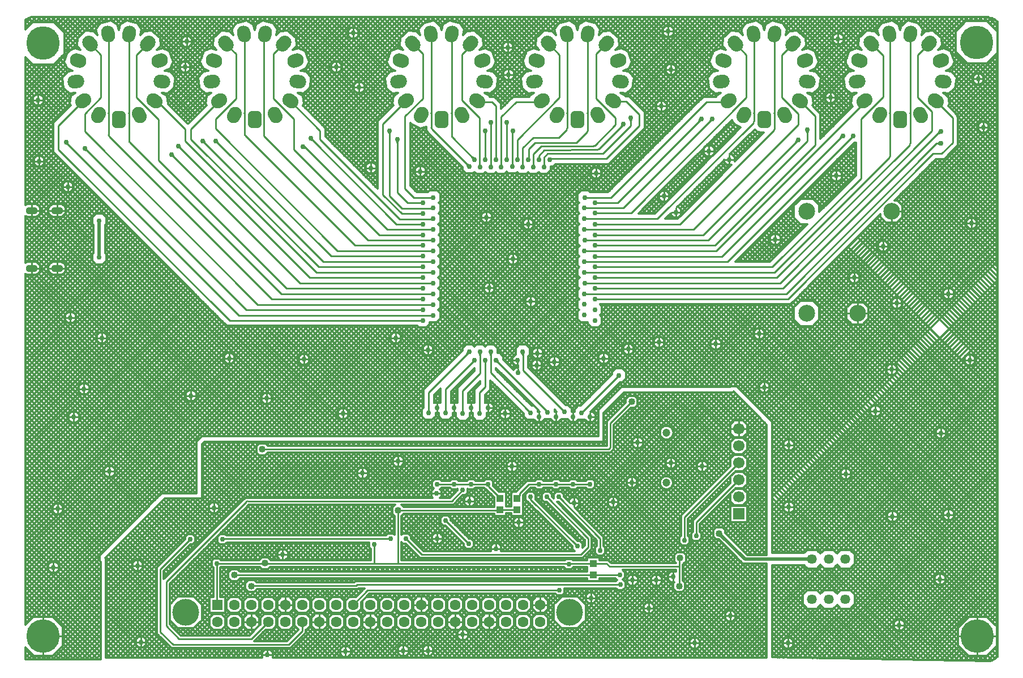
<source format=gbl>
G04*
G04 #@! TF.GenerationSoftware,Altium Limited,Altium Designer,20.0.9 (164)*
G04*
G04 Layer_Physical_Order=2*
G04 Layer_Color=16711680*
%FSLAX25Y25*%
%MOIN*%
G70*
G01*
G75*
%ADD10C,0.01000*%
%ADD18R,0.03937X0.04331*%
%ADD74C,0.01200*%
%ADD75C,0.02000*%
%ADD76C,0.15748*%
%ADD77C,0.19685*%
G04:AMPARAMS|DCode=78|XSize=78.74mil|YSize=98.43mil|CornerRadius=0mil|HoleSize=0mil|Usage=FLASHONLY|Rotation=83.076|XOffset=0mil|YOffset=0mil|HoleType=Round|Shape=Round|*
%AMOVALD78*
21,1,0.01968,0.07874,0.00000,0.00000,173.1*
1,1,0.07874,0.00977,-0.00119*
1,1,0.07874,-0.00977,0.00119*
%
%ADD78OVALD78*%

G04:AMPARAMS|DCode=79|XSize=78.74mil|YSize=98.43mil|CornerRadius=0mil|HoleSize=0mil|Usage=FLASHONLY|Rotation=55.384|XOffset=0mil|YOffset=0mil|HoleType=Round|Shape=Round|*
%AMOVALD79*
21,1,0.01968,0.07874,0.00000,0.00000,145.4*
1,1,0.07874,0.00810,-0.00559*
1,1,0.07874,-0.00810,0.00559*
%
%ADD79OVALD79*%

G04:AMPARAMS|DCode=80|XSize=78.74mil|YSize=98.43mil|CornerRadius=0mil|HoleSize=0mil|Usage=FLASHONLY|Rotation=110.768|XOffset=0mil|YOffset=0mil|HoleType=Round|Shape=Round|*
%AMOVALD80*
21,1,0.01968,0.07874,0.00000,0.00000,200.8*
1,1,0.07874,0.00920,0.00349*
1,1,0.07874,-0.00920,-0.00349*
%
%ADD80OVALD80*%

G04:AMPARAMS|DCode=81|XSize=78.74mil|YSize=98.43mil|CornerRadius=0mil|HoleSize=0mil|Usage=FLASHONLY|Rotation=138.460|XOffset=0mil|YOffset=0mil|HoleType=Round|Shape=Round|*
%AMOVALD81*
21,1,0.01968,0.07874,0.00000,0.00000,228.5*
1,1,0.07874,0.00653,0.00737*
1,1,0.07874,-0.00653,-0.00737*
%
%ADD81OVALD81*%

G04:AMPARAMS|DCode=82|XSize=78.74mil|YSize=98.43mil|CornerRadius=0mil|HoleSize=0mil|Usage=FLASHONLY|Rotation=166.152|XOffset=0mil|YOffset=0mil|HoleType=Round|Shape=Round|*
%AMOVALD82*
21,1,0.01968,0.07874,0.00000,0.00000,256.2*
1,1,0.07874,0.00236,0.00956*
1,1,0.07874,-0.00236,-0.00956*
%
%ADD82OVALD82*%

G04:AMPARAMS|DCode=83|XSize=78.74mil|YSize=98.43mil|CornerRadius=0mil|HoleSize=0mil|Usage=FLASHONLY|Rotation=193.848|XOffset=0mil|YOffset=0mil|HoleType=Round|Shape=Round|*
%AMOVALD83*
21,1,0.01968,0.07874,0.00000,0.00000,283.8*
1,1,0.07874,-0.00236,0.00956*
1,1,0.07874,0.00236,-0.00956*
%
%ADD83OVALD83*%

G04:AMPARAMS|DCode=84|XSize=78.74mil|YSize=98.43mil|CornerRadius=0mil|HoleSize=0mil|Usage=FLASHONLY|Rotation=221.540|XOffset=0mil|YOffset=0mil|HoleType=Round|Shape=Round|*
%AMOVALD84*
21,1,0.01968,0.07874,0.00000,0.00000,311.5*
1,1,0.07874,-0.00653,0.00737*
1,1,0.07874,0.00653,-0.00737*
%
%ADD84OVALD84*%

G04:AMPARAMS|DCode=85|XSize=78.74mil|YSize=98.43mil|CornerRadius=0mil|HoleSize=0mil|Usage=FLASHONLY|Rotation=249.232|XOffset=0mil|YOffset=0mil|HoleType=Round|Shape=Round|*
%AMOVALD85*
21,1,0.01968,0.07874,0.00000,0.00000,339.2*
1,1,0.07874,-0.00920,0.00349*
1,1,0.07874,0.00920,-0.00349*
%
%ADD85OVALD85*%

G04:AMPARAMS|DCode=86|XSize=78.74mil|YSize=98.43mil|CornerRadius=0mil|HoleSize=0mil|Usage=FLASHONLY|Rotation=276.924|XOffset=0mil|YOffset=0mil|HoleType=Round|Shape=Round|*
%AMOVALD86*
21,1,0.01968,0.07874,0.00000,0.00000,6.9*
1,1,0.07874,-0.00977,-0.00119*
1,1,0.07874,0.00977,0.00119*
%
%ADD86OVALD86*%

G04:AMPARAMS|DCode=87|XSize=78.74mil|YSize=98.43mil|CornerRadius=0mil|HoleSize=0mil|Usage=FLASHONLY|Rotation=304.616|XOffset=0mil|YOffset=0mil|HoleType=Round|Shape=Round|*
%AMOVALD87*
21,1,0.01968,0.07874,0.00000,0.00000,34.6*
1,1,0.07874,-0.00810,-0.00559*
1,1,0.07874,0.00810,0.00559*
%
%ADD87OVALD87*%

G04:AMPARAMS|DCode=88|XSize=78.74mil|YSize=98.43mil|CornerRadius=0mil|HoleSize=0mil|Usage=FLASHONLY|Rotation=332.308|XOffset=0mil|YOffset=0mil|HoleType=Round|Shape=Round|*
%AMOVALD88*
21,1,0.01968,0.07874,0.00000,0.00000,62.3*
1,1,0.07874,-0.00457,-0.00872*
1,1,0.07874,0.00457,0.00872*
%
%ADD88OVALD88*%

G04:AMPARAMS|DCode=89|XSize=78.74mil|YSize=98.43mil|CornerRadius=0mil|HoleSize=0mil|Usage=FLASHONLY|Rotation=27.692|XOffset=0mil|YOffset=0mil|HoleType=Round|Shape=Round|*
%AMOVALD89*
21,1,0.01968,0.07874,0.00000,0.00000,117.7*
1,1,0.07874,0.00457,-0.00872*
1,1,0.07874,-0.00457,0.00872*
%
%ADD89OVALD89*%

G04:AMPARAMS|DCode=90|XSize=78.74mil|YSize=98.43mil|CornerRadius=19.68mil|HoleSize=0mil|Usage=FLASHONLY|Rotation=0.000|XOffset=0mil|YOffset=0mil|HoleType=Round|Shape=RoundedRectangle|*
%AMROUNDEDRECTD90*
21,1,0.07874,0.05906,0,0,0.0*
21,1,0.03937,0.09843,0,0,0.0*
1,1,0.03937,0.01968,-0.02953*
1,1,0.03937,-0.01968,-0.02953*
1,1,0.03937,-0.01968,0.02953*
1,1,0.03937,0.01968,0.02953*
%
%ADD90ROUNDEDRECTD90*%
%ADD91C,0.04724*%
%ADD92C,0.05740*%
%ADD93R,0.06299X0.06299*%
%ADD94C,0.06299*%
%ADD95C,0.09843*%
%ADD96O,0.07087X0.04331*%
%ADD97R,0.06693X0.06693*%
%ADD98C,0.06693*%
%ADD99C,0.03000*%
%ADD100C,0.04000*%
G36*
X-259943Y99236D02*
X-260043Y99329D01*
X-260148Y99414D01*
X-260260Y99492D01*
X-260377Y99562D01*
X-260500Y99625D01*
X-260629Y99680D01*
X-260765Y99728D01*
X-260906Y99769D01*
X-261053Y99801D01*
X-261206Y99827D01*
X-259519Y101077D01*
X-259536Y100932D01*
X-259540Y100792D01*
X-259532Y100656D01*
X-259512Y100525D01*
X-259478Y100398D01*
X-259433Y100276D01*
X-259374Y100158D01*
X-259304Y100045D01*
X-259220Y99936D01*
X-259124Y99831D01*
X-259943Y99236D01*
D02*
G37*
G36*
X-248717Y95510D02*
X-248819Y95604D01*
X-248927Y95689D01*
X-249040Y95763D01*
X-249159Y95827D01*
X-249283Y95881D01*
X-249412Y95925D01*
X-249547Y95959D01*
X-249688Y95983D01*
X-249834Y95997D01*
X-249985Y96000D01*
X-248500Y97485D01*
X-248497Y97334D01*
X-248483Y97188D01*
X-248459Y97047D01*
X-248425Y96912D01*
X-248381Y96783D01*
X-248327Y96659D01*
X-248263Y96540D01*
X-248189Y96427D01*
X-248105Y96319D01*
X-248010Y96217D01*
X-248717Y95510D01*
D02*
G37*
G36*
X-197717Y92010D02*
X-197819Y92105D01*
X-197927Y92189D01*
X-198040Y92263D01*
X-198159Y92327D01*
X-198283Y92381D01*
X-198413Y92425D01*
X-198547Y92459D01*
X-198688Y92483D01*
X-198834Y92497D01*
X-198985Y92500D01*
X-197500Y93985D01*
X-197497Y93834D01*
X-197483Y93688D01*
X-197459Y93547D01*
X-197425Y93413D01*
X-197381Y93283D01*
X-197327Y93159D01*
X-197263Y93040D01*
X-197189Y92927D01*
X-197105Y92819D01*
X-197010Y92717D01*
X-197717Y92010D01*
D02*
G37*
G36*
X-193717Y97010D02*
X-193819Y97105D01*
X-193927Y97189D01*
X-194040Y97263D01*
X-194159Y97327D01*
X-194283Y97381D01*
X-194413Y97425D01*
X-194547Y97459D01*
X-194688Y97483D01*
X-194834Y97497D01*
X-194985Y97500D01*
X-193500Y98985D01*
X-193497Y98834D01*
X-193483Y98688D01*
X-193459Y98547D01*
X-193425Y98413D01*
X-193381Y98283D01*
X-193327Y98159D01*
X-193263Y98040D01*
X-193189Y97927D01*
X-193105Y97819D01*
X-193010Y97717D01*
X-193717Y97010D01*
D02*
G37*
G36*
X-179217Y100010D02*
X-179319Y100104D01*
X-179427Y100189D01*
X-179540Y100263D01*
X-179659Y100327D01*
X-179783Y100381D01*
X-179912Y100425D01*
X-180047Y100459D01*
X-180188Y100483D01*
X-180334Y100497D01*
X-180485Y100500D01*
X-179000Y101985D01*
X-178997Y101834D01*
X-178983Y101688D01*
X-178959Y101547D01*
X-178925Y101412D01*
X-178881Y101283D01*
X-178827Y101159D01*
X-178763Y101040D01*
X-178689Y100927D01*
X-178604Y100819D01*
X-178510Y100717D01*
X-179217Y100010D01*
D02*
G37*
G36*
X-171717D02*
X-171819Y100104D01*
X-171927Y100189D01*
X-172040Y100263D01*
X-172159Y100327D01*
X-172283Y100381D01*
X-172413Y100425D01*
X-172547Y100459D01*
X-172688Y100483D01*
X-172834Y100497D01*
X-172985Y100500D01*
X-171500Y101985D01*
X-171497Y101834D01*
X-171483Y101688D01*
X-171459Y101547D01*
X-171425Y101412D01*
X-171381Y101283D01*
X-171327Y101159D01*
X-171263Y101040D01*
X-171189Y100927D01*
X-171105Y100819D01*
X-171010Y100717D01*
X-171717Y100010D01*
D02*
G37*
G36*
X-25551Y-23283D02*
X-25457Y-23181D01*
X-25372Y-23073D01*
X-25298Y-22960D01*
X-25234Y-22841D01*
X-25180Y-22717D01*
X-25136Y-22588D01*
X-25102Y-22453D01*
X-25078Y-22312D01*
X-25065Y-22166D01*
X-25061Y-22015D01*
X-23576Y-23500D01*
X-23727Y-23503D01*
X-23873Y-23517D01*
X-24014Y-23541D01*
X-24148Y-23575D01*
X-24278Y-23619D01*
X-24402Y-23673D01*
X-24521Y-23737D01*
X-24634Y-23811D01*
X-24742Y-23896D01*
X-24844Y-23990D01*
X-25551Y-23283D01*
D02*
G37*
G36*
X-24905Y88868D02*
X-24803Y88773D01*
X-24695Y88689D01*
X-24582Y88615D01*
X-24463Y88551D01*
X-24339Y88497D01*
X-24210Y88453D01*
X-24075Y88419D01*
X-23934Y88395D01*
X-23788Y88381D01*
X-23637Y88378D01*
X-25122Y86893D01*
X-25126Y87044D01*
X-25139Y87190D01*
X-25163Y87331D01*
X-25197Y87466D01*
X-25241Y87595D01*
X-25295Y87719D01*
X-25359Y87838D01*
X-25433Y87951D01*
X-25517Y88059D01*
X-25612Y88161D01*
X-24905Y88868D01*
D02*
G37*
G36*
X-119667Y96960D02*
X-119775Y97059D01*
X-119884Y97141D01*
X-119993Y97206D01*
X-120103Y97254D01*
X-120214Y97285D01*
X-120326Y97299D01*
X-120438Y97296D01*
X-120552Y97276D01*
X-120665Y97239D01*
X-120780Y97184D01*
X-120148Y99150D01*
X-120091Y99037D01*
X-119964Y98816D01*
X-119894Y98707D01*
X-119657Y98391D01*
X-119570Y98288D01*
X-119380Y98088D01*
X-119667Y96960D01*
D02*
G37*
G36*
X-21764Y92999D02*
X-21662Y92904D01*
X-21554Y92820D01*
X-21441Y92745D01*
X-21323Y92681D01*
X-21199Y92626D01*
X-21069Y92581D01*
X-20934Y92546D01*
X-20793Y92521D01*
X-20647Y92505D01*
X-20495Y92500D01*
X-22000Y91035D01*
X-22001Y91185D01*
X-22013Y91331D01*
X-22036Y91471D01*
X-22068Y91606D01*
X-22111Y91735D01*
X-22164Y91859D01*
X-22228Y91978D01*
X-22302Y92091D01*
X-22386Y92199D01*
X-22481Y92301D01*
X-21764Y92999D01*
D02*
G37*
G36*
X-115717Y101510D02*
X-115819Y101604D01*
X-115927Y101689D01*
X-116040Y101763D01*
X-116159Y101827D01*
X-116283Y101881D01*
X-116412Y101925D01*
X-116547Y101959D01*
X-116688Y101983D01*
X-116834Y101997D01*
X-116985Y102000D01*
X-115500Y103485D01*
X-115497Y103334D01*
X-115483Y103188D01*
X-115459Y103047D01*
X-115425Y102912D01*
X-115381Y102783D01*
X-115327Y102659D01*
X-115263Y102540D01*
X-115189Y102427D01*
X-115104Y102319D01*
X-115010Y102217D01*
X-115717Y101510D01*
D02*
G37*
G36*
X-71000Y105686D02*
X-71005Y105825D01*
X-71022Y105961D01*
X-71049Y106093D01*
X-71088Y106222D01*
X-71137Y106349D01*
X-71198Y106471D01*
X-71270Y106590D01*
X-71352Y106707D01*
X-71446Y106819D01*
X-71550Y106929D01*
X-69450D01*
X-69555Y106819D01*
X-69648Y106707D01*
X-69731Y106590D01*
X-69802Y106471D01*
X-69863Y106349D01*
X-69912Y106222D01*
X-69950Y106093D01*
X-69978Y105961D01*
X-69994Y105825D01*
X-70000Y105686D01*
X-71000D01*
D02*
G37*
G36*
X-66500Y100686D02*
X-66505Y100825D01*
X-66522Y100961D01*
X-66549Y101093D01*
X-66588Y101223D01*
X-66637Y101348D01*
X-66698Y101471D01*
X-66769Y101591D01*
X-66852Y101707D01*
X-66945Y101819D01*
X-67050Y101929D01*
X-64950D01*
X-65055Y101819D01*
X-65148Y101707D01*
X-65231Y101591D01*
X-65302Y101471D01*
X-65363Y101348D01*
X-65412Y101223D01*
X-65451Y101093D01*
X-65478Y100961D01*
X-65495Y100825D01*
X-65500Y100686D01*
X-66500D01*
D02*
G37*
G36*
X-17861Y-24314D02*
X-17866Y-24175D01*
X-17883Y-24039D01*
X-17910Y-23907D01*
X-17949Y-23777D01*
X-17999Y-23652D01*
X-18059Y-23529D01*
X-18131Y-23410D01*
X-18213Y-23293D01*
X-18306Y-23181D01*
X-18411Y-23071D01*
X-16311D01*
X-16416Y-23181D01*
X-16509Y-23293D01*
X-16591Y-23410D01*
X-16663Y-23529D01*
X-16724Y-23652D01*
X-16773Y-23777D01*
X-16812Y-23907D01*
X-16839Y-24039D01*
X-16856Y-24175D01*
X-16861Y-24314D01*
X-17861D01*
D02*
G37*
G36*
X-11561D02*
X-11567Y-24175D01*
X-11583Y-24039D01*
X-11610Y-23907D01*
X-11649Y-23777D01*
X-11699Y-23652D01*
X-11759Y-23529D01*
X-11830Y-23410D01*
X-11913Y-23293D01*
X-12007Y-23181D01*
X-12111Y-23071D01*
X-10011D01*
X-10115Y-23181D01*
X-10209Y-23293D01*
X-10291Y-23410D01*
X-10363Y-23529D01*
X-10424Y-23652D01*
X-10473Y-23777D01*
X-10511Y-23907D01*
X-10539Y-24039D01*
X-10555Y-24175D01*
X-10561Y-24314D01*
X-11561D01*
D02*
G37*
G36*
X-6658Y-29049D02*
X-6759Y-28955D01*
X-6865Y-28870D01*
X-6978Y-28794D01*
X-7096Y-28726D01*
X-7219Y-28666D01*
X-7349Y-28615D01*
X-7485Y-28572D01*
X-7626Y-28538D01*
X-7773Y-28512D01*
X-7926Y-28495D01*
X-6308Y-27156D01*
X-6318Y-27304D01*
X-6316Y-27446D01*
X-6303Y-27584D01*
X-6277Y-27717D01*
X-6240Y-27845D01*
X-6192Y-27968D01*
X-6131Y-28087D01*
X-6059Y-28200D01*
X-5976Y-28309D01*
X-5880Y-28413D01*
X-6658Y-29049D01*
D02*
G37*
G36*
X7500Y-24370D02*
X7494Y-24228D01*
X7476Y-24092D01*
X7446Y-23962D01*
X7404Y-23836D01*
X7350Y-23717D01*
X7285Y-23603D01*
X7207Y-23494D01*
X7117Y-23391D01*
X7016Y-23294D01*
X6902Y-23202D01*
X8984Y-22922D01*
X8892Y-23046D01*
X8809Y-23173D01*
X8737Y-23300D01*
X8674Y-23428D01*
X8621Y-23558D01*
X8577Y-23689D01*
X8544Y-23822D01*
X8519Y-23956D01*
X8505Y-24090D01*
X8500Y-24227D01*
X7500Y-24370D01*
D02*
G37*
G36*
X65205Y110412D02*
X65301Y110517D01*
X65384Y110626D01*
X65453Y110739D01*
X65508Y110856D01*
X65549Y110976D01*
X65576Y111100D01*
X65590Y111228D01*
X65589Y111359D01*
X65574Y111493D01*
X65546Y111632D01*
X67339Y110539D01*
X67188Y110500D01*
X66903Y110405D01*
X66769Y110349D01*
X66642Y110286D01*
X66521Y110219D01*
X66405Y110145D01*
X66296Y110065D01*
X66192Y109979D01*
X66095Y109888D01*
X65205Y110412D01*
D02*
G37*
G36*
X71000Y113186D02*
X70995Y113325D01*
X70978Y113461D01*
X70951Y113593D01*
X70912Y113723D01*
X70863Y113848D01*
X70802Y113971D01*
X70731Y114091D01*
X70648Y114207D01*
X70555Y114319D01*
X70450Y114429D01*
X72550D01*
X72445Y114319D01*
X72352Y114207D01*
X72269Y114091D01*
X72198Y113971D01*
X72137Y113848D01*
X72088Y113723D01*
X72049Y113593D01*
X72022Y113461D01*
X72005Y113325D01*
X72000Y113186D01*
X71000D01*
D02*
G37*
G36*
X111010Y113717D02*
X111105Y113819D01*
X111189Y113927D01*
X111263Y114040D01*
X111327Y114159D01*
X111381Y114283D01*
X111425Y114412D01*
X111459Y114547D01*
X111483Y114688D01*
X111497Y114834D01*
X111500Y114985D01*
X112985Y113500D01*
X112834Y113497D01*
X112688Y113483D01*
X112547Y113459D01*
X112413Y113425D01*
X112283Y113381D01*
X112159Y113327D01*
X112040Y113263D01*
X111927Y113189D01*
X111819Y113104D01*
X111717Y113010D01*
X111010Y113717D01*
D02*
G37*
G36*
X117510D02*
X117604Y113819D01*
X117689Y113927D01*
X117763Y114040D01*
X117827Y114159D01*
X117881Y114283D01*
X117925Y114412D01*
X117959Y114547D01*
X117983Y114688D01*
X117997Y114834D01*
X118000Y114985D01*
X119485Y113500D01*
X119334Y113497D01*
X119188Y113483D01*
X119047Y113459D01*
X118912Y113425D01*
X118783Y113381D01*
X118659Y113327D01*
X118540Y113263D01*
X118427Y113189D01*
X118319Y113104D01*
X118217Y113010D01*
X117510Y113717D01*
D02*
G37*
G36*
X168010Y101217D02*
X168105Y101319D01*
X168189Y101427D01*
X168263Y101540D01*
X168327Y101659D01*
X168381Y101783D01*
X168425Y101912D01*
X168459Y102047D01*
X168483Y102188D01*
X168497Y102334D01*
X168500Y102485D01*
X169985Y101000D01*
X169834Y100997D01*
X169688Y100983D01*
X169547Y100959D01*
X169413Y100925D01*
X169283Y100881D01*
X169159Y100827D01*
X169040Y100763D01*
X168927Y100689D01*
X168819Y100604D01*
X168717Y100510D01*
X168010Y101217D01*
D02*
G37*
G36*
X175000Y106186D02*
X174995Y106325D01*
X174978Y106461D01*
X174951Y106593D01*
X174912Y106722D01*
X174863Y106849D01*
X174802Y106971D01*
X174731Y107090D01*
X174648Y107206D01*
X174555Y107319D01*
X174450Y107429D01*
X176550D01*
X176445Y107319D01*
X176352Y107206D01*
X176269Y107090D01*
X176198Y106971D01*
X176137Y106849D01*
X176088Y106722D01*
X176049Y106593D01*
X176022Y106461D01*
X176005Y106325D01*
X176000Y106186D01*
X175000D01*
D02*
G37*
G36*
X194388Y104095D02*
X194479Y104192D01*
X194565Y104296D01*
X194645Y104405D01*
X194719Y104520D01*
X194787Y104642D01*
X194849Y104769D01*
X194905Y104903D01*
X195000Y105187D01*
X195039Y105339D01*
X196132Y103546D01*
X195993Y103574D01*
X195859Y103589D01*
X195728Y103590D01*
X195600Y103577D01*
X195476Y103549D01*
X195356Y103508D01*
X195239Y103453D01*
X195126Y103384D01*
X195017Y103301D01*
X194912Y103205D01*
X194388Y104095D01*
D02*
G37*
G36*
X251686Y101000D02*
X251825Y101005D01*
X251961Y101022D01*
X252093Y101049D01*
X252222Y101088D01*
X252348Y101137D01*
X252471Y101198D01*
X252590Y101269D01*
X252707Y101352D01*
X252819Y101445D01*
X252929Y101550D01*
Y99450D01*
X252819Y99555D01*
X252707Y99648D01*
X252590Y99730D01*
X252471Y99802D01*
X252348Y99862D01*
X252222Y99912D01*
X252093Y99950D01*
X251961Y99978D01*
X251825Y99994D01*
X251686Y100000D01*
Y101000D01*
D02*
G37*
G36*
X251888Y106595D02*
X251979Y106692D01*
X252065Y106796D01*
X252145Y106905D01*
X252219Y107020D01*
X252287Y107142D01*
X252349Y107269D01*
X252405Y107403D01*
X252500Y107687D01*
X252539Y107839D01*
X253632Y106046D01*
X253493Y106074D01*
X253359Y106089D01*
X253227Y106090D01*
X253100Y106077D01*
X252976Y106049D01*
X252856Y106008D01*
X252739Y105953D01*
X252626Y105884D01*
X252517Y105801D01*
X252412Y105704D01*
X251888Y106595D01*
D02*
G37*
D10*
X-154086Y-110000D02*
G03*
X-154795Y-110294I0J-1000D01*
G01*
X51897Y96800D02*
G03*
X52593Y97093I-11J1000D01*
G01*
X49597Y99004D02*
G03*
X50290Y99290I-7J1000D01*
G01*
X236000Y118047D02*
G03*
X236000Y118076I-1000J5D01*
G01*
X235707Y99707D02*
G03*
X236000Y100414I-707J707D01*
G01*
X236000Y118348D02*
G03*
X236000Y118076I5435J-136D01*
G01*
X236000Y118348D02*
G03*
X236000Y118377I-1000J25D01*
G01*
X236104Y164810D02*
G03*
X236000Y164366I896J-444D01*
G01*
X224000Y118076D02*
G03*
X224000Y118051I1000J-25D01*
G01*
Y118373D02*
G03*
X224000Y118348I1000J0D01*
G01*
X224000Y164363D02*
G03*
X223898Y164803I-1000J0D01*
G01*
X224000Y118076D02*
G03*
X224000Y118348I-5435J136D01*
G01*
X223707Y92207D02*
G03*
X224000Y92919I-707J707D01*
G01*
X156104Y164810D02*
G03*
X156000Y164366I896J-444D01*
G01*
Y118047D02*
G03*
X156000Y118076I-1000J5D01*
G01*
X156000Y118348D02*
G03*
X156000Y118076I5435J-136D01*
G01*
X156000Y118348D02*
G03*
X156000Y118377I-1000J25D01*
G01*
X155707Y108207D02*
G03*
X156000Y108914I-707J707D01*
G01*
X144000Y164363D02*
G03*
X143898Y164803I-1000J0D01*
G01*
X143707Y112707D02*
G03*
X144000Y113419I-707J707D01*
G01*
Y118373D02*
G03*
X144000Y118348I1000J0D01*
G01*
Y118076D02*
G03*
X144000Y118051I1000J-25D01*
G01*
X144000Y118076D02*
G03*
X144000Y118348I-5435J136D01*
G01*
X46104Y164810D02*
G03*
X46000Y164366I896J-444D01*
G01*
X46000Y118348D02*
G03*
X46000Y118076I5435J-136D01*
G01*
X46000Y118348D02*
G03*
X46000Y118377I-1000J25D01*
G01*
Y118047D02*
G03*
X46000Y118076I-1000J5D01*
G01*
X45707Y107207D02*
G03*
X46000Y107914I-707J707D01*
G01*
X34000Y164363D02*
G03*
X33898Y164803I-1000J0D01*
G01*
X34000Y118076D02*
G03*
X34000Y118051I1000J-25D01*
G01*
X33707Y108707D02*
G03*
X34000Y109419I-707J707D01*
G01*
X34000Y118076D02*
G03*
X34000Y118348I-5435J136D01*
G01*
X34000Y118373D02*
G03*
X34000Y118348I1000J0D01*
G01*
X-34000D02*
G03*
X-34000Y118377I-1000J25D01*
G01*
Y118047D02*
G03*
X-34000Y118076I-1000J5D01*
G01*
X-34000Y104942D02*
G03*
X-33707Y104235I1000J0D01*
G01*
X-34000Y118348D02*
G03*
X-34000Y118076I5435J-136D01*
G01*
X-33896Y164810D02*
G03*
X-34000Y164366I896J-444D01*
G01*
X-46000Y164363D02*
G03*
X-46102Y164803I-1000J0D01*
G01*
X-46000Y118076D02*
G03*
X-46000Y118348I-5435J136D01*
G01*
X-46000Y118373D02*
G03*
X-46000Y118348I1000J0D01*
G01*
Y118076D02*
G03*
X-46000Y118051I1000J-25D01*
G01*
X-46000Y109670D02*
G03*
X-45707Y108963I1000J0D01*
G01*
X-156000Y118076D02*
G03*
X-156000Y118051I1000J-25D01*
G01*
X-156000Y164363D02*
G03*
X-156102Y164803I-1000J0D01*
G01*
X-156000Y105914D02*
G03*
X-155707Y105207I1000J0D01*
G01*
X-156000Y118076D02*
G03*
X-156000Y118348I-5435J136D01*
G01*
X-156000Y118373D02*
G03*
X-156000Y118348I1000J0D01*
G01*
X-224000D02*
G03*
X-224000Y118377I-1000J25D01*
G01*
Y101914D02*
G03*
X-223707Y101207I1000J0D01*
G01*
X-224000Y118348D02*
G03*
X-224000Y118076I5435J-136D01*
G01*
X-224000Y118047D02*
G03*
X-224000Y118076I-1000J5D01*
G01*
X-223896Y164810D02*
G03*
X-224000Y164366I896J-444D01*
G01*
X-236000Y118076D02*
G03*
X-236000Y118051I1000J-25D01*
G01*
X-236000Y118076D02*
G03*
X-236000Y118348I-5435J136D01*
G01*
X-236000Y118373D02*
G03*
X-236000Y118348I1000J0D01*
G01*
X-236000Y105414D02*
G03*
X-235707Y104707I1000J0D01*
G01*
X-236000Y164363D02*
G03*
X-236102Y164803I-1000J0D01*
G01*
X276000Y138500D02*
X278500D01*
X276000D02*
Y141000D01*
X273500Y138500D02*
X276000D01*
Y136000D02*
Y138500D01*
X193500Y162000D02*
X196000D01*
X193500D02*
Y164500D01*
X191000Y162000D02*
X193500D01*
Y159500D02*
Y162000D01*
X279000Y110000D02*
X281500D01*
X279000D02*
Y112500D01*
X276500Y110000D02*
X279000D01*
Y107500D02*
Y110000D01*
X225000Y60500D02*
X230921D01*
X272000Y51000D02*
Y53500D01*
X274500D01*
X272000D02*
Y56000D01*
X269500Y53500D02*
X272000D01*
X225000Y54579D02*
Y60500D01*
X220000Y40000D02*
Y42500D01*
Y40000D02*
X222500D01*
X217500D02*
X220000D01*
Y37500D02*
Y40000D01*
X203000Y21500D02*
Y24000D01*
Y19000D02*
Y21500D01*
X205500D01*
X192500Y81500D02*
Y84000D01*
Y81500D02*
X195000D01*
X190000D02*
X192500D01*
Y79000D02*
Y81500D01*
X189000Y127500D02*
Y130000D01*
Y127500D02*
X191500D01*
X186500D02*
X189000D01*
Y125000D02*
Y127500D01*
X200500Y21500D02*
X203000D01*
X156500Y44000D02*
X159000D01*
X93500Y166500D02*
X96000D01*
X93500D02*
Y169000D01*
Y164000D02*
Y166500D01*
X91000D02*
X93500D01*
X95000Y141500D02*
Y144000D01*
X97500D01*
X95000D02*
Y146500D01*
X92500Y144000D02*
X95000D01*
X89500Y122500D02*
Y125000D01*
Y122500D02*
X92000D01*
X87000D02*
X89500D01*
Y120000D02*
Y122500D01*
X129500Y91000D02*
Y93500D01*
Y88500D02*
Y91000D01*
X132000D01*
X127000D02*
X129500D01*
X117500Y96000D02*
Y98500D01*
Y96000D02*
X120000D01*
X117500Y93500D02*
Y96000D01*
X115000D02*
X117500D01*
X156500Y44000D02*
Y46500D01*
Y41500D02*
Y44000D01*
X154000D02*
X156500D01*
X98000Y57500D02*
Y60000D01*
X100500D01*
X98000D02*
Y62500D01*
X95500Y60000D02*
X98000D01*
X51000Y83000D02*
Y85500D01*
Y83000D02*
X53500D01*
X48500D02*
X51000D01*
Y80500D02*
Y83000D01*
X91000Y69500D02*
Y72000D01*
Y69500D02*
X93500D01*
X91000Y67000D02*
Y69500D01*
X88500D02*
X91000D01*
X271000Y-27000D02*
Y-24500D01*
Y-27000D02*
X273500D01*
X268500D02*
X271000D01*
X258500Y12000D02*
X261000D01*
X258500D02*
Y14500D01*
X256000Y12000D02*
X258500D01*
Y9500D02*
Y12000D01*
X228000Y6500D02*
Y9000D01*
Y6500D02*
X230500D01*
X225500D02*
X228000D01*
Y4000D02*
Y6500D01*
X271000Y-29500D02*
Y-27000D01*
X225000Y-32500D02*
X227500D01*
X225000D02*
Y-30000D01*
Y-35000D02*
Y-32500D01*
X222500D02*
X225000D01*
X254000Y-70000D02*
X256500D01*
X254000D02*
Y-67500D01*
X251500Y-70000D02*
X254000D01*
Y-72500D02*
Y-70000D01*
X215500Y-57000D02*
X218000D01*
X215500D02*
Y-54500D01*
X213000Y-57000D02*
X215500D01*
Y-59500D02*
Y-57000D01*
X205000Y500D02*
Y6421D01*
Y500D02*
X210921D01*
X205000Y-5421D02*
Y500D01*
X199079D02*
X205000D01*
X258500Y-118000D02*
Y-115500D01*
Y-118000D02*
X261000D01*
X258500Y-120500D02*
Y-118000D01*
X256000D02*
X258500D01*
X225500Y-119000D02*
X228000D01*
X225500D02*
Y-116500D01*
X223000Y-119000D02*
X225500D01*
Y-121500D02*
Y-119000D01*
X253500Y-156000D02*
Y-153500D01*
Y-156000D02*
X256000D01*
X253500Y-158500D02*
Y-156000D01*
X251000D02*
X253500D01*
X275500Y-189500D02*
X286343D01*
X275500D02*
Y-178657D01*
X229500Y-183000D02*
X232000D01*
X229500D02*
Y-180500D01*
X227000Y-183000D02*
X229500D01*
Y-185500D02*
Y-183000D01*
X275500Y-200342D02*
Y-189500D01*
X264657D02*
X275500D01*
X198000Y-94000D02*
X200500D01*
X198000D02*
Y-91500D01*
X195500Y-94000D02*
X198000D01*
Y-96500D02*
Y-94000D01*
X147000Y-11500D02*
Y-9000D01*
Y-11500D02*
X149500D01*
X144500D02*
X147000D01*
Y-14000D02*
Y-11500D01*
X121500Y-17500D02*
Y-15000D01*
X119000Y-17500D02*
X121500D01*
X124000D01*
X88000Y-16500D02*
Y-14000D01*
X85500Y-16500D02*
X88000D01*
X90500D01*
X121500Y-20000D02*
Y-17500D01*
X88000Y-19000D02*
Y-16500D01*
X70000Y-20500D02*
X72500D01*
X70000D02*
Y-18000D01*
Y-23000D02*
Y-20500D01*
X67500D02*
X70000D01*
X55500Y-26000D02*
Y-23500D01*
Y-26000D02*
X58000D01*
X53000D02*
X55500D01*
X16500Y-23000D02*
X19000D01*
X16500D02*
Y-20500D01*
Y-25500D02*
Y-23000D01*
X55500Y-28500D02*
Y-26000D01*
X26500Y-28000D02*
Y-25500D01*
Y-28000D02*
X29000D01*
X24000D02*
X26500D01*
Y-30500D02*
Y-28000D01*
X16000Y-30000D02*
Y-27500D01*
Y-32500D02*
Y-30000D01*
X18500D01*
X164500Y-77000D02*
Y-74500D01*
Y-77000D02*
X167000D01*
X164500Y-79500D02*
Y-77000D01*
Y-113500D02*
Y-111000D01*
Y-113500D02*
X167000D01*
X164500Y-116000D02*
Y-113500D01*
X162000D02*
X164500D01*
X150000Y-43000D02*
Y-40500D01*
X162000Y-77000D02*
X164500D01*
X164000Y-193500D02*
Y-191000D01*
Y-193500D02*
X166500D01*
X161500D02*
X164000D01*
Y-196000D02*
Y-193500D01*
X150000Y-43000D02*
X152500D01*
X147500D02*
X150000D01*
Y-45500D02*
Y-43000D01*
X47500Y-60433D02*
Y-57933D01*
Y-60433D02*
X50000D01*
X47500Y-62933D02*
Y-60433D01*
X37500D02*
Y-57933D01*
X27500Y-60433D02*
Y-57933D01*
X37500Y-62933D02*
Y-60433D01*
X27500Y-62933D02*
Y-60433D01*
X17500D02*
Y-57933D01*
Y-62933D02*
Y-60433D01*
X-1000Y157000D02*
Y159500D01*
Y157000D02*
X1500D01*
X-3500D02*
X-1000D01*
Y154500D02*
Y157000D01*
X-500Y141000D02*
Y143500D01*
X-3000Y141000D02*
X-500D01*
X2000D01*
X-500Y138500D02*
Y141000D01*
X-92000Y165500D02*
X-89500D01*
X-92000D02*
Y168000D01*
Y163000D02*
Y165500D01*
X-94500D02*
X-92000D01*
X-102000Y145500D02*
X-99500D01*
X-102000D02*
Y148000D01*
X-104500Y145500D02*
X-102000D01*
Y143000D02*
Y145500D01*
X-88500Y133500D02*
Y136000D01*
Y133500D02*
X-86000D01*
X-88500Y131000D02*
Y133500D01*
X-13500Y57000D02*
X-11000D01*
X-13500D02*
Y59500D01*
X-16000Y57000D02*
X-13500D01*
X11000Y53000D02*
X13500D01*
X11000D02*
Y55500D01*
X8500Y53000D02*
X11000D01*
Y50500D02*
Y53000D01*
X-13500Y54500D02*
Y57000D01*
X2000Y32500D02*
Y35000D01*
Y32500D02*
X4500D01*
X-500D02*
X2000D01*
X-91000Y133500D02*
X-88500D01*
X-52500Y84000D02*
Y86500D01*
Y81500D02*
Y84000D01*
X-50000D01*
X-55000D02*
X-52500D01*
X-81500Y86000D02*
X-79000D01*
X-81500D02*
Y88500D01*
X-84000Y86000D02*
X-81500D01*
Y83500D02*
Y86000D01*
X-190000Y160500D02*
Y163000D01*
Y160500D02*
X-187500D01*
X-190000Y158000D02*
Y160500D01*
X-192500D02*
X-190000D01*
X-191000Y145500D02*
Y148000D01*
Y145500D02*
X-188500D01*
X-191000Y143000D02*
Y145500D01*
X-193500D02*
X-191000D01*
X-260000Y75000D02*
X-257500D01*
X-260000D02*
Y77500D01*
Y72500D02*
Y75000D01*
X-262500D02*
X-260000D01*
X-266315Y61008D02*
Y64766D01*
Y61008D02*
X-261772D01*
X-266315Y57250D02*
Y61008D01*
X-270858D02*
X-266315D01*
X-277500Y126000D02*
X-275000D01*
X-277500D02*
Y128500D01*
Y123500D02*
Y126000D01*
X-280000D02*
X-277500D01*
X-277000Y90000D02*
X-274500D01*
X-279500D02*
X-277000D01*
Y92500D01*
Y87500D02*
Y90000D01*
X-281275Y61008D02*
Y64766D01*
Y61008D02*
X-276732D01*
X-281275Y57250D02*
Y61008D01*
X12500Y7500D02*
X15000D01*
X12500D02*
Y10000D01*
Y5000D02*
Y7500D01*
X10000D02*
X12500D01*
X2000Y30000D02*
Y32500D01*
X-12000Y15500D02*
Y18000D01*
Y15500D02*
X-9500D01*
X-12000Y13000D02*
Y15500D01*
X-14500D02*
X-12000D01*
X14000Y-23000D02*
X16500D01*
X-48000Y-21000D02*
X-45500D01*
X-48000Y-23500D02*
Y-21000D01*
X-50500D02*
X-48000D01*
Y-18500D01*
X-67000Y-14000D02*
Y-11500D01*
Y-14000D02*
X-64500D01*
X-69500D02*
X-67000D01*
Y-16500D02*
Y-14000D01*
X13500Y-30000D02*
X16000D01*
X2200Y-27000D02*
X4700D01*
Y-29500D02*
Y-27000D01*
X5000Y-34500D02*
Y-32000D01*
X-2500Y-58500D02*
X0D01*
X-2500D02*
Y-56000D01*
X-12500Y-55118D02*
Y-52618D01*
Y-55118D02*
X-10000D01*
X-12500Y-57618D02*
Y-55118D01*
X-5000Y-58500D02*
X-2500D01*
Y-61000D02*
Y-58500D01*
X-22500Y-55118D02*
Y-52618D01*
Y-57618D02*
Y-55118D01*
X-32500D02*
Y-52618D01*
Y-57618D02*
Y-55118D01*
X-42500D02*
Y-52618D01*
Y-57618D02*
Y-55118D01*
X-98000Y-58500D02*
Y-56000D01*
Y-58500D02*
X-95500D01*
X-100500D02*
X-98000D01*
Y-61000D02*
Y-58500D01*
X-240000Y-14000D02*
X-237500D01*
X-240000Y-16500D02*
Y-14000D01*
X-258500Y-2000D02*
Y500D01*
X-240000Y-14000D02*
Y-11500D01*
X-242500Y-14000D02*
X-240000D01*
X-258500Y-2000D02*
X-256000D01*
X-261000D02*
X-258500D01*
Y-4500D02*
Y-2000D01*
X-121000Y-26500D02*
X-118500D01*
X-121000D02*
Y-24000D01*
X-123500Y-26500D02*
X-121000D01*
Y-29000D02*
Y-26500D01*
X-165000Y-26000D02*
Y-23500D01*
Y-26000D02*
X-162500D01*
X-167500D02*
X-165000D01*
Y-28500D02*
Y-26000D01*
X-266315Y26992D02*
X-261772D01*
X-266315D02*
Y30750D01*
Y23234D02*
Y26992D01*
X-270858D02*
X-266315D01*
X-281275D02*
Y30750D01*
Y23234D02*
Y26992D01*
X-276732D01*
X-143000Y-49500D02*
Y-47000D01*
X-187500Y-48000D02*
X-185000D01*
X-187500Y-50500D02*
Y-48000D01*
X-143000Y-49500D02*
X-140500D01*
X-143000Y-52000D02*
Y-49500D01*
X-145500D02*
X-143000D01*
X-250500Y-46500D02*
Y-44000D01*
X-187500Y-48000D02*
Y-45500D01*
X-190000Y-48000D02*
X-187500D01*
X-250500Y-44000D02*
Y-41500D01*
X-253000Y-44000D02*
X-250500D01*
X-248000D01*
X-256500Y-60500D02*
X-254000D01*
X-256500D02*
Y-58000D01*
Y-63000D02*
Y-60500D01*
X-259000D02*
X-256500D01*
X-235500Y-92500D02*
X-233000D01*
X-235500D02*
Y-90000D01*
X-238000Y-92500D02*
X-235500D01*
Y-95000D02*
Y-92500D01*
X-266000Y-114500D02*
X-263500D01*
X-266000D02*
Y-112000D01*
X-268500Y-114500D02*
X-266000D01*
Y-117000D02*
Y-114500D01*
X-268500Y-149000D02*
Y-146500D01*
Y-151500D02*
Y-149000D01*
X-266000D01*
X-271000D02*
X-268500D01*
X-274500Y-189500D02*
X-263657D01*
X-274500D02*
Y-178657D01*
Y-200342D02*
Y-189500D01*
X135000Y-67500D02*
Y-63153D01*
Y-67500D02*
X139347D01*
X135000Y-71846D02*
Y-67500D01*
X130654D02*
X135000D01*
X95000Y-87500D02*
Y-85000D01*
X75500Y-75500D02*
X78000D01*
X75500D02*
Y-73000D01*
X73000Y-75500D02*
X75500D01*
Y-78000D02*
Y-75500D01*
X113500Y-89500D02*
Y-87000D01*
Y-89500D02*
X116000D01*
X111000D02*
X113500D01*
Y-92000D02*
Y-89500D01*
X95000Y-87500D02*
X97500D01*
X95000Y-90000D02*
Y-87500D01*
X92500D02*
X95000D01*
X72000Y-99000D02*
Y-96500D01*
Y-99000D02*
X74500D01*
X72000Y-101500D02*
Y-99000D01*
X69500D02*
X72000D01*
X61000Y-113000D02*
Y-110500D01*
Y-108000D01*
X58500Y-110500D02*
X61000D01*
X63500D01*
X1500Y-89500D02*
Y-87000D01*
Y-89500D02*
X4000D01*
X1500Y-92000D02*
Y-89500D01*
X-1000D02*
X1500D01*
X38000Y-111000D02*
X40500D01*
X38000D02*
Y-108500D01*
X35500Y-111000D02*
X38000D01*
Y-113500D02*
Y-111000D01*
X-23500Y-110000D02*
Y-107500D01*
X-26000Y-110000D02*
X-23500D01*
X-21000D01*
X-23500Y-112500D02*
Y-110000D01*
X5500Y-122500D02*
X8000D01*
X5500D02*
Y-120000D01*
X3000Y-122500D02*
X5500D01*
Y-125000D02*
Y-122500D01*
X-8000Y-138000D02*
X-5500D01*
X-8000D02*
Y-135500D01*
X-10500Y-138000D02*
X-8000D01*
X96500Y-154500D02*
Y-152000D01*
X94000Y-154500D02*
X96500D01*
Y-157000D02*
Y-154500D01*
X86500Y-156500D02*
Y-154000D01*
X72500Y-156500D02*
Y-154000D01*
X86500Y-156500D02*
X89000D01*
X86500Y-159000D02*
Y-156500D01*
X84000D02*
X86500D01*
X130000Y-177500D02*
Y-175000D01*
Y-177500D02*
X132500D01*
X127500D02*
X130000D01*
X70000Y-156500D02*
X72500D01*
X75000D01*
X72500Y-159000D02*
Y-156500D01*
X82000Y-173000D02*
X84500D01*
X82000D02*
Y-170500D01*
Y-175500D02*
Y-173000D01*
X79500D02*
X82000D01*
X130000Y-180000D02*
Y-177500D01*
X109000Y-193500D02*
Y-191000D01*
Y-196000D02*
Y-193500D01*
X111500D01*
X106500D02*
X109000D01*
X48000Y-167000D02*
Y-164500D01*
X45500Y-167000D02*
X48000D01*
X50500D01*
X48000Y-169500D02*
Y-167000D01*
X18000Y-171000D02*
X22150D01*
X18000D02*
Y-166850D01*
X13850Y-171000D02*
X18000D01*
Y-175150D02*
Y-171000D01*
X-12000Y-181000D02*
X-7850D01*
X-32000D02*
Y-176850D01*
Y-181000D02*
X-27850D01*
X-36150D02*
X-32000D01*
X-12000D02*
Y-176850D01*
X-16150Y-181000D02*
X-12000D01*
Y-185150D02*
Y-181000D01*
X-32000Y-185150D02*
Y-181000D01*
X-27500Y-188500D02*
Y-186000D01*
Y-188500D02*
X-25000D01*
X-27500Y-191000D02*
Y-188500D01*
X-30000D02*
X-27500D01*
X-65500Y-86500D02*
Y-84000D01*
Y-86500D02*
X-63000D01*
X-68000D02*
X-65500D01*
Y-89000D02*
Y-86500D01*
X-45500Y-105500D02*
X-43000D01*
X-40500D01*
X-86500Y-93500D02*
X-84000D01*
X-86500D02*
Y-91000D01*
Y-96000D02*
Y-93500D01*
X-89000D02*
X-86500D01*
X-42500Y-132000D02*
X-40000D01*
X-42500D02*
Y-129500D01*
X-45000Y-132000D02*
X-42500D01*
Y-134500D02*
Y-132000D01*
X-174000Y-114000D02*
X-171500D01*
X-174000D02*
Y-111500D01*
Y-116500D02*
Y-114000D01*
X-176500D02*
X-174000D01*
X-133500Y-141500D02*
X-131000D01*
X-133500D02*
Y-139000D01*
Y-144000D02*
Y-141500D01*
X-136000D02*
X-133500D01*
X-219000Y-148000D02*
X-216500D01*
X-219000D02*
Y-145500D01*
X-221500Y-148000D02*
X-219000D01*
Y-150500D02*
Y-148000D01*
X-56150Y-171000D02*
X-52000D01*
X-47850D01*
X-52000D02*
Y-166850D01*
Y-175150D02*
Y-171000D01*
X-48000Y-198000D02*
Y-195500D01*
Y-198000D02*
X-45500D01*
X-50500D02*
X-48000D01*
Y-200500D02*
Y-198000D01*
X-62500D02*
Y-195500D01*
Y-198000D02*
X-60000D01*
X-65000D02*
X-62500D01*
Y-200500D02*
Y-198000D01*
X-86150Y-181000D02*
X-82000D01*
X-77850D01*
X-82000D02*
Y-176850D01*
Y-185150D02*
Y-181000D01*
X-112000D02*
Y-176850D01*
X-116150Y-181000D02*
X-112000D01*
X-107850D01*
X-112000Y-185150D02*
Y-181000D01*
X-96500Y-198500D02*
X-94000D01*
X-96500Y-201000D02*
Y-198500D01*
Y-196000D01*
X-99000Y-198500D02*
X-96500D01*
X-132000Y-171000D02*
Y-166850D01*
Y-171000D02*
X-127850D01*
X-136150D02*
X-132000D01*
Y-175150D02*
Y-171000D01*
X-152000Y-181000D02*
Y-176850D01*
Y-185150D02*
Y-181000D01*
X-156150D02*
X-152000D01*
X-147850D01*
X-142500Y-200500D02*
X-140000D01*
X-142500D02*
Y-198000D01*
X-145000Y-200500D02*
X-142500D01*
X-217000Y-193000D02*
X-214500D01*
X-217000D02*
Y-190500D01*
X-219500Y-193000D02*
X-217000D01*
Y-195500D02*
Y-193000D01*
X-89750Y-159250D02*
X65250D01*
X-162000Y-153500D02*
X65000D01*
X100000Y-144000D02*
X100500Y-143500D01*
X100000Y-148500D02*
Y-144000D01*
Y-160000D02*
Y-148500D01*
X-144000Y-146653D02*
X-79500D01*
X-172346D02*
X-144000D01*
X-65500D02*
X35000D01*
X49400D01*
X-7800Y-27200D02*
X22500Y-57500D01*
X-8000Y-27200D02*
X-7800D01*
X22500Y-57700D02*
Y-57500D01*
X-8000Y-27200D02*
X-7800Y-27000D01*
X-79543Y-135550D02*
X-79500Y-135593D01*
X-154086Y-110000D02*
X-34000D01*
X-154795Y-110295D02*
X-154795Y-110294D01*
X-202086Y-157586D02*
X-154795Y-110295D01*
X-152000Y-191000D02*
X-142000Y-181000D01*
X-194500Y-191000D02*
X-152000D01*
X-202086Y-183414D02*
Y-157586D01*
X-130000Y-194500D02*
X-122000Y-186500D01*
X-198000Y-194500D02*
X-130000D01*
X-205500Y-187000D02*
X-198000Y-194500D01*
X-205500Y-150000D02*
X-188000Y-132500D01*
X-205500Y-187000D02*
Y-150000D01*
X110000Y-130500D02*
Y-122500D01*
X103000Y-133000D02*
Y-119500D01*
X12500Y-109000D02*
X40000Y-136500D01*
X42000Y-141500D02*
X46500Y-137000D01*
X-51500Y-141500D02*
X42000D01*
X-61000Y-132000D02*
X-51500Y-141500D01*
X22000Y-107500D02*
X46500Y-132000D01*
X53500Y-139000D02*
Y-132000D01*
X29000Y-107500D02*
X53500Y-132000D01*
X46500Y-137000D02*
Y-132000D01*
X-44939Y62321D02*
X-44780Y62480D01*
X-111500Y103000D02*
X-64500Y56000D01*
X44169Y31020D02*
X44189Y31000D01*
X44169Y62480D02*
X44189Y62500D01*
X17300Y91000D02*
Y93300D01*
X20458Y96458D01*
X51897Y96800D01*
X22500Y94500D02*
X55000D01*
X20350Y86590D02*
Y92350D01*
X22500Y94500D01*
X22030Y98812D02*
X49597Y99004D01*
X22029Y98812D02*
X22030Y98812D01*
X18751Y98812D02*
X22029D01*
X14150Y94212D02*
X18751Y98812D01*
X50290Y99290D02*
X50293Y99293D01*
X14150Y94212D02*
X14150D01*
X-17500Y86741D02*
Y115500D01*
X236121Y164845D02*
X236123Y164847D01*
X236000Y118348D02*
X236000D01*
X236104Y164810D02*
X236121Y164845D01*
X236000Y100414D02*
Y118047D01*
X236000Y118076D02*
X236000D01*
X223878Y164844D02*
X223898Y164803D01*
X224000Y92919D02*
Y118051D01*
X224000Y118348D02*
X224000D01*
X224000Y118373D02*
X224000Y164363D01*
X223875Y164847D02*
X223878Y164844D01*
X100500Y53000D02*
X155707Y108207D01*
X156000Y118348D02*
X156000D01*
X156121Y164845D02*
X156123Y164847D01*
X156000Y108914D02*
Y118047D01*
X156000Y118076D02*
X156000D01*
X87150Y56150D02*
X143707Y112707D01*
X144000Y118373D02*
X144000Y164363D01*
X143878Y164844D02*
X143898Y164803D01*
X143875Y164847D02*
X143878Y164844D01*
X144000Y118076D02*
X144000D01*
X46104Y164810D02*
X46121Y164845D01*
X46000Y107914D02*
Y118047D01*
X46000Y118348D02*
X46000D01*
X39455Y100955D02*
X45707Y107207D01*
X46000Y118377D02*
Y164366D01*
X34000Y118373D02*
X34000Y164363D01*
X34000Y118348D02*
X34000D01*
X33875Y164847D02*
X33878Y164844D01*
X33898Y164803D01*
X28938Y103937D02*
X33707Y108707D01*
X-34000Y118377D02*
Y164366D01*
X-33879Y164845D02*
X-33877Y164847D01*
X-20500Y91000D02*
Y91000D01*
X-33896Y164810D02*
X-33879Y164845D01*
X-46122Y164844D02*
X-46102Y164803D01*
X-46000Y118373D02*
X-46000Y164363D01*
X-46000Y118348D02*
X-46000D01*
X-46125Y164847D02*
X-46122Y164844D01*
X-46000Y118051D02*
X-46000Y109670D01*
X-156000Y118051D02*
X-156000Y105914D01*
X-156000Y118373D02*
X-156000Y164363D01*
X-155707Y105207D02*
X-91000Y40500D01*
X-156000Y118076D02*
X-156000D01*
X-156000Y118348D02*
X-156000D01*
X-223879Y164845D02*
X-223877Y164847D01*
X-224000Y118348D02*
X-224000D01*
X-223896Y164810D02*
X-223879Y164845D01*
X-224000Y118377D02*
Y164366D01*
X-223707Y101207D02*
X-134421Y11920D01*
X-236000Y118373D02*
X-236000Y164363D01*
X-236122Y164844D02*
X-236102Y164803D01*
X-236000Y118348D02*
X-236000D01*
X-236000Y118051D02*
X-236000Y105414D01*
X-235707Y104707D02*
X-139800Y8800D01*
X249500Y94500D02*
X254500D01*
X161171Y15171D02*
X253500Y107500D01*
X50429Y15171D02*
X161171D01*
X254500Y94500D02*
X261000Y101000D01*
X163900Y8900D02*
X249500Y94500D01*
X261000Y101000D02*
Y115523D01*
X50319Y8900D02*
X163900D01*
X251500Y100500D02*
X254000D01*
X44169Y12050D02*
X163050D01*
X251500Y100500D01*
X251061Y125463D02*
X261000Y115523D01*
X253500Y107500D02*
X254000D01*
X240500Y127500D02*
X248800Y119200D01*
X44280Y18320D02*
X159320D01*
X248800Y107800D02*
Y119200D01*
X159320Y18320D02*
X248800Y107800D01*
X196000Y105000D02*
X196500D01*
X50319Y34000D02*
X125000D01*
X251060Y125463D02*
X251061D01*
X125000Y34000D02*
X196000Y105000D01*
X208940Y124440D02*
Y125463D01*
X121650Y37150D02*
X208940Y124440D01*
X50429Y40471D02*
X120971D01*
X117020Y43521D02*
X175500Y102000D01*
X44280Y43521D02*
X117020D01*
X120971Y40471D02*
X180000Y99500D01*
X44189Y31000D02*
X128500D01*
X202500Y105000D01*
X114200Y46700D02*
X170000Y102500D01*
X44169Y37150D02*
X121650D01*
X50319Y46700D02*
X114200D01*
X175500Y102000D02*
Y108500D01*
X180000Y99500D02*
Y116523D01*
X207000Y115000D02*
X220000Y128000D01*
X207000Y80000D02*
Y115000D01*
X50319Y27800D02*
X154800D01*
X236000Y118377D02*
Y164366D01*
X246969Y159155D02*
Y159155D01*
X44169Y24650D02*
X156150D01*
X240500Y152687D02*
X246969Y159155D01*
X240500Y127500D02*
Y152687D01*
X156150Y24650D02*
X223707Y92207D01*
X50319Y21500D02*
X157500D01*
X154800Y27800D02*
X207000Y80000D01*
X157500Y21500D02*
X235707Y99707D01*
X224000Y118076D02*
X224000D01*
X220000Y128000D02*
Y152184D01*
X213030Y159154D02*
Y159154D01*
Y159154D02*
X220000Y152184D01*
X44169Y49750D02*
X108250D01*
X170000Y111500D02*
Y118000D01*
X108250Y49750D02*
X170000Y111500D01*
X160500Y127500D02*
X170000Y118000D01*
X63571Y65571D02*
X113000Y115000D01*
X50429Y65571D02*
X63571D01*
X67000Y62500D02*
X119500Y115000D01*
X44189Y62500D02*
X67000D01*
X112000Y115000D02*
X113000D01*
X171061Y125463D02*
X180000Y116523D01*
X59720Y68721D02*
X115903Y124904D01*
X44280Y68721D02*
X59720D01*
X50319Y59520D02*
X50499Y59700D01*
X71700D01*
X139500Y127500D02*
Y152684D01*
X71700Y59700D02*
X139500Y127500D01*
X144000Y113419D02*
Y118051D01*
X44169Y56150D02*
X87150D01*
X144000Y118348D02*
X144000D01*
X133030Y159154D02*
Y159154D01*
Y159154D02*
X139500Y152684D01*
X156104Y164810D02*
X156121Y164845D01*
X50319Y53000D02*
X100500D01*
X171060Y125463D02*
X171061D01*
X128380Y124904D02*
X128940Y125463D01*
X115903Y124904D02*
X128380D01*
X160500Y127500D02*
Y152603D01*
X166969Y159072D02*
Y159155D01*
X160500Y152603D02*
X166969Y159072D01*
X156000Y118377D02*
Y164366D01*
X-261000Y101000D02*
Y101312D01*
Y101000D02*
X-159320Y-679D01*
X-44848D01*
X-250000Y97500D02*
X-155100Y2600D01*
X-51069D01*
X-250000Y107500D02*
X-148221Y5720D01*
X-265500Y97000D02*
X-164700Y-3800D01*
X-251061Y125463D02*
X-251060D01*
X-265500Y111023D02*
X-251061Y125463D01*
X-250000Y118000D02*
X-240500Y127500D01*
X-148221Y5720D02*
X-44848D01*
X-250000Y107500D02*
Y118000D01*
X-265500Y97000D02*
Y111023D01*
X-164700Y-3800D02*
X-51069D01*
X-139800Y8800D02*
X-51069D01*
X-236000Y118076D02*
X-236000D01*
X-236125Y164847D02*
X-236122Y164844D01*
X-246970Y159154D02*
Y159154D01*
X-240500Y127500D02*
Y152684D01*
X-246970Y159154D02*
X-240500Y152684D01*
X-195000Y99000D02*
X-117500Y21500D01*
X-51069D01*
X-199000Y94000D02*
X-123320Y18320D01*
X-44848D01*
X-206500Y90500D02*
X-131200Y15200D01*
X-51069D01*
X-191000Y102000D02*
X-113620Y24621D01*
X-207463Y125463D02*
X-191000Y109000D01*
X-112300Y27800D02*
X-51069D01*
X-191000Y102000D02*
Y109000D01*
X-187500Y103000D02*
X-112300Y27800D01*
X-187500Y109023D02*
X-171061Y125463D01*
X-109520Y31021D02*
X-44848D01*
X-187500Y103000D02*
Y109023D01*
X-113620Y24621D02*
X-44848D01*
X-180500Y102000D02*
X-109520Y31021D01*
X-208940Y125463D02*
X-207463D01*
X-219500Y127500D02*
Y152687D01*
Y127500D02*
X-206500Y114500D01*
Y90500D02*
Y114500D01*
X-224000Y101914D02*
Y118047D01*
X-224000Y118076D02*
X-224000D01*
X-134421Y11920D02*
X-44848D01*
X-213031Y159155D02*
Y159155D01*
X-219500Y152687D02*
X-213031Y159155D01*
X-173000Y102000D02*
X-105100Y34100D01*
X-51069D01*
X-101221Y37220D02*
X-44848D01*
X-173086Y109086D02*
Y114914D01*
Y109086D02*
X-101221Y37220D01*
X-156125Y164847D02*
X-156122Y164844D01*
X-91000Y40500D02*
X-51069D01*
X-173086Y114914D02*
X-161000Y127000D01*
X-156122Y164844D02*
X-156102Y164803D01*
X-171061Y125463D02*
X-171060D01*
X-161000Y127000D02*
Y153100D01*
X-117000Y103500D02*
X-66500Y53000D01*
X-51000D01*
X-120500Y98500D02*
X-71820Y49821D01*
X-121500Y98500D02*
X-120500D01*
X-71820Y49821D02*
X-44780D01*
X-127000Y97000D02*
Y115000D01*
Y97000D02*
X-76700Y46700D01*
X-144500Y164224D02*
X-143877Y164847D01*
X-144500Y105000D02*
X-83121Y43620D01*
X-70500Y69500D02*
X-63320Y62321D01*
X-45000Y56000D02*
X-44780Y56221D01*
X-70500Y69500D02*
Y108000D01*
X-64500Y56000D02*
X-45000D01*
X-128939Y125463D02*
X-111500Y108023D01*
X-74500Y70404D02*
X-63296Y59200D01*
X-111500Y103000D02*
Y108023D01*
X-74500Y112023D02*
X-61061Y125463D01*
X-63320Y62321D02*
X-44939D01*
X-60000Y65500D02*
X-51000D01*
X-66000Y71500D02*
Y103000D01*
X-63296Y59200D02*
X-51000D01*
X-66000Y71500D02*
X-60000Y65500D01*
X-74500Y70404D02*
Y112023D01*
X-128940Y125463D02*
X-128939D01*
X-166970Y159070D02*
Y159154D01*
Y159070D02*
X-161000Y153100D01*
X-83121Y43620D02*
X-44848D01*
X-76700Y46700D02*
X-51000D01*
X-139000Y127000D02*
Y153187D01*
Y127000D02*
X-127000Y115000D01*
X-144500Y105000D02*
Y164224D01*
X-133031Y159155D02*
Y159155D01*
X-139000Y153187D02*
X-133031Y159155D01*
X55000Y94500D02*
X71500Y111000D01*
Y115500D01*
X67000Y111500D02*
Y112000D01*
X76500Y111000D02*
Y117500D01*
X-11000Y86611D02*
Y113000D01*
Y86611D02*
X-10980Y86590D01*
X-8000Y91000D02*
Y122500D01*
X1578Y107037D02*
X2000Y107459D01*
X1578Y86878D02*
Y107037D01*
X-1600Y91285D02*
Y113900D01*
X-14350Y91150D02*
Y108000D01*
Y91150D02*
X-14200Y91000D01*
X-10403Y124904D02*
X-8000Y122500D01*
X-18380Y124904D02*
X-10403D01*
X-61061Y125463D02*
X-61061D01*
X-56221Y68721D02*
X-44780D01*
X-61500Y74000D02*
X-56221Y68721D01*
X-56970Y159154D02*
Y159154D01*
X-45707Y108963D02*
X-23622Y86878D01*
X-61500Y116500D02*
X-51000Y127000D01*
X-56970Y159154D02*
X-51000Y153184D01*
Y127000D02*
Y153184D01*
X-46000Y118076D02*
X-46000D01*
X-61500Y74000D02*
Y116500D01*
X2000Y107459D02*
Y108000D01*
X-4850Y116150D02*
X3903Y124904D01*
X-1700Y91185D02*
X-1600Y91285D01*
X-4850Y86590D02*
Y116150D01*
X-18939Y125463D02*
X-18380Y124904D01*
X-17500Y86741D02*
X-17350Y86590D01*
X-28000Y126000D02*
X-17500Y115500D01*
X-33707Y104235D02*
X-20486Y91014D01*
X-34000Y104942D02*
Y118047D01*
X-20500Y91000D02*
X-20486Y91014D01*
X3903Y124904D02*
X18380D01*
X4728Y91472D02*
Y102728D01*
X61061Y125463D02*
X61245Y125278D01*
X23600Y91100D02*
X23983Y91483D01*
X68722Y125278D02*
X76500Y117500D01*
X61245Y125278D02*
X68722D01*
X57000Y91500D02*
X76500Y111000D01*
X25168Y91483D02*
X25186Y91500D01*
X51000Y127000D02*
X62500Y115500D01*
Y111500D02*
Y115500D01*
X14150Y86590D02*
Y94212D01*
X23983Y91483D02*
X25168D01*
X52593Y97093D02*
X67000Y111500D01*
X25186Y91500D02*
X57000D01*
X46121Y164845D02*
X46123Y164847D01*
X11281Y97281D02*
X14955Y100955D01*
X46000Y118076D02*
X46000D01*
X18380Y124904D02*
X18939Y125463D01*
X7850Y86590D02*
Y97850D01*
X13938Y103937D01*
X34000Y109419D02*
Y118051D01*
X13938Y103937D02*
X28938D01*
X50293Y99293D02*
X62500Y111500D01*
X11000Y91185D02*
X11281Y91466D01*
X14955Y100955D02*
X39455D01*
X11281Y91466D02*
Y97281D01*
X34000Y118076D02*
X34000D01*
X51000Y127000D02*
Y153187D01*
X56969Y159155D02*
Y159155D01*
X51000Y153187D02*
X56969Y159155D01*
X4728Y102728D02*
X29500Y127500D01*
Y152684D01*
X23030Y159154D02*
Y159154D01*
Y159154D02*
X29500Y152684D01*
X-23031Y157969D02*
Y159155D01*
X-28000Y153000D02*
X-23031Y157969D01*
X-28000Y126000D02*
Y153000D01*
X8000Y-33000D02*
X32500Y-57500D01*
X8000Y-33000D02*
Y-22200D01*
X7800Y-22000D02*
X8000Y-22200D01*
X-11061Y-34439D02*
X12500Y-58000D01*
X-11061Y-34439D02*
Y-22000D01*
X-14300Y-42800D02*
Y-27000D01*
X-17361Y-34861D02*
Y-22000D01*
X-17500Y-46000D02*
X-14300Y-42800D01*
X-27500Y-45000D02*
X-17361Y-34861D01*
X-17500Y-58500D02*
Y-46000D01*
X42500Y-58000D02*
X64500Y-36000D01*
X-27500Y-58500D02*
Y-45000D01*
X-37500Y-44000D02*
X-20500Y-27000D01*
X-37500Y-58000D02*
Y-44000D01*
X-47500Y-58000D02*
Y-45939D01*
X-23561Y-22000D01*
X-169000Y-132500D02*
X-168750Y-132250D01*
X-79500Y-146653D02*
Y-135593D01*
X-168750Y-132250D02*
X-70250D01*
X11500Y-100000D02*
X17500D01*
X5968Y-106839D02*
Y-105532D01*
X4500Y-108307D02*
X5968Y-106839D01*
Y-105532D02*
X11500Y-100000D01*
X12500Y-109000D02*
Y-108250D01*
X37500Y-100000D02*
X47500D01*
X27500D02*
X37500D01*
X17500D02*
X27500D01*
X-5500Y-115000D02*
X4500D01*
X-5500Y-108307D02*
Y-108110D01*
X-12117Y-101493D02*
X-5500Y-108110D01*
X-12117Y-101493D02*
Y-100383D01*
X-12500Y-100000D02*
X-12117Y-100383D01*
X-22500Y-100000D02*
X-12500D01*
X-32500D02*
X-22500D01*
X-42500D02*
X-32500D01*
X-6000Y-115500D02*
X-5500Y-115000D01*
X-65500Y-115500D02*
X-6000D01*
X-90250Y-159750D02*
X-90000Y-159500D01*
X-89750Y-159250D01*
X-151750Y-159750D02*
X-90250D01*
X-152000Y-160000D02*
X-151750Y-159750D01*
X-83500Y-162500D02*
X29500D01*
X-92000Y-171000D02*
X-83500Y-162500D01*
X-79500Y-146653D02*
X-65500D01*
Y-115500D01*
X-172346Y-170653D02*
X-172000Y-171000D01*
X-172346Y-170653D02*
Y-146653D01*
X49400D02*
X57153D01*
X59000Y-148500D01*
X100000D01*
X-37500Y-121500D02*
X-24000Y-135000D01*
X-122000Y-186500D02*
Y-181000D01*
X-202086Y-183414D02*
X-194500Y-191000D01*
X-34000Y-110000D02*
X-27500Y-103500D01*
X-70250Y-132250D02*
X-70000Y-132000D01*
X103000Y-119500D02*
X135000Y-87500D01*
X110000Y-122500D02*
X135000Y-97500D01*
X-145500Y-79500D02*
X58500D01*
X59500Y-78500D01*
Y-64000D01*
X72000Y-51500D01*
D18*
X4500Y-115000D02*
D03*
Y-108307D02*
D03*
X-5500Y-115000D02*
D03*
Y-108307D02*
D03*
X49400Y-146653D02*
D03*
Y-153347D02*
D03*
D74*
X287500Y172050D02*
G03*
X280500Y174900I-7000J-7173D01*
G01*
X279500Y138500D02*
G03*
X279500Y138500I-3500J0D01*
G01*
X197000Y162000D02*
G03*
X197000Y162000I-3500J0D01*
G01*
X192500Y127500D02*
G03*
X192500Y127500I-3500J0D01*
G01*
X282500Y110000D02*
G03*
X282500Y110000I-3500J0D01*
G01*
X264100Y115523D02*
G03*
X263192Y117715I-3100J0D01*
G01*
X275500Y53500D02*
G03*
X275500Y53500I-3500J0D01*
G01*
X223500Y40000D02*
G03*
X223500Y40000I-3500J0D01*
G01*
X196000Y81500D02*
G03*
X196000Y81500I-3500J0D01*
G01*
X160000Y44000D02*
G03*
X160000Y44000I-3500J0D01*
G01*
X97000Y166500D02*
G03*
X97000Y166500I-3500J0D01*
G01*
X98500Y144000D02*
G03*
X98500Y144000I-3500J0D01*
G01*
X93000Y122500D02*
G03*
X93000Y122500I-3500J0D01*
G01*
X144372Y108722D02*
G03*
X148031Y106888I3660J2735D01*
G01*
X133000Y91000D02*
G03*
X130098Y94449I-3500J0D01*
G01*
X132856Y90006D02*
G03*
X133000Y91000I-3356J994D01*
G01*
X126051Y90402D02*
G03*
X130494Y87644I3449J599D01*
G01*
X120419Y94069D02*
G03*
X121000Y96000I-2919J1931D01*
G01*
X115569Y98919D02*
G03*
X114581Y97931I1931J-2919D01*
G01*
X121000Y96000D02*
G03*
X115569Y98919I-3500J0D01*
G01*
X114581Y97931D02*
G03*
X119431Y93081I2919J-1931D01*
G01*
D02*
G03*
X120419Y94069I-1931J2919D01*
G01*
X101500Y60000D02*
G03*
X99003Y63353I-3500J0D01*
G01*
X100919Y58069D02*
G03*
X101500Y60000I-2919J1931D01*
G01*
X99931Y57081D02*
G03*
X100919Y58069I-1931J2919D01*
G01*
X89069Y72419D02*
G03*
X88081Y71431I1931J-2919D01*
G01*
X54500Y83000D02*
G03*
X54500Y83000I-3500J0D01*
G01*
X93919Y67569D02*
G03*
X94500Y69500I-2919J1931D01*
G01*
D02*
G03*
X89069Y72419I-3500J0D01*
G01*
X88081Y71431D02*
G03*
X92931Y66581I2919J-1931D01*
G01*
X94647Y58997D02*
G03*
X99931Y57081I3353J1003D01*
G01*
X92931Y66581D02*
G03*
X93919Y67569I-1931J2919D01*
G01*
X262000Y12000D02*
G03*
X262000Y12000I-3500J0D01*
G01*
X231500Y6500D02*
G03*
X231500Y6500I-3500J0D01*
G01*
X274500Y-27000D02*
G03*
X274500Y-27000I-3500J0D01*
G01*
X257500Y-70000D02*
G03*
X257500Y-70000I-3500J0D01*
G01*
X228500Y-32500D02*
G03*
X228500Y-32500I-3500J0D01*
G01*
X219000Y-57000D02*
G03*
X219000Y-57000I-3500J0D01*
G01*
X206500Y21500D02*
G03*
X206500Y21500I-3500J0D01*
G01*
X262000Y-118000D02*
G03*
X262000Y-118000I-3500J0D01*
G01*
X257000Y-156000D02*
G03*
X257000Y-156000I-3500J0D01*
G01*
X283235Y-203991D02*
G03*
X287500Y-201452I-2835J9613D01*
G01*
X233000Y-183000D02*
G03*
X233000Y-183000I-3500J0D01*
G01*
X201500Y-94000D02*
G03*
X201500Y-94000I-3500J0D01*
G01*
X229000Y-119000D02*
G03*
X229000Y-119000I-3500J0D01*
G01*
X150500Y-11500D02*
G03*
X150500Y-11500I-3500J0D01*
G01*
X125000Y-17500D02*
G03*
X125000Y-17500I-3500J0D01*
G01*
X91500Y-16500D02*
G03*
X91500Y-16500I-3500J0D01*
G01*
X73500Y-20500D02*
G03*
X73500Y-20500I-3500J0D01*
G01*
X59000Y-26000D02*
G03*
X59000Y-26000I-3500J0D01*
G01*
X30000Y-28000D02*
G03*
X30000Y-28000I-3500J0D01*
G01*
X168000Y-77000D02*
G03*
X168000Y-77000I-3500J0D01*
G01*
Y-113500D02*
G03*
X168000Y-113500I-3500J0D01*
G01*
X167500Y-193500D02*
G03*
X167500Y-193500I-3500J0D01*
G01*
X153500Y-43000D02*
G03*
X153500Y-43000I-3500J0D01*
G01*
X38400Y-57051D02*
G03*
X36600Y-57051I-900J-3382D01*
G01*
X27289Y-56939D02*
G03*
X26600Y-57051I211J-3494D01*
G01*
X17289Y-56939D02*
G03*
X16600Y-57051I211J-3494D01*
G01*
X51000Y-60433D02*
G03*
X48155Y-56995I-3500J0D01*
G01*
X44422Y-62100D02*
G03*
X51000Y-60433I3078J1667D01*
G01*
X34200Y-61600D02*
G03*
X40578Y-62100I3300J1167D01*
G01*
X24278Y-61800D02*
G03*
X30800Y-61600I3222J1367D01*
G01*
X14423Y-62100D02*
G03*
X20722Y-61800I3078J1667D01*
G01*
X2500Y157000D02*
G03*
X2500Y157000I-3500J0D01*
G01*
X3000Y141000D02*
G03*
X3000Y141000I-3500J0D01*
G01*
X-88500Y165500D02*
G03*
X-88500Y165500I-3500J0D01*
G01*
X-98500Y145500D02*
G03*
X-98500Y145500I-3500J0D01*
G01*
X-85000Y133500D02*
G03*
X-85000Y133500I-3500J0D01*
G01*
X14500Y53000D02*
G03*
X14500Y53000I-3500J0D01*
G01*
X-10000Y57000D02*
G03*
X-10000Y57000I-3500J0D01*
G01*
X-49100Y109670D02*
G03*
X-47899Y106771I4100J0D01*
G01*
X-49000Y84000D02*
G03*
X-49000Y84000I-3500J0D01*
G01*
X-78000Y86000D02*
G03*
X-78000Y86000I-3500J0D01*
G01*
X-186500Y160500D02*
G03*
X-186500Y160500I-3500J0D01*
G01*
X-187500Y145500D02*
G03*
X-187500Y145500I-3500J0D01*
G01*
X-281337Y174829D02*
G03*
X-285000Y173297I1959J-9829D01*
G01*
X-256500Y75000D02*
G03*
X-256500Y75000I-3500J0D01*
G01*
X-260957Y61008D02*
G03*
X-261172Y62297I-3978J0D01*
G01*
Y59719D02*
G03*
X-260957Y61008I-3763J1289D01*
G01*
X-261172Y62297D02*
G03*
X-263652Y64773I-3763J-1289D01*
G01*
D02*
G03*
X-264935Y64986I-1283J-3765D01*
G01*
X-267695D02*
G03*
X-268978Y64773I0J-3978D01*
G01*
D02*
G03*
X-271458Y62297I1283J-3765D01*
G01*
X-263652Y57243D02*
G03*
X-261172Y59719I-1283J3765D01*
G01*
X-264935Y57030D02*
G03*
X-263652Y57243I0J3978D01*
G01*
Y30757D02*
G03*
X-264935Y30970I-1283J-3765D01*
G01*
X-271458Y59719D02*
G03*
X-268978Y57243I3763J1289D01*
G01*
D02*
G03*
X-267695Y57030I1283J3765D01*
G01*
Y30970D02*
G03*
X-268978Y30757I0J-3978D01*
G01*
X-274000Y126000D02*
G03*
X-274000Y126000I-3500J0D01*
G01*
X-273500Y90000D02*
G03*
X-273500Y90000I-3500J0D01*
G01*
X-275917Y61008D02*
G03*
X-276132Y62297I-3978J0D01*
G01*
X-271458D02*
G03*
X-271458Y59719I3763J-1289D01*
G01*
X-276132D02*
G03*
X-275917Y61008I-3763J1289D01*
G01*
X-278612Y64773D02*
G03*
X-279895Y64986I-1283J-3765D01*
G01*
X-276132Y62297D02*
G03*
X-278612Y64773I-3763J-1289D01*
G01*
X-282655Y64986D02*
G03*
X-283938Y64773I0J-3978D01*
G01*
D02*
G03*
X-285000Y64221I1283J-3765D01*
G01*
X-278612Y57243D02*
G03*
X-276132Y59719I-1283J3765D01*
G01*
X-279895Y57030D02*
G03*
X-278612Y57243I0J3978D01*
G01*
X-283938D02*
G03*
X-282655Y57030I1283J3765D01*
G01*
X-285000Y57795D02*
G03*
X-283938Y57243I2345J3213D01*
G01*
X5500Y32500D02*
G03*
X5500Y32500I-3500J0D01*
G01*
X16000Y7500D02*
G03*
X16000Y7500I-3500J0D01*
G01*
X-8500Y15500D02*
G03*
X-8500Y15500I-3500J0D01*
G01*
X20000Y-23000D02*
G03*
X20000Y-23000I-3500J0D01*
G01*
X3700Y-23646D02*
G03*
X4900Y-30494I1000J-3354D01*
G01*
X-63500Y-14000D02*
G03*
X-63500Y-14000I-3500J0D01*
G01*
X-44500Y-21000D02*
G03*
X-44500Y-21000I-3500J0D01*
G01*
X19500Y-30000D02*
G03*
X19500Y-30000I-3500J0D01*
G01*
X4900Y-31001D02*
G03*
X2137Y-32487I100J-3499D01*
G01*
X1000Y-58500D02*
G03*
X1000Y-58500I-3500J0D01*
G01*
X-9000Y-55118D02*
G03*
X-14400Y-52179I-3500J0D01*
G01*
X-13400Y-58500D02*
G03*
X-9000Y-55118I900J3382D01*
G01*
X-30600Y-52179D02*
G03*
X-34400Y-52179I-1900J-2939D01*
G01*
X-20600D02*
G03*
X-24400Y-52179I-1900J-2939D01*
G01*
X-40600D02*
G03*
X-44400Y-52179I-1900J-2939D01*
G01*
X-23400Y-58500D02*
G03*
X-21600Y-58500I900J3382D01*
G01*
X-33400D02*
G03*
X-31600Y-58500I900J3382D01*
G01*
X-43400D02*
G03*
X-41600Y-58500I900J3382D01*
G01*
X-94500Y-58500D02*
G03*
X-94500Y-58500I-3500J0D01*
G01*
X-236500Y-14000D02*
G03*
X-236500Y-14000I-3500J0D01*
G01*
X-260957Y26992D02*
G03*
X-261172Y28281I-3978J0D01*
G01*
Y25703D02*
G03*
X-260957Y26992I-3763J1289D01*
G01*
X-255000Y-2000D02*
G03*
X-255000Y-2000I-3500J0D01*
G01*
X-117500Y-26500D02*
G03*
X-117500Y-26500I-3500J0D01*
G01*
X-161500Y-26000D02*
G03*
X-161500Y-26000I-3500J0D01*
G01*
X-247000Y-44000D02*
G03*
X-247000Y-44000I-3500J0D01*
G01*
X-261172Y28281D02*
G03*
X-263652Y30757I-3763J-1289D01*
G01*
X-268978D02*
G03*
X-271458Y28281I1283J-3765D01*
G01*
X-263652Y23227D02*
G03*
X-261172Y25703I-1283J3765D01*
G01*
X-264935Y23014D02*
G03*
X-263652Y23227I0J3978D01*
G01*
X-268978D02*
G03*
X-267695Y23014I1283J3765D01*
G01*
X-271458Y25703D02*
G03*
X-268978Y23227I3763J1289D01*
G01*
X-271458Y28281D02*
G03*
X-271458Y25703I3763J-1289D01*
G01*
X-275917Y26992D02*
G03*
X-276132Y28281I-3978J0D01*
G01*
D02*
G03*
X-278612Y30757I-3763J-1289D01*
G01*
D02*
G03*
X-279895Y30970I-1283J-3765D01*
G01*
X-282655D02*
G03*
X-283938Y30757I0J-3978D01*
G01*
D02*
G03*
X-285000Y30205I1283J-3765D01*
G01*
X-276132Y25703D02*
G03*
X-275917Y26992I-3763J1289D01*
G01*
X-278612Y23227D02*
G03*
X-276132Y25703I-1283J3765D01*
G01*
X-279895Y23014D02*
G03*
X-278612Y23227I0J3978D01*
G01*
X-283938D02*
G03*
X-282655Y23014I1283J3765D01*
G01*
X-285000Y23779D02*
G03*
X-283938Y23227I2345J3213D01*
G01*
X-139500Y-49500D02*
G03*
X-139500Y-49500I-3500J0D01*
G01*
X-184000Y-48000D02*
G03*
X-184000Y-48000I-3500J0D01*
G01*
X-253000Y-60500D02*
G03*
X-253000Y-60500I-3500J0D01*
G01*
X-232000Y-92500D02*
G03*
X-232000Y-92500I-3500J0D01*
G01*
X-262500Y-114500D02*
G03*
X-262500Y-114500I-3500J0D01*
G01*
X-265000Y-149000D02*
G03*
X-265000Y-149000I-3500J0D01*
G01*
X93757Y-65788D02*
G03*
X91243Y-65788I-1257J-3912D01*
G01*
D02*
G03*
X88588Y-68443I1257J-3912D01*
G01*
X96412D02*
G03*
X93757Y-65788I-3912J-1257D01*
G01*
X96609Y-69700D02*
G03*
X96412Y-68443I-4109J0D01*
G01*
Y-70957D02*
G03*
X96609Y-69700I-3912J1257D01*
G01*
X93757Y-73612D02*
G03*
X96412Y-70957I-1257J3912D01*
G01*
X88588Y-68443D02*
G03*
X88588Y-70957I3912J-1257D01*
G01*
D02*
G03*
X91243Y-73612I3912J1257D01*
G01*
D02*
G03*
X93757Y-73612I1257J3912D01*
G01*
X92500Y-95288D02*
G03*
X88588Y-99200I0J-3912D01*
G01*
X96412D02*
G03*
X92500Y-95288I-3912J0D01*
G01*
Y-103112D02*
G03*
X96412Y-99200I0J3912D01*
G01*
X88588D02*
G03*
X92500Y-103112I3912J0D01*
G01*
X-154086Y-107950D02*
G03*
X-155393Y-108245I0J-3050D01*
G01*
X-155416Y-108256D02*
G03*
X-156247Y-108848I1331J-2744D01*
G01*
X276089Y172442D02*
X278547Y174900D01*
X273442D02*
X275899Y172442D01*
X276270Y174900D02*
X278728Y172442D01*
X267785Y174900D02*
X270242Y172442D01*
X273261D02*
X275718Y174900D01*
X279099D02*
X287500Y166499D01*
X270613Y174900D02*
X273071Y172442D01*
X264956Y174900D02*
X268096Y171760D01*
X270433Y172442D02*
X272890Y174900D01*
X259300D02*
X265268Y168932D01*
X253194Y163689D02*
X264405Y174900D01*
X262128D02*
X266682Y170346D01*
X253643Y174900D02*
X262558Y165985D01*
X256471Y174900D02*
X263854Y167517D01*
X254434Y162101D02*
X267233Y174900D01*
X254595Y159434D02*
X270062Y174900D01*
X242329D02*
X262558Y154672D01*
X250814Y174900D02*
X262558Y163157D01*
X282898Y170766D02*
X285624Y173491D01*
X282047Y174780D02*
X287500Y169327D01*
X284312Y169352D02*
X287248Y172288D01*
X278918Y172442D02*
X281340Y174865D01*
X281484Y172180D02*
X283684Y174381D01*
X287141Y166523D02*
X287500Y166882D01*
X285726Y167937D02*
X287500Y169711D01*
X286760Y153096D02*
X287500Y152357D01*
X281221Y172442D02*
X287442Y166221D01*
Y153779D02*
Y166221D01*
X268779Y172442D02*
X281221D01*
X262558Y166221D02*
X268779Y172442D01*
X254136Y156146D02*
X262558Y164567D01*
X256916Y156097D02*
X262558Y161739D01*
X258866Y155219D02*
X262558Y158911D01*
X260983Y151680D02*
X262820Y153516D01*
X261761Y149629D02*
X264234Y152102D01*
X262558Y153779D02*
Y166221D01*
X260206Y153730D02*
X262558Y156082D01*
X243219Y167857D02*
X250263Y174900D01*
X239501D02*
X247566Y166835D01*
X247873Y166854D02*
X255920Y174900D01*
X241078Y171372D02*
X244606Y174900D01*
X242154Y169620D02*
X247434Y174900D01*
X251694Y165018D02*
X261576Y174900D01*
X245158D02*
X262558Y157500D01*
X247986Y174900D02*
X262558Y160328D01*
X242796Y164605D02*
X253091Y174900D01*
X250194Y166346D02*
X258748Y174900D01*
X236540Y172491D02*
X238949Y174900D01*
X233844D02*
X236159Y172585D01*
X238809Y171932D02*
X241777Y174900D01*
X231015D02*
X233649Y172266D01*
X233240Y172019D02*
X236121Y174900D01*
X236672D02*
X239913Y171659D01*
X234750Y172932D02*
X241097Y171368D01*
X229035Y170643D02*
X233292Y174900D01*
X230794Y170541D02*
X234750Y172932D01*
X254403Y162618D02*
X254682Y158004D01*
X249510Y166953D02*
X254403Y162618D01*
X254159Y157413D02*
X255071Y156501D01*
X244896Y166674D02*
X249510Y166953D01*
X243062Y165682D02*
X243569Y165175D01*
X255586Y156696D02*
X259801Y154799D01*
X254572Y159829D02*
X259439Y154962D01*
X259922Y154478D01*
X252480Y155518D02*
X254682Y158004D01*
X252480Y155518D02*
X255586Y156696D01*
X239913Y171659D02*
X242461Y169112D01*
X230478Y169257D02*
X233240Y172019D01*
X241097Y171368D02*
X243488Y167412D01*
X229999Y167316D02*
X230794Y170541D01*
X229710Y168489D02*
X230478Y169257D01*
X242461Y169112D02*
X244898Y166674D01*
X242693Y164187D02*
X244896Y166674D01*
X229204Y170540D02*
X229999Y167316D01*
X242693Y164187D02*
X243488Y167412D01*
X285346Y151682D02*
X287500Y149528D01*
X276691Y141931D02*
X287500Y152740D01*
X283932Y150268D02*
X287500Y146700D01*
X281221Y147557D02*
X287442Y153779D01*
X282518Y148854D02*
X287500Y143871D01*
X278157Y147557D02*
X287500Y138214D01*
X275328Y147557D02*
X287500Y135386D01*
X279458Y139041D02*
X287500Y147083D01*
X278519Y140930D02*
X287500Y149912D01*
X280985Y147557D02*
X287500Y141043D01*
X272500Y147557D02*
X287500Y132557D01*
X268779Y147557D02*
X281221D01*
X262561Y133458D02*
X276660Y147557D01*
X258597Y126665D02*
X279489Y147557D01*
X260601Y145314D02*
X287500Y118415D01*
X261204Y141883D02*
X287500Y115587D01*
X261479Y147265D02*
X287500Y121244D01*
X262076Y118831D02*
X287500Y144255D01*
X279100Y136950D02*
Y140050D01*
X277550Y141600D02*
X279100Y140050D01*
Y138683D02*
X279458Y139041D01*
X274450Y141600D02*
X277550D01*
X279429Y137800D02*
X287500Y129729D01*
X278425Y135976D02*
X287500Y126901D01*
X276532Y135041D02*
X287500Y124072D01*
X277550Y135400D02*
X279100Y136950D01*
X274450Y135400D02*
X277550D01*
X264100Y115198D02*
X287500Y138598D01*
X263623Y117550D02*
X287500Y141427D01*
X264100Y112370D02*
X287500Y135770D01*
X263020Y137239D02*
X287500Y112759D01*
X260532Y131241D02*
X278337Y113437D01*
X262714Y134717D02*
X287500Y109930D01*
X262118Y132483D02*
X287500Y107102D01*
X264100Y109541D02*
X287500Y132941D01*
X264100Y106713D02*
X287500Y130113D01*
X262558Y153779D02*
X268779Y147557D01*
X262558Y154672D02*
X269672Y147557D01*
X275300Y141929D01*
X260868Y145907D02*
X265648Y150688D01*
X260531Y142742D02*
X267063Y149274D01*
X262952Y136677D02*
X273832Y147557D01*
X261650Y149922D02*
X272541Y139032D01*
X263016Y139570D02*
X271003Y147557D01*
X261773Y141156D02*
X268477Y147859D01*
X260414Y142892D02*
X263264Y139253D01*
X260222Y144471D02*
X262119Y148687D01*
X259801Y154799D02*
X262119Y148687D01*
X258950Y143989D02*
X260868Y145907D01*
X257113Y143292D02*
X260222Y144471D01*
X258130Y143169D02*
X258950Y143989D01*
X259922Y154478D02*
X273476Y140925D01*
X260165Y142922D02*
X261204Y141883D01*
X259057Y144030D02*
X260165Y142922D01*
X257113Y143292D02*
X260414Y142892D01*
X272900Y140050D02*
X274450Y141600D01*
X272900Y136950D02*
Y140050D01*
X272541Y139032D02*
X272900Y138672D01*
X276172Y135400D02*
X276532Y135041D01*
X275459Y135042D02*
X275816Y135400D01*
X262476Y132764D02*
X263264Y139253D01*
X272900Y136950D02*
X274450Y135400D01*
X259660Y130557D02*
X262561Y133458D01*
X258838Y129913D02*
X262476Y132764D01*
X257833Y128731D02*
X259660Y130557D01*
X255540Y130313D02*
X258838Y129913D01*
X255839Y130277D02*
X256388Y129728D01*
X259248Y121660D02*
X273570Y135982D01*
X260662Y120245D02*
X275459Y135042D01*
X259035Y124275D02*
X272569Y137809D01*
X255540Y130313D02*
X258274Y128427D01*
X225509Y172774D02*
X227635Y174900D01*
X222050Y172143D02*
X224807Y174900D01*
X227272Y171708D02*
X230464Y174900D01*
X219702D02*
X222378Y172224D01*
X222530Y174900D02*
X224647Y172783D01*
X216873Y174900D02*
X220109Y171665D01*
X211161Y166911D02*
X219150Y174900D01*
X213828Y166750D02*
X221978Y174900D01*
X211216D02*
X217337Y168779D01*
X214045Y174900D02*
X218403Y170542D01*
X205559Y174900D02*
X213702Y166757D01*
X202731Y174900D02*
X210692Y166939D01*
X208388Y174900D02*
X216717Y166571D01*
X192683Y165403D02*
X202179Y174900D01*
X199903D02*
X209090Y165712D01*
X191417Y174900D02*
X205488Y160830D01*
X196889Y161124D02*
X210665Y174900D01*
X195179Y165071D02*
X205008Y174900D01*
X188589D02*
X205326Y158162D01*
X228187Y174900D02*
X231886Y171201D01*
X225359Y174900D02*
X230581Y169677D01*
X225248Y172932D02*
X229204Y170540D01*
X218901Y171367D02*
X225248Y172932D01*
X216510Y167411D02*
X218901Y171367D01*
X216510Y167411D02*
X217305Y164187D01*
X215796Y165890D02*
X216670Y166763D01*
X215103Y166673D02*
X217305Y164187D01*
X205596Y162617D02*
X210489Y166951D01*
X215103Y166673D01*
X197074Y174900D02*
X207590Y164384D01*
X194246Y174900D02*
X206091Y163055D01*
X196587Y163650D02*
X207836Y174900D01*
X195050Y165100D02*
X196600Y163550D01*
X205317Y158002D02*
X205596Y162617D01*
X196600Y160450D02*
Y163550D01*
X195050Y158900D02*
X196600Y160450D01*
X172120Y164640D02*
X182380Y174900D01*
X170621Y165969D02*
X179552Y174900D01*
X182932D02*
X192483Y165349D01*
X165718Y166723D02*
X173895Y174900D01*
X168729Y166905D02*
X176724Y174900D01*
X180104D02*
X190789Y164214D01*
X177275Y174900D02*
X190004Y162171D01*
X174641Y158676D02*
X190866Y174900D01*
X173620Y163311D02*
X185209Y174900D01*
X174480Y161343D02*
X188037Y174900D01*
X157476D02*
X160980Y171396D01*
X157185Y172332D02*
X159753Y174900D01*
X159454Y171773D02*
X162581Y174900D01*
X154916Y172891D02*
X156924Y174900D01*
X154648D02*
X157226Y172322D01*
X160305Y174900D02*
X168324Y166881D01*
X163459Y167292D02*
X171067Y174900D01*
X161391Y170881D02*
X165410Y174900D01*
X162457Y169118D02*
X168238Y174900D01*
X191950Y165100D02*
X195050D01*
X190400Y163550D02*
X191950Y165100D01*
X190004Y162171D02*
X190400Y161775D01*
X193275Y158900D02*
X193671Y158504D01*
X191950Y158900D02*
X195050D01*
X190400Y160450D02*
Y163550D01*
Y160450D02*
X191950Y158900D01*
X164896Y166674D02*
X169510Y166953D01*
X161232Y171144D02*
X165656Y166720D01*
X163221Y166327D02*
X163946Y165602D01*
X154750Y172932D02*
X161097Y171368D01*
X163488Y167412D01*
X169510Y166953D02*
X174403Y162618D01*
X174682Y158004D01*
X162693Y164187D02*
X163488Y167412D01*
X162693Y164187D02*
X164896Y166674D01*
X204414Y156694D02*
X207519Y155517D01*
X203248Y156169D02*
X205332Y158254D01*
X206000Y156093D02*
X206535Y156628D01*
X185760Y174900D02*
X204105Y156555D01*
X196849Y160983D02*
X202155Y155677D01*
X205317Y158002D02*
X207519Y155517D01*
X195714Y159289D02*
X200204Y154799D01*
X200199Y154797D02*
X204414Y156694D01*
X193671Y158504D02*
X199423Y152752D01*
X197881Y148685D02*
X200199Y154797D01*
X179421Y154970D02*
X199351Y174900D01*
X168790D02*
X200667Y143023D01*
X180884Y142291D02*
X213493Y174900D01*
X171618D02*
X197919Y148599D01*
X174447Y174900D02*
X198645Y150701D01*
X182127Y140705D02*
X216321Y174900D01*
X183231Y138981D02*
X205514Y161264D01*
X163133Y174900D02*
X197634Y140399D01*
X165961Y174900D02*
X198876Y141985D01*
X201518Y143126D02*
X202014Y143622D01*
X199778Y144470D02*
X202883Y143292D01*
X199586Y142892D02*
X202883Y143292D01*
X197881Y148685D02*
X199778Y144470D01*
X196736Y139253D02*
X199586Y142892D01*
X201162Y129913D02*
X204460Y130313D01*
X197524Y132764D02*
X201162Y129913D01*
X201726Y128427D02*
X204460Y130313D01*
X196736Y139253D02*
X197524Y132764D01*
X183100Y113394D02*
X200297Y130591D01*
X182840Y135762D02*
X199174Y152096D01*
X181728Y147819D02*
X201632Y127915D01*
X180851Y145869D02*
X201194Y125525D01*
X178283Y128376D02*
X198101Y148195D01*
X178721Y125986D02*
X198979Y146244D01*
X179640Y144251D02*
X201870Y122020D01*
X183100Y110566D02*
X202625Y130091D01*
X178368Y122805D02*
X199963Y144399D01*
X183100Y116223D02*
X198711Y131834D01*
X181205Y151097D02*
X190429Y160321D01*
X177470Y155848D02*
X196522Y174900D01*
X181982Y149046D02*
X191850Y158914D01*
X180427Y153148D02*
X190097Y162818D01*
X179801Y154799D02*
X182119Y148687D01*
X181159Y151217D02*
X197235Y135141D01*
X178847Y143082D02*
X194376Y158611D01*
X180414Y142892D02*
X183264Y139253D01*
X180221Y144471D02*
X182119Y148687D01*
X182476Y132764D02*
X183264Y139253D01*
X175432Y156637D02*
X193694Y174900D01*
X174537Y157840D02*
X175758Y156618D01*
X172480Y155518D02*
X175586Y156696D01*
X172480Y155518D02*
X174682Y158004D01*
X173208Y156340D02*
X173603Y155944D01*
X174520Y160685D02*
X196844Y138361D01*
X177113Y143292D02*
X180414Y142892D01*
X175586Y156696D02*
X179801Y154799D01*
X177113Y143292D02*
X180221Y144471D01*
X191331Y130111D02*
X197140Y135920D01*
X189372Y130980D02*
X196834Y138442D01*
X187450Y130600D02*
X190550D01*
X183107Y137956D02*
X190322Y130741D01*
X188992Y130600D02*
X189372Y130980D01*
X192396Y128347D02*
X197447Y133398D01*
X190550Y130600D02*
X192100Y129050D01*
X185900D02*
X187450Y130600D01*
X190462D02*
X192100Y128962D01*
X182800Y135433D02*
X187549Y130685D01*
X182494Y132911D02*
X186039Y129366D01*
X178838Y129913D02*
X182476Y132764D01*
X175540Y130313D02*
X178838Y129913D01*
X176636Y129557D02*
X177191Y130113D01*
X179397Y130351D02*
X194799Y114949D01*
X176754Y130166D02*
X193385Y113535D01*
X180983Y131594D02*
X185529Y127048D01*
X175540Y130313D02*
X178274Y128427D01*
X281321Y112620D02*
X287500Y118799D01*
X279354Y113482D02*
X287500Y121628D01*
X280550Y113100D02*
X282100Y111550D01*
X278972Y113100D02*
X279354Y113482D01*
X277450Y113100D02*
X280550D01*
X282392Y110863D02*
X287500Y115971D01*
X282100Y108450D02*
Y111550D01*
X264100Y101056D02*
X287500Y124456D01*
X264100Y103884D02*
X287500Y127284D01*
X258946Y129998D02*
X276498Y112447D01*
X275900Y111550D02*
X277450Y113100D01*
X264100Y113531D02*
X287500Y90131D01*
X264100Y110703D02*
X287500Y87303D01*
X259039Y124248D02*
X287500Y95788D01*
X264100Y116359D02*
X287500Y92959D01*
X282437Y109337D02*
X287500Y104273D01*
X280550Y106900D02*
X282100Y108450D01*
X277450Y106900D02*
X280550D01*
X275900Y108450D02*
X277450Y106900D01*
X264100Y105046D02*
X287500Y81646D01*
X264100Y107874D02*
X287500Y84474D01*
X270709Y56753D02*
X287500Y73544D01*
X281447Y107498D02*
X287500Y101445D01*
X279570Y106547D02*
X287500Y98616D01*
X262655Y98005D02*
X287500Y73160D01*
X261241Y96591D02*
X287500Y70332D01*
X259827Y95177D02*
X287500Y67504D01*
X264100Y102217D02*
X287500Y78817D01*
X264070Y99419D02*
X287500Y75989D01*
X258413Y93763D02*
X287500Y64675D01*
X256998Y92348D02*
X287500Y61847D01*
X231521Y59992D02*
X278137Y106608D01*
X255118Y91400D02*
X287500Y59018D01*
X258405Y127711D02*
X275547Y110570D01*
X264100Y115523D02*
Y117073D01*
X262284Y118623D02*
X263192Y117715D01*
X262550Y118623D02*
X264100Y117073D01*
X275900Y108450D02*
Y111550D01*
X264100Y102550D02*
Y115523D01*
X275518Y109646D02*
X275900Y110028D01*
X264100Y99450D02*
Y102550D01*
Y99450D02*
Y102550D01*
X258274Y128427D02*
X259107Y123880D01*
X258258Y122650D02*
X259107Y123880D01*
X258258Y122650D02*
X262284Y118623D01*
X202322Y130054D02*
X203042Y129335D01*
X256388Y129728D02*
X258405Y127711D01*
X230577Y64705D02*
X275518Y109646D01*
X231521Y62820D02*
X276380Y107679D01*
X203050Y100900D02*
X203900D01*
Y81550D02*
Y100900D01*
X262550Y97900D02*
X264100Y99450D01*
X262550Y97900D02*
X264100Y99450D01*
X257600Y92950D02*
X262550Y97900D01*
X256050Y91400D02*
X257600Y92950D01*
X256050Y91400D02*
X257600Y92950D01*
X252950Y91400D02*
X256050D01*
X252950D02*
X256050D01*
X244599Y84949D02*
X272599Y56948D01*
X251050Y91400D02*
X252950D01*
X231521Y57239D02*
Y63761D01*
X227237Y67021D02*
X251616Y91400D01*
X226671Y67021D02*
X251050Y91400D01*
X229163Y66119D02*
X254444Y91400D01*
X203192Y100900D02*
X203900Y100192D01*
X226671Y67021D02*
X228261D01*
X231521Y63761D01*
X218479Y57239D02*
Y58829D01*
X217729Y58079D02*
X218479Y57329D01*
X252290Y91400D02*
X287500Y56190D01*
X250256Y90606D02*
X287500Y53361D01*
X273464Y56679D02*
X287500Y70716D01*
X243185Y83535D02*
X270211Y56508D01*
X274968Y55355D02*
X287500Y67887D01*
X248842Y89192D02*
X287500Y50533D01*
X246013Y86363D02*
X287500Y44876D01*
X275468Y53027D02*
X287500Y65059D01*
X247427Y87777D02*
X287500Y47705D01*
X238942Y79292D02*
X287500Y30734D01*
X223447Y40604D02*
X287500Y104657D01*
X237528Y77878D02*
X287500Y27906D01*
X220629Y43443D02*
X287500Y110314D01*
X222482Y42468D02*
X287500Y107485D01*
X206418Y20746D02*
X287500Y101829D01*
X233285Y73635D02*
X287500Y19420D01*
X236114Y76464D02*
X287500Y25077D01*
X234699Y75049D02*
X287500Y22249D01*
X275100Y51950D02*
Y55050D01*
X273550Y56600D02*
X275100Y55050D01*
Y52659D02*
X275468Y53027D01*
X275448Y54100D02*
X287500Y42048D01*
X275008Y51711D02*
X287500Y39219D01*
X273536Y50355D02*
X287500Y36391D01*
X273550Y50400D02*
X275100Y51950D01*
X272473Y50032D02*
X272841Y50400D01*
X270450Y56600D02*
X273550D01*
X268900Y55050D02*
X270450Y56600D01*
X268900Y54944D02*
X270556Y56600D01*
X270450Y50400D02*
X273550D01*
X270878Y50185D02*
X287500Y33562D01*
X268900Y52162D02*
X270662Y50400D01*
X268900Y51950D02*
X270450Y50400D01*
X241770Y82120D02*
X268855Y55036D01*
X228261Y53979D02*
X231521Y57239D01*
X221739Y53979D02*
X228261D01*
X218479Y57239D02*
X221739Y53979D01*
X268900Y51950D02*
Y55050D01*
X240356Y80706D02*
X268685Y52378D01*
X221550Y43100D02*
X223100Y41550D01*
X221394Y43100D02*
X223100Y41394D01*
X218479Y57329D02*
X221829Y53979D01*
X212072Y52422D02*
X221210Y43284D01*
X218450Y43100D02*
X221550D01*
X210658Y51008D02*
X218502Y43163D01*
X209243Y49593D02*
X217013Y41824D01*
X216900Y41550D02*
X218450Y43100D01*
X207829Y48179D02*
X216541Y39468D01*
X216900Y38450D02*
Y41550D01*
X223100Y38450D02*
Y41550D01*
X216541Y39468D02*
X216900Y39109D01*
X221550Y36900D02*
X223100Y38450D01*
X218450Y36900D02*
X221550D01*
X219109D02*
X219468Y36541D01*
X216900Y38450D02*
X218450Y36900D01*
X206100Y21624D02*
X206490Y21234D01*
X206053Y23211D02*
X219396Y36553D01*
X204618Y24603D02*
X217532Y37518D01*
X204550Y24600D02*
X206100Y23050D01*
X202734Y24990D02*
X203124Y24600D01*
X206100Y19950D02*
Y23050D01*
X204550Y18400D02*
X206100Y19950D01*
X201707Y99557D02*
X203900Y97363D01*
X200292Y98142D02*
X203900Y94535D01*
X198878Y96728D02*
X203900Y91707D01*
X200893Y123880D02*
X201726Y128427D01*
X200893Y123880D02*
X202051Y122202D01*
X194636Y92486D02*
X203900Y83221D01*
X193977Y84673D02*
X203900Y94596D01*
X195475Y83343D02*
X203900Y91768D01*
X197464Y95314D02*
X203900Y88878D01*
X196050Y93900D02*
X203900Y86050D01*
X192241Y128822D02*
X200456Y120606D01*
X192185Y126049D02*
X199042Y119192D01*
X183100Y107737D02*
X201263Y125901D01*
X190866Y124539D02*
X197628Y117778D01*
X188548Y124029D02*
X196214Y116364D01*
X191241Y84766D02*
X203900Y97425D01*
X193221Y91071D02*
X203321Y80971D01*
X183100Y104909D02*
X201374Y123183D01*
X183100Y103250D02*
X202051Y122202D01*
X195965Y81004D02*
X203900Y88939D01*
X194036Y84600D02*
X195600Y83036D01*
Y80639D02*
X195965Y81004D01*
X194050Y84600D02*
X195600Y83050D01*
X195685Y82951D02*
X200493Y78143D01*
X195600Y79950D02*
Y83050D01*
X195708Y80100D02*
X199079Y76729D01*
X194050Y78400D02*
X195600Y79950D01*
X192996Y78035D02*
X193361Y78400D01*
X191807Y89657D02*
X201907Y79557D01*
X190950Y84600D02*
X194050D01*
X190393Y88243D02*
X193951Y84685D01*
X190950Y78400D02*
X194050D01*
X191751D02*
X192131Y78019D01*
X192100Y125950D02*
Y129050D01*
X185900Y125950D02*
Y129050D01*
X190550Y124400D02*
X192100Y125950D01*
X187450Y124400D02*
X190550D01*
X185900Y125950D02*
X187450Y124400D01*
X188177D02*
X188548Y124029D01*
X185520Y127128D02*
X185900Y127508D01*
X179783Y121390D02*
X185520Y127128D01*
X185529Y127048D02*
X185900Y126677D01*
X178274Y128427D02*
X179107Y123880D01*
X178366Y122807D02*
X179107Y123880D01*
X178859Y125233D02*
X191971Y112121D01*
X178403Y122860D02*
X190557Y110707D01*
X181197Y119976D02*
X186389Y125169D01*
X182611Y118562D02*
X188153Y124104D01*
X188979Y86829D02*
X191100Y84708D01*
X187565Y85415D02*
X189568Y83411D01*
X189400Y83050D02*
X190950Y84600D01*
X183100Y115335D02*
X189143Y109292D01*
X183100Y103250D02*
Y114973D01*
X189400Y82925D02*
X191075Y84600D01*
X189020Y81131D02*
X189400Y80751D01*
Y79950D02*
X190950Y78400D01*
X186150Y84000D02*
X189020Y81131D01*
X189400Y79950D02*
Y83050D01*
X183100Y114973D02*
Y118073D01*
X181550Y119623D02*
X183100Y118073D01*
Y114973D02*
Y118073D01*
X178366Y122807D02*
X181550Y119623D01*
X183100Y118073D01*
Y112507D02*
X187728Y107878D01*
X183100Y109678D02*
X186314Y106464D01*
X183100Y106850D02*
X184900Y105050D01*
X183100Y104021D02*
X183486Y103636D01*
X194411Y78568D02*
X197665Y75315D01*
X184736Y82586D02*
X194836Y72486D01*
X192131Y78019D02*
X196250Y73900D01*
X183322Y81172D02*
X193422Y71072D01*
X181908Y79758D02*
X192008Y69658D01*
X182521Y61904D02*
X203900Y83283D01*
X182285Y64496D02*
X203900Y86111D01*
X182521Y60171D02*
X203900Y81550D01*
X180493Y78343D02*
X190594Y68243D01*
X180871Y65911D02*
X192996Y78035D01*
X177325Y68021D02*
X189327Y80023D01*
X171668Y68021D02*
X203900Y100253D01*
X179457Y67325D02*
X190657Y78525D01*
X174497Y68021D02*
X189234Y82759D01*
X179079Y76929D02*
X189179Y66829D01*
X133050Y30900D02*
X203050Y100900D01*
X177665Y75515D02*
X187765Y65415D01*
X176251Y74101D02*
X186351Y64001D01*
X174837Y72687D02*
X184937Y62587D01*
X202057Y24870D02*
X216557Y39371D01*
X193687Y34037D02*
X202734Y24990D01*
X201450Y24600D02*
X204550D01*
X192273Y32623D02*
X200731Y24165D01*
X199900Y23050D02*
X201450Y24600D01*
X199900Y19950D02*
X201450Y18400D01*
X204550D01*
X190859Y31209D02*
X199628Y22439D01*
X199900Y19950D02*
Y23050D01*
X178761Y68021D02*
X182521Y64261D01*
X171239Y68021D02*
X178761D01*
X182521Y62174D02*
X183522Y61172D01*
X173422Y71272D02*
X176674Y68021D01*
X172008Y69858D02*
X173845Y68021D01*
X182521Y60171D02*
Y64261D01*
X171239Y52979D02*
X175329D01*
X171917D02*
X173623Y51273D01*
X153250Y30900D02*
X175329Y52979D01*
X170594Y68444D02*
X171128Y67910D01*
X167479Y64261D02*
X171239Y68021D01*
X167479Y63832D02*
X171668Y68021D01*
X169180Y67030D02*
X169714Y66496D01*
X167766Y65616D02*
X168300Y65082D01*
X167479Y56739D02*
Y64261D01*
X163523Y61373D02*
X167479Y57417D01*
Y56739D02*
X171239Y52979D01*
X166351Y64201D02*
X167479Y63074D01*
X164937Y62787D02*
X167479Y60246D01*
X162109Y59959D02*
X172209Y49859D01*
X160695Y58544D02*
X170794Y48445D01*
X159280Y57130D02*
X169380Y47030D01*
X156792Y47488D02*
X167479Y58175D01*
X158784Y46652D02*
X168175Y56043D01*
X157866Y55716D02*
X167966Y45616D01*
X159878Y44917D02*
X169589Y54629D01*
X134547Y30900D02*
X167479Y63832D01*
X137375Y30900D02*
X167479Y61003D01*
X158050Y47100D02*
X159600Y45550D01*
X156452Y54302D02*
X166552Y44202D01*
X157997Y47100D02*
X159600Y45497D01*
X156404Y47100D02*
X156792Y47488D01*
X159716Y45381D02*
X163723Y41373D01*
X159696Y42573D02*
X162309Y39959D01*
X158387Y41052D02*
X160895Y38545D01*
X159600Y42450D02*
Y45550D01*
X158050Y40900D02*
X159600Y42450D01*
X155038Y52888D02*
X165138Y42788D01*
X154950Y47100D02*
X158050D01*
X153623Y51473D02*
X157881Y47216D01*
X154950Y40900D02*
X158050D01*
X148689Y30900D02*
X171004Y53215D01*
X151517Y30900D02*
X173596Y52979D01*
X147967Y45817D02*
X158067Y35717D01*
X156087Y40524D02*
X159481Y37131D01*
X146010Y172471D02*
X148439Y174900D01*
X143117Y172406D02*
X145611Y174900D01*
X151819D02*
X154150Y172569D01*
X140506Y174900D02*
X143023Y172383D01*
X143334Y174900D02*
X145385Y172849D01*
X147773Y171405D02*
X151268Y174900D01*
X146162D02*
X150740Y170322D01*
X149309Y170113D02*
X154096Y174900D01*
X137677D02*
X140753Y171824D01*
X139363Y171481D02*
X142782Y174900D01*
X134849D02*
X138706Y171043D01*
X132020Y174900D02*
X137640Y169280D01*
X131919Y166865D02*
X139954Y174900D01*
X126363D02*
X134558Y166705D01*
X129192Y174900D02*
X136574Y167517D01*
X117878Y174900D02*
X128017Y164761D01*
X120707Y174900D02*
X129516Y166090D01*
X97430Y146519D02*
X125812Y174900D01*
X115050D02*
X126517Y163433D01*
X150794Y170541D02*
X154750Y172932D01*
X148991Y174900D02*
X152387Y171504D01*
X145248Y172932D02*
X149204Y170540D01*
X138901Y171367D02*
X145248Y172932D01*
X138369Y170487D02*
X139363Y171481D01*
X149999Y167316D02*
X150794Y170541D01*
X149204Y170540D02*
X149999Y167316D01*
X149698Y168536D02*
X150181Y168053D01*
X136510Y167411D02*
X138901Y171367D01*
X136510Y167411D02*
X137305Y164187D01*
X135102Y166673D02*
X137305Y164187D01*
X134586Y166704D02*
X138369Y170487D01*
X136174Y165463D02*
X136829Y166118D01*
X123535Y174900D02*
X131548Y166887D01*
X130489Y166951D02*
X135102Y166673D01*
X125596Y162617D02*
X130489Y166951D01*
X124414Y156694D02*
X127519Y155517D01*
X125317Y158002D02*
X125596Y162617D01*
X125317Y158002D02*
X127519Y155517D01*
X109393Y174900D02*
X125372Y158921D01*
X106564Y174900D02*
X124988Y156476D01*
X112221Y174900D02*
X125533Y161588D01*
X96532Y168248D02*
X103184Y174900D01*
X96934Y165821D02*
X106013Y174900D01*
X103736D02*
X122709Y155927D01*
X100908Y174900D02*
X120758Y155049D01*
X95541Y147458D02*
X122983Y174900D01*
X95251D02*
X118867Y151284D01*
X98079Y174900D02*
X119644Y153335D01*
X92474Y169846D02*
X97527Y174900D01*
X92474Y169846D02*
X97527Y174900D01*
X95079Y169623D02*
X100356Y174900D01*
X86765D02*
X92002Y169663D01*
X89594Y174900D02*
X94709Y169784D01*
X92422Y174900D02*
X118089Y149233D01*
X91950Y169600D02*
X95050D01*
X96600Y168050D01*
Y164950D02*
Y168050D01*
X94894Y169600D02*
X96600Y167894D01*
X124532Y156649D02*
X125584Y157701D01*
X120199Y154797D02*
X124414Y156694D01*
X117881Y148685D02*
X120199Y154797D01*
X95050Y163400D02*
X96600Y164950D01*
X95183Y147100D02*
X95541Y147458D01*
X90400Y168050D02*
X91950Y169600D01*
Y163400D02*
X95050D01*
X90400Y164950D02*
Y168050D01*
X90041Y165968D02*
X90400Y165609D01*
X91900Y145550D02*
X93450Y147100D01*
X96550D01*
X90400Y164950D02*
X91950Y163400D01*
X92609D02*
X92968Y163041D01*
X120175Y144319D02*
X121384Y143110D01*
X119778Y144470D02*
X122883Y143292D01*
X119586Y142892D02*
X122883Y143292D01*
X117881Y148685D02*
X119778Y144470D01*
X119576Y144918D02*
X120175Y144319D01*
X121726Y128427D02*
X124460Y130313D01*
X117821Y132531D02*
X121844Y128508D01*
X121162Y129913D02*
X124460Y130313D01*
X116736Y139253D02*
X119586Y142892D01*
X117524Y132764D02*
X121162Y129913D01*
X98431Y144691D02*
X128640Y174900D01*
X96784Y167709D02*
X119576Y144918D01*
X96663Y165002D02*
X119229Y142436D01*
X95324Y163513D02*
X117987Y140850D01*
X115685Y128004D02*
X119162Y131480D01*
X87765Y125540D02*
X137125Y174900D01*
X90803Y125749D02*
X125462Y160408D01*
X92376Y124494D02*
X118683Y150801D01*
X92993Y122283D02*
X118351Y147640D01*
X131367Y113328D02*
X133353Y111342D01*
X131037Y114387D02*
X131718Y112200D01*
X136198Y109848D01*
X123039Y130141D02*
X123517Y129663D01*
X130672Y114022D02*
X131367Y113328D01*
X133353Y111342D02*
X135522Y109172D01*
X129258Y112608D02*
X134108Y107758D01*
X130098Y94449D02*
X144372Y108722D01*
X127844Y111194D02*
X132694Y106344D01*
X126430Y109780D02*
X131280Y104930D01*
X121851Y128513D02*
X123540Y130202D01*
X121342Y128004D02*
X121718Y128379D01*
X118219Y99425D02*
X131546Y112752D01*
X118513Y128004D02*
X120748Y130238D01*
X117454Y128004D02*
X121649D01*
X120962Y96512D02*
X134953Y110502D01*
X120419Y94069D02*
X136198Y109848D01*
X115569Y98919D02*
X131037Y114387D01*
X120035Y98413D02*
X133098Y111476D01*
X98100Y142450D02*
Y145550D01*
X96550Y147100D02*
X98100Y145550D01*
X116736Y139253D02*
X117524Y132764D01*
X96550Y140900D02*
X98100Y142450D01*
X114354Y128004D02*
X117454D01*
X98451Y143415D02*
X114108Y127758D01*
X114354Y128004D02*
X117454D01*
X97494Y141544D02*
X112694Y126344D01*
X95649Y140561D02*
X111280Y124930D01*
X91900Y142450D02*
Y145550D01*
X91542Y143459D02*
X91900Y143817D01*
X92968Y163041D02*
X116744Y139264D01*
X91900Y142450D02*
X93450Y140900D01*
X96550D01*
X112803Y126453D02*
X114354Y128004D01*
X112803Y126453D02*
X114354Y128004D01*
X92600Y121889D02*
X92993Y122283D01*
X91050Y125600D02*
X92600Y124050D01*
X90811Y125600D02*
X92600Y123811D01*
X92829Y123582D02*
X101380Y115030D01*
X92636Y120946D02*
X99966Y113616D01*
X91272Y119482D02*
X98552Y112202D01*
X92600Y120950D02*
Y124050D01*
X91050Y119400D02*
X92600Y120950D01*
X87950Y125600D02*
X91050D01*
X86460Y124235D02*
X87765Y125540D01*
X87950Y119400D02*
X91050D01*
X88868Y119058D02*
X97138Y110788D01*
X89718Y119007D02*
X90111Y119400D01*
X81109Y174900D02*
X90041Y165968D01*
X64934Y156449D02*
X83385Y174900D01*
X83937D02*
X90513Y168324D01*
X64462Y161634D02*
X77728Y174900D01*
X64624Y158967D02*
X80557Y174900D01*
X70342Y153372D02*
X91871Y174900D01*
X66966D02*
X94415Y147451D01*
X71120Y151321D02*
X94699Y174900D01*
X67257Y155944D02*
X86214Y174900D01*
X69208Y155066D02*
X89042Y174900D01*
X55390Y166703D02*
X63586Y174900D01*
X53406Y167548D02*
X60758Y174900D01*
X58400Y166885D02*
X66415Y174900D01*
X49206Y171834D02*
X52272Y174900D01*
X49996D02*
X58033Y166863D01*
X63456Y163456D02*
X74900Y174900D01*
X64138D02*
X92544Y146494D01*
X60457Y166114D02*
X69243Y174900D01*
X61957Y164785D02*
X72071Y174900D01*
X64403Y162618D02*
X64682Y158004D01*
X64391Y157676D02*
X65430Y156637D01*
X62480Y155518D02*
X65586Y156696D01*
X59510Y166953D02*
X64403Y162618D01*
X62480Y155518D02*
X64682Y158004D01*
X71897Y149270D02*
X90154Y167526D01*
X71897Y149270D02*
X90154Y167526D01*
X70462Y145007D02*
X90377Y164921D01*
X65586Y156696D02*
X69801Y154799D01*
X72119Y148687D01*
X52340Y169311D02*
X57929Y174900D01*
X51275Y171074D02*
X55101Y174900D01*
X51704Y170363D02*
X55365Y166702D01*
X50570Y171497D02*
X51704Y170363D01*
X51097Y171368D02*
X53488Y167412D01*
X54896Y166674D02*
X59510Y166953D01*
X52693Y164187D02*
X54896Y166674D01*
X52693Y164187D02*
X53488Y167412D01*
X53160Y166079D02*
X53801Y165438D01*
X44492Y172776D02*
X46616Y174900D01*
X44339D02*
X46816Y172423D01*
X46937Y172393D02*
X49444Y174900D01*
X35818Y172587D02*
X38130Y174900D01*
X41510D02*
X43957Y172453D01*
X39248Y170361D02*
X43787Y174900D01*
X38682D02*
X42195Y171388D01*
X47167Y174900D02*
X50570Y171497D01*
X35854Y174900D02*
X40679Y170074D01*
X37581Y171522D02*
X40959Y174900D01*
X33025D02*
X35044Y172881D01*
X30197Y174900D02*
X32775Y172322D01*
X32707Y172305D02*
X35302Y174900D01*
X27368D02*
X30506Y171763D01*
X28953Y171380D02*
X32473Y174900D01*
X24540D02*
X28589Y170851D01*
X21628Y166883D02*
X29645Y174900D01*
X18883D02*
X26555Y167228D01*
X21711Y174900D02*
X27524Y169088D01*
X44750Y172932D02*
X51097Y171368D01*
X40794Y170541D02*
X44750Y172932D01*
X39808Y168092D02*
X40316Y168600D01*
X28901Y171367D02*
X35248Y172932D01*
X39204Y170540D01*
X39999Y167316D02*
X40794Y170541D01*
X26510Y167411D02*
X28901Y171367D01*
X39204Y170540D02*
X39999Y167316D01*
X26510Y167411D02*
X27305Y164187D01*
X26029Y165627D02*
X26768Y166366D01*
X24295Y166721D02*
X28841Y171268D01*
X20489Y166951D02*
X25102Y166673D01*
X27305Y164187D01*
X16055Y174900D02*
X24229Y166725D01*
X15596Y162617D02*
X20489Y166951D01*
X15317Y158002D02*
X17519Y155517D01*
X14414Y156694D02*
X17519Y155517D01*
X15317Y158002D02*
X15596Y162617D01*
X16359Y155957D02*
X16767Y156365D01*
X72883Y136114D02*
X111670Y174900D01*
X72492Y132894D02*
X114498Y174900D01*
X78280D02*
X117124Y136056D01*
X73233Y139292D02*
X108841Y174900D01*
X71991Y140878D02*
X94179Y163066D01*
X77609Y121041D02*
X131469Y174900D01*
X71952Y126698D02*
X120155Y174900D01*
X79023Y119626D02*
X134297Y174900D01*
X75452D02*
X117515Y132837D01*
X72623Y174900D02*
X119520Y128004D01*
X69795Y174900D02*
X116691Y128004D01*
X58481Y174900D02*
X109866Y123516D01*
X70538Y128112D02*
X117326Y174900D01*
X61309D02*
X91561Y144649D01*
X70749Y142464D02*
X91752Y163468D01*
X52824Y174900D02*
X107037Y120687D01*
X55653Y174900D02*
X108451Y122101D01*
X64540Y160356D02*
X105623Y119273D01*
X71348Y150720D02*
X104209Y117859D01*
X76195Y122455D02*
X94309Y140569D01*
X71632Y147606D02*
X102795Y116445D01*
X73367Y125283D02*
X91542Y143459D01*
X74781Y123869D02*
X92481Y141570D01*
X72396Y132701D02*
X95723Y109373D01*
X70810Y131458D02*
X94309Y107959D01*
X79600Y117011D02*
X91481Y105131D01*
X79600Y114183D02*
X90066Y103717D01*
X79600Y111355D02*
X88652Y102302D01*
X69224Y130216D02*
X92895Y106545D01*
X46345Y72805D02*
X119229Y145690D01*
X58170Y71820D02*
X112803Y126453D01*
X70755Y145656D02*
X90582Y125829D01*
X54426Y83715D02*
X89718Y119007D01*
X48188Y71820D02*
X120546Y144178D01*
X56673Y71820D02*
X117576Y132723D01*
X51016Y71820D02*
X116921Y137725D01*
X53845Y71820D02*
X117227Y135203D01*
X70414Y142892D02*
X73264Y139253D01*
X70222Y144471D02*
X72119Y148687D01*
X72476Y132764D02*
X73264Y139253D01*
X69748Y144292D02*
X70462Y145007D01*
X68571Y143115D02*
X69748Y144292D01*
X73073Y137680D02*
X86482Y124272D01*
X69416Y144166D02*
X87946Y125636D01*
X72767Y135158D02*
X86058Y121868D01*
X71947Y132349D02*
X72492Y132894D01*
X68838Y129913D02*
X72476Y132764D01*
X67113Y143292D02*
X70414Y142892D01*
X67113Y143292D02*
X70222Y144471D01*
X65540Y130313D02*
X68838Y129913D01*
X66403Y130209D02*
X67987Y128625D01*
X66453Y129683D02*
X66916Y130146D01*
X68126Y128528D02*
X71947Y132349D01*
X68283Y128378D02*
X70272D01*
X65540Y130313D02*
X68274Y128427D01*
X68283Y128378D02*
X70272D01*
X86400Y124050D02*
X87950Y125600D01*
X79600Y117375D02*
X86460Y124235D01*
X86400Y120950D02*
X87950Y119400D01*
X86400Y120950D02*
Y124050D01*
X79600Y115950D02*
Y119050D01*
Y111718D02*
X87506Y119624D01*
X79600Y114546D02*
X86251Y121197D01*
X79600Y115950D02*
Y119050D01*
Y112550D02*
Y115950D01*
Y109450D02*
Y112550D01*
X78050Y120600D02*
X79600Y119050D01*
X71822Y126828D02*
X78050Y120600D01*
X79600Y119050D01*
X70272Y128378D02*
X71822Y126828D01*
X70272Y128378D02*
X71822Y126828D01*
X78050Y107900D02*
X79600Y109450D01*
X79138Y108988D02*
X87238Y100888D01*
X79600Y109450D02*
Y112550D01*
X78050Y107900D02*
X79600Y109450D01*
X145576Y107604D02*
X148015Y105165D01*
X148031Y106888D02*
X149738D01*
X143001Y107351D02*
X146601Y103751D01*
X141587Y105937D02*
X145187Y102337D01*
X140172Y104522D02*
X143772Y100922D01*
X138758Y103108D02*
X142358Y99508D01*
X137344Y101694D02*
X140944Y98094D01*
X135930Y100280D02*
X139530Y96680D01*
X134516Y98866D02*
X138116Y95266D01*
X130195Y94430D02*
X144422Y108657D01*
X125016Y108366D02*
X129866Y103516D01*
X133101Y97451D02*
X136701Y93851D01*
X123601Y106951D02*
X128451Y102101D01*
X122187Y105537D02*
X127037Y100687D01*
X132958Y91537D02*
X148310Y106888D01*
X132856Y90006D02*
X149738Y106888D01*
X132021Y93428D02*
X145972Y107379D01*
X131687Y96037D02*
X135287Y92437D01*
X131050Y94100D02*
X132600Y92550D01*
X130796Y94100D02*
X132600Y92296D01*
Y91179D02*
X132958Y91537D01*
X129750Y94100D02*
X131050D01*
X132835Y92060D02*
X133873Y91023D01*
X132600Y89750D02*
Y92550D01*
X127950Y87900D02*
X130750D01*
X126400Y89450D02*
X127950Y87900D01*
X128963Y87541D02*
X129322Y87900D01*
X128850Y87561D02*
X129630Y86780D01*
X124616Y88966D02*
X128216Y85366D01*
X123202Y87552D02*
X126802Y83952D01*
X120773Y104123D02*
X125623Y99273D01*
X119359Y102709D02*
X124209Y97859D01*
X117945Y101295D02*
X122794Y96444D01*
X116954Y99457D02*
X117311Y99100D01*
X119050D02*
X120600Y97550D01*
Y96149D02*
X120962Y96512D01*
X120600Y94450D02*
Y97550D01*
X116530Y99880D02*
X116954Y99457D01*
X115950Y99100D02*
X119050D01*
X114400Y97550D02*
X115950Y99100D01*
X114581Y97931D02*
X115569Y98919D01*
X114400Y94450D02*
Y97550D01*
X113702Y97052D02*
X114068Y96686D01*
X120957Y95454D02*
X121380Y95030D01*
X120600Y95811D02*
X120957Y95454D01*
X119431Y93081D02*
X120419Y94069D01*
X126400Y89450D02*
Y90750D01*
X119050Y92900D02*
X120600Y94450D01*
X121788Y86138D02*
X125388Y82538D01*
X116989Y92538D02*
X117351Y92900D01*
X118186Y92568D02*
X118552Y92202D01*
X112288Y95638D02*
X117138Y90788D01*
X115950Y92900D02*
X119050D01*
X114400Y94450D02*
X115950Y92900D01*
X110873Y94223D02*
X115723Y89373D01*
X109459Y92809D02*
X114309Y87959D01*
X108045Y91395D02*
X112895Y86545D01*
X106631Y89981D02*
X111481Y85131D01*
X105217Y88566D02*
X110067Y83716D01*
X152209Y50059D02*
X155073Y47196D01*
X120373Y84723D02*
X123973Y81123D01*
X150795Y48645D02*
X153552Y45887D01*
X118959Y83309D02*
X122559Y79709D01*
X117545Y81895D02*
X121145Y78295D01*
X153400Y45550D02*
X154950Y47100D01*
X146552Y44402D02*
X156652Y34302D01*
X149381Y47231D02*
X153024Y43587D01*
X153400Y42450D02*
Y45550D01*
X116131Y80481D02*
X119731Y76881D01*
X99003Y63353D02*
X126051Y90402D01*
X114717Y79066D02*
X118317Y75467D01*
X113302Y77652D02*
X116902Y74052D01*
X111888Y76238D02*
X115488Y72638D01*
X100919Y58069D02*
X130494Y87644D01*
X101499Y60078D02*
X128963Y87541D01*
X99090Y63326D02*
X126070Y90305D01*
X100754Y62160D02*
X127072Y88479D01*
X153400Y42450D02*
X154950Y40900D01*
X153012Y43708D02*
X153400Y44096D01*
X153024Y43587D02*
X153400Y43211D01*
X155711Y40900D02*
X156087Y40524D01*
X145138Y42988D02*
X155238Y32888D01*
X145861Y30900D02*
X155583Y40622D01*
X143032Y30900D02*
X153848Y41716D01*
X143724Y41574D02*
X153824Y31474D01*
X138067Y35917D02*
X143084Y30900D01*
X136653Y34503D02*
X140256Y30900D01*
X133050D02*
X153250D01*
X135239Y33089D02*
X137427Y30900D01*
X133824Y31674D02*
X134599Y30900D01*
X140204D02*
X153012Y43708D01*
X142310Y40160D02*
X151569Y30900D01*
X140895Y38745D02*
X148741Y30900D01*
X139481Y37331D02*
X145913Y30900D01*
X110474Y74824D02*
X114074Y71224D01*
X103802Y87152D02*
X108652Y82302D01*
X109060Y73410D02*
X112660Y69810D01*
X102388Y85738D02*
X107238Y80888D01*
X100974Y84324D02*
X105824Y79474D01*
X107645Y71996D02*
X111246Y68396D01*
X106231Y70581D02*
X109831Y66981D01*
X104817Y69167D02*
X108417Y65567D01*
X103403Y67753D02*
X107003Y64153D01*
X101989Y66339D02*
X105589Y62739D01*
X99560Y82910D02*
X104410Y78060D01*
X98146Y81495D02*
X102996Y76645D01*
X96731Y80081D02*
X101581Y75231D01*
X95317Y78667D02*
X100167Y73817D01*
X99160Y63510D02*
X99515Y63155D01*
X100574Y64924D02*
X104174Y61324D01*
X99515Y63155D02*
X101155Y61515D01*
X99550Y63100D02*
X101100Y61550D01*
X101155Y61515D02*
X102760Y59910D01*
X101100Y59679D02*
X101499Y60078D01*
X98750Y63100D02*
X99550D01*
X101100Y58450D02*
Y61550D01*
X99931Y57081D02*
X100919Y58069D01*
X99550Y56900D02*
X101100Y58450D01*
X98950Y56100D02*
X99931Y57081D01*
X96450Y56900D02*
X99550D01*
X94900Y58450D02*
X96450Y56900D01*
X97922Y56501D02*
X98321Y56900D01*
X97669Y56516D02*
X98085Y56100D01*
X97285Y56900D02*
X97669Y56516D01*
X97522Y56100D02*
X97922Y56501D01*
X77724Y107574D02*
X85824Y99474D01*
X76310Y106160D02*
X84410Y98060D01*
X74896Y104745D02*
X82995Y96645D01*
X73481Y103331D02*
X81581Y95231D01*
X72067Y101917D02*
X80167Y93817D01*
X91719Y72925D02*
X114075Y95281D01*
X89069Y72419D02*
X114581Y97931D01*
X93535Y71913D02*
X115087Y93465D01*
X70653Y100503D02*
X78753Y92403D01*
X69239Y99089D02*
X77339Y90989D01*
X67824Y97674D02*
X75924Y89574D01*
X60100Y89950D02*
X78050Y107900D01*
X66410Y96260D02*
X74510Y88160D01*
X58550Y88400D02*
X60100Y89950D01*
X58550Y88400D02*
X60100Y89950D01*
X64996Y94846D02*
X73096Y86746D01*
X63582Y93432D02*
X71682Y85332D01*
X62168Y92018D02*
X70267Y83917D01*
X60753Y90603D02*
X68853Y82503D01*
X59339Y89189D02*
X67439Y81089D01*
X57300Y88400D02*
X66025Y79675D01*
X54489Y82725D02*
X61782Y75432D01*
X55450Y88400D02*
X58550D01*
X55450D02*
X58550D01*
X93903Y77253D02*
X98753Y72403D01*
X92550Y72600D02*
X94100Y71050D01*
X89450Y72600D02*
X92550D01*
X88081Y71431D02*
X89069Y72419D01*
X53415Y85533D02*
X56282Y88400D01*
X51643D02*
X63196Y76846D01*
X54471Y88400D02*
X64611Y78261D01*
X27150Y88400D02*
X55450D01*
X53660Y80726D02*
X60368Y74018D01*
X51931Y79626D02*
X58954Y72604D01*
X40329Y88400D02*
X56909Y71820D01*
X47330D02*
X58170D01*
X51516Y86462D02*
X53454Y88400D01*
X51154Y86100D02*
X51516Y86462D01*
X49450Y86100D02*
X52550D01*
X48814Y88400D02*
X50725Y86489D01*
X51114Y86100D01*
X52550D02*
X54100Y84550D01*
X37501Y88400D02*
X54080Y71820D01*
X47900Y84550D02*
X49450Y86100D01*
X43158Y88400D02*
X47626Y83931D01*
X45986Y88400D02*
X48726Y85660D01*
X25650Y86900D02*
X27150Y88400D01*
X24450Y84852D02*
X27998Y88400D01*
X29015D02*
X44595Y72821D01*
X24450Y84540D02*
Y86900D01*
X25650D01*
X31844Y88400D02*
X48423Y71820D01*
X34672Y88400D02*
X51252Y71820D01*
X26669Y87919D02*
X41998Y72589D01*
X24859Y86900D02*
X40584Y71175D01*
X54100Y83114D02*
X54489Y82725D01*
X47900Y81450D02*
Y84550D01*
X54100Y81450D02*
Y84550D01*
X52550Y79900D02*
X54100Y81450D01*
X49450Y79900D02*
X52550D01*
X47900Y81450D02*
X49450Y79900D01*
X22400Y82490D02*
X24450Y84540D01*
X22088Y82490D02*
X24450Y84852D01*
X18300Y82490D02*
X22400D01*
X16200D02*
X17250Y83540D01*
X18300Y82490D01*
X47538Y82484D02*
X47900Y82846D01*
X43531Y72821D02*
X50285Y79574D01*
X42230Y72821D02*
X46330D01*
X47330Y71820D01*
X94462Y70012D02*
X116989Y92538D01*
X92489Y75839D02*
X97339Y70989D01*
X94100Y69649D02*
X94462Y70012D01*
X93919Y67569D02*
X119431Y93081D01*
X91074Y74424D02*
X95924Y69574D01*
X94100Y67950D02*
Y71050D01*
X87900D02*
X89450Y72600D01*
X87900Y67950D02*
Y71050D01*
X87500Y69513D02*
X87900Y69113D01*
X85417Y68767D02*
X90267Y63917D01*
X75900Y59250D02*
X88081Y71431D01*
X78044Y59250D02*
X87575Y68781D01*
X94900Y58450D02*
Y59250D01*
X92550Y66400D02*
X94100Y67950D01*
X92931Y66581D02*
X93919Y67569D01*
X94693Y56100D02*
X95840Y57246D01*
X93503Y57853D02*
X95257Y56100D01*
X91750D02*
X98950D01*
X91750D02*
X94647Y58997D01*
X91865Y56100D02*
X94674Y58910D01*
X90614Y66400D02*
X91013Y66000D01*
X89450Y66400D02*
X92550D01*
X91013Y66000D02*
X91682Y65332D01*
X87900Y67950D02*
X89450Y66400D01*
X90488Y66038D02*
X90851Y66400D01*
X85600Y59250D02*
X92931Y66581D01*
X83701Y59250D02*
X90488Y66038D01*
X84003Y67353D02*
X88853Y62503D01*
X80872Y59250D02*
X88587Y66965D01*
X86832Y70182D02*
X87500Y69513D01*
X40179Y70771D02*
X42230Y72821D01*
X82589Y65939D02*
X87439Y61089D01*
X40179Y66671D02*
Y70771D01*
Y66671D02*
X41195Y65655D01*
X81175Y64525D02*
X86025Y59675D01*
X79761Y63111D02*
X83622Y59250D01*
X78347Y61696D02*
X80793Y59250D01*
X40069Y60430D02*
X41184Y59315D01*
X76932Y60282D02*
X77965Y59250D01*
X24420Y84510D02*
X40179Y68751D01*
X23006Y83096D02*
X40821Y65281D01*
X40069Y64530D02*
X41195Y65655D01*
X20783Y82490D02*
X40069Y63204D01*
Y60430D02*
Y64530D01*
X14402Y52176D02*
X50625Y88400D01*
X40069Y58200D02*
X41184Y59315D01*
X17077Y83368D02*
X41157Y59288D01*
X15126Y82490D02*
X40069Y57547D01*
X75900Y59250D02*
X85600D01*
X40069Y54100D02*
X41219Y52950D01*
X40069Y51800D02*
X41219Y52950D01*
X40069Y54100D02*
Y58200D01*
Y47700D02*
Y51800D01*
X40179Y41471D02*
X41260Y40390D01*
X40179Y45570D02*
X41189Y46580D01*
X40179Y20370D02*
X41239Y21430D01*
X40069Y47700D02*
X41189Y46580D01*
X40179Y41471D02*
Y45570D01*
X40069Y35100D02*
X41084Y34085D01*
X40069Y39200D02*
X41260Y40390D01*
X40069Y33070D02*
X41084Y34085D01*
X40069Y35100D02*
Y39200D01*
Y28970D02*
Y33070D01*
Y28970D02*
X41205Y27835D01*
X40069Y22600D02*
X41239Y21430D01*
X40069Y26700D02*
X41205Y27835D01*
X40069Y22600D02*
Y26700D01*
X260153Y15085D02*
X287500Y42432D01*
X230457Y70807D02*
X287500Y13763D01*
X261573Y13676D02*
X287500Y39603D01*
X231871Y72221D02*
X287500Y16592D01*
X257630Y15390D02*
X287500Y45260D01*
X231521Y58428D02*
X287500Y2450D01*
X231521Y61257D02*
X287500Y5278D01*
X230702Y56420D02*
X287500Y-379D01*
X231489Y6219D02*
X287500Y62230D01*
X230900Y8459D02*
X272473Y50032D01*
X229043Y69393D02*
X287500Y10935D01*
X227628Y67978D02*
X287500Y8107D01*
X229287Y55006D02*
X287500Y-3207D01*
X226394Y9610D02*
X268821Y52036D01*
X229344Y9732D02*
X270145Y50532D01*
X221829Y53979D02*
X287500Y-11692D01*
X223284Y41209D02*
X287500Y-23006D01*
X227486Y53979D02*
X287500Y-6036D01*
X224657Y53979D02*
X287500Y-8864D01*
X273846Y-24963D02*
X287500Y-11309D01*
X272250Y-23731D02*
X287500Y-8480D01*
X272550Y-23900D02*
X274100Y-25450D01*
X271023Y-23500D02*
X271423Y-23900D01*
X269450D02*
X272550D01*
X274497Y-27140D02*
X287500Y-14137D01*
X274100Y-26577D02*
X274500Y-26977D01*
X274100Y-27537D02*
X274497Y-27140D01*
X261902Y11176D02*
X287500Y36775D01*
X260794Y9357D02*
X287500Y-17349D01*
X258809Y8514D02*
X287500Y-20178D01*
X261882Y11097D02*
X287500Y-14521D01*
X269075Y-24077D02*
X287500Y-5652D01*
X223163Y38502D02*
X287500Y-25835D01*
X267900Y-25450D02*
X269450Y-23900D01*
X268077Y-25074D02*
X269075Y-24077D01*
X260050Y15100D02*
X261600Y13550D01*
X256950Y15100D02*
X260050D01*
X255400Y13550D02*
X256950Y15100D01*
X261600Y10450D02*
Y13550D01*
X260050Y8900D02*
X261600Y10450D01*
X255400D02*
Y13550D01*
X216315Y56665D02*
X257597Y15382D01*
X214900Y55250D02*
X255857Y14294D01*
X255400Y10450D02*
X256950Y8900D01*
X213486Y53836D02*
X255014Y12309D01*
X255400Y11922D01*
X224890Y8106D02*
X226394Y9610D01*
X229438Y9600D02*
X231100Y7938D01*
X258422Y8900D02*
X258809Y8514D01*
X229550Y9600D02*
X231100Y8050D01*
X256950Y8900D02*
X260050D01*
X231100Y5831D02*
X231489Y6219D01*
X231100Y4950D02*
Y8050D01*
X267900Y-28550D02*
Y-25450D01*
X229550Y3400D02*
X231100Y4950D01*
X228281Y3011D02*
X228669Y3400D01*
X226450Y9600D02*
X229550D01*
X224900Y8050D02*
X226450Y9600D01*
X224900Y4950D02*
Y8050D01*
X224533Y6020D02*
X224900Y5653D01*
X226450Y3400D02*
X229550D01*
X224900Y4950D02*
X226450Y3400D01*
X227153D02*
X227519Y3033D01*
X274100Y-28550D02*
Y-25450D01*
X272550Y-30100D02*
X274100Y-28550D01*
X267900D02*
X269450Y-30100D01*
X287500Y172050D02*
X287500Y-201452D01*
X231177Y5032D02*
X287500Y-51290D01*
X229851Y3530D02*
X287500Y-54119D01*
X231257Y7781D02*
X287500Y-48462D01*
X274500Y-26977D02*
X287500Y-39977D01*
X221824Y37013D02*
X287500Y-28663D01*
X219468Y36541D02*
X287500Y-31491D01*
X224521Y-29033D02*
X287500Y33946D01*
X226852Y-29530D02*
X287500Y31118D01*
X216781Y-53743D02*
X287500Y16976D01*
X213694Y-54002D02*
X287500Y19804D01*
X227519Y3033D02*
X287500Y-56947D01*
X218364Y-54988D02*
X287500Y14147D01*
X218995Y-57186D02*
X287500Y11319D01*
X273798Y-29103D02*
X287500Y-42805D01*
X272166Y-30300D02*
X287500Y-45634D01*
X254835Y-66601D02*
X287500Y-33936D01*
X271140Y-30497D02*
X271537Y-30100D01*
X269450D02*
X272550D01*
X257479Y-69614D02*
X287500Y-39593D01*
X256604Y-67661D02*
X287500Y-36764D01*
X228863Y-118029D02*
X287500Y-59392D01*
X257430Y-69304D02*
X287500Y-99374D01*
X226578Y-35624D02*
X287500Y-96545D01*
X225728Y-115507D02*
X287500Y-53735D01*
X227747Y-116316D02*
X287500Y-56564D01*
X228434Y-31822D02*
X287500Y-90889D01*
X228032Y-34249D02*
X287500Y-93717D01*
X217117Y-60104D02*
X287500Y-130487D01*
X214555Y-60370D02*
X287500Y-133315D01*
X218918Y-56248D02*
X287500Y-124830D01*
X218553Y-58711D02*
X287500Y-127658D01*
X226550Y-29400D02*
X228100Y-30950D01*
X223450Y-29400D02*
X226550D01*
X224154D02*
X224521Y-29033D01*
X228100Y-34050D02*
Y-30950D01*
X226550Y-35600D02*
X228100Y-34050D01*
X223972Y-35846D02*
X254696Y-66570D01*
X226439Y-35600D02*
X228100Y-33939D01*
X221900Y-30950D02*
X223450Y-29400D01*
Y-35600D02*
X226550D01*
X221900Y-34050D02*
Y-30950D01*
X221533Y-32021D02*
X221900Y-31654D01*
Y-34050D02*
X223450Y-35600D01*
X213950Y-53900D02*
X217050D01*
X218600Y-55450D01*
X255550Y-66900D02*
X257100Y-68450D01*
X252450Y-66900D02*
X255550D01*
X250900Y-68450D02*
X252450Y-66900D01*
X257100Y-69993D02*
X257479Y-69614D01*
X257100Y-71550D02*
Y-68450D01*
X250900Y-71550D02*
Y-68450D01*
X218600Y-58550D02*
Y-55450D01*
Y-57581D02*
X218995Y-57186D01*
X217050Y-60100D02*
X218600Y-58550D01*
X213950Y-60100D02*
X217050D01*
X215686Y-60495D02*
X216081Y-60100D01*
X206835Y7021D02*
X287500Y87686D01*
X204006Y7021D02*
X287500Y90515D01*
X208962Y6320D02*
X287500Y84858D01*
X180570Y6212D02*
X287500Y113142D01*
X210376Y4906D02*
X287500Y82029D01*
X211521Y394D02*
X287500Y76373D01*
X206415Y46765D02*
X287500Y-34320D01*
X205001Y45351D02*
X287500Y-37148D01*
X211521Y3222D02*
X287500Y79201D01*
X211521Y-2434D02*
X268747Y54791D01*
X176722Y8021D02*
X222680Y53979D01*
X173894Y8021D02*
X220795Y54923D01*
X179156Y7626D02*
X225508Y53979D01*
X167000Y7350D02*
X218479Y58829D01*
X150179Y-10036D02*
X218479Y58263D01*
X151494Y-39835D02*
X287500Y96172D01*
X152985Y-41172D02*
X287500Y93343D01*
X148781Y-39719D02*
X287500Y99000D01*
X150253Y-12791D02*
X219381Y56337D01*
X199344Y39694D02*
X229281Y9757D01*
X197930Y38280D02*
X226532Y9677D01*
X202633Y-6021D02*
X225678Y-29066D01*
X196516Y36866D02*
X225030Y8351D01*
X195101Y35451D02*
X224533Y6020D01*
X206490Y21234D02*
X287500Y-59776D01*
X205665Y19231D02*
X287500Y-62604D01*
X203939Y18128D02*
X287500Y-65433D01*
X212400Y-55450D02*
X213950Y-53900D01*
X176717Y17067D02*
X223251Y-29468D01*
X175302Y15652D02*
X221876Y-30922D01*
X154042Y-62742D02*
X224890Y8106D01*
X173888Y14238D02*
X221654Y-33528D01*
X156870Y5800D02*
X216252Y-53582D01*
X189444Y29794D02*
X287500Y-68261D01*
X182521Y2777D02*
X252261Y-66963D01*
X154700Y-64913D02*
X224768Y5156D01*
X154700Y-67741D02*
X226041Y3600D01*
X186616Y26966D02*
X206561Y7021D01*
X201739D02*
X208261D01*
X185202Y25552D02*
X203732Y7021D01*
X183788Y24138D02*
X201322Y6604D01*
X208261Y7021D02*
X211521Y3761D01*
X182521Y-3150D02*
X203753Y18082D01*
X182521Y2507D02*
X199897Y19882D01*
X198479Y3761D02*
X201739Y7021D01*
X182373Y22723D02*
X199908Y5189D01*
X181984Y4798D02*
X199629Y22443D01*
X182521Y-322D02*
X201290Y18447D01*
X180959Y21309D02*
X198493Y3775D01*
X179545Y19895D02*
X198479Y961D01*
X151214Y5800D02*
X212396Y-55383D01*
X154042Y5800D02*
X213789Y-53947D01*
X178131Y18481D02*
X198479Y-1867D01*
X148385Y5800D02*
X212130Y-57945D01*
X211521Y-2761D02*
Y3761D01*
X208261Y-6021D02*
X211521Y-2761D01*
X212502Y-55194D02*
X213694Y-54002D01*
X212400Y-58550D02*
Y-55450D01*
Y-58550D02*
X213950Y-60100D01*
X207934Y-6021D02*
X211521Y-2434D01*
X201739Y-6021D02*
X208261D01*
X198479Y-2761D02*
X201739Y-6021D01*
X198479Y-2761D02*
Y3761D01*
X146971Y-55671D02*
X199180Y-3462D01*
X153460Y-43525D02*
X198479Y1494D01*
X145557Y-54257D02*
X198479Y-1335D01*
X151214Y-59914D02*
X205106Y-6021D01*
X152628Y-61328D02*
X207934Y-6021D01*
X148385Y-57085D02*
X200594Y-4876D01*
X149799Y-58499D02*
X202278Y-6021D01*
X211521Y-768D02*
X287500Y-76746D01*
X211104Y-3178D02*
X287500Y-79575D01*
X209689Y-4592D02*
X287500Y-82403D01*
X188030Y28380D02*
X287500Y-71089D01*
X211521Y2061D02*
X287500Y-73918D01*
X181297Y-4485D02*
X287500Y-110687D01*
X179883Y-5899D02*
X287500Y-113516D01*
X172520Y-7021D02*
X287500Y-122001D01*
X208275Y-6007D02*
X287500Y-85232D01*
X205461Y-6021D02*
X287500Y-88060D01*
X139900Y5800D02*
X287500Y-141800D01*
X122929Y5800D02*
X287500Y-158771D01*
X120101Y5800D02*
X287500Y-161599D01*
X145557Y5800D02*
X287500Y-136143D01*
X142728Y5800D02*
X287500Y-138972D01*
X111616Y5800D02*
X287500Y-170085D01*
X108787Y5800D02*
X287500Y-172913D01*
X117272Y5800D02*
X287500Y-164428D01*
X114444Y5800D02*
X287500Y-167256D01*
X190969Y-138953D02*
X287500Y-42421D01*
X179889Y-138719D02*
X287500Y-31108D01*
X199688Y-138719D02*
X287500Y-50907D01*
X178177Y-7021D02*
X287500Y-116344D01*
X196859Y-138719D02*
X287500Y-48078D01*
X191886Y-163492D02*
X287500Y-67877D01*
X190208Y-162341D02*
X287500Y-65049D01*
X195865Y-162341D02*
X287500Y-70706D01*
X192383Y-140367D02*
X287500Y-45250D01*
X203313Y-146408D02*
X287500Y-62220D01*
X169533Y-140589D02*
X287500Y-22622D01*
X166705Y-140589D02*
X287500Y-19794D01*
X172362Y-140589D02*
X287500Y-25451D01*
X175348Y-7021D02*
X287500Y-119173D01*
X177060Y-138719D02*
X287500Y-28279D01*
X146525Y-14968D02*
X287500Y-155942D01*
X153060Y-41302D02*
X287500Y-175741D01*
X148854Y-14468D02*
X287500Y-153114D01*
X163876Y-140589D02*
X287500Y-16965D01*
X162326Y-74257D02*
X287500Y50917D01*
X154700Y-73398D02*
X287500Y59402D01*
X165700Y-73712D02*
X287500Y48088D01*
X167317Y-74923D02*
X255110Y12870D01*
X182521Y-52D02*
X250881Y-68412D01*
X167982Y-113856D02*
X287500Y5662D01*
X167428Y-111582D02*
X287500Y8490D01*
X199490Y-90833D02*
X287500Y-2823D01*
X167999Y-77069D02*
X255415Y10347D01*
X196773Y-90722D02*
X287500Y5D01*
X154700Y-79055D02*
X287500Y53745D01*
X154700Y-76226D02*
X287500Y56574D01*
X154700Y-96025D02*
X259324Y8598D01*
X154700Y-93197D02*
X256824Y8927D01*
X154700Y-70569D02*
X228281Y3011D01*
X137071Y5800D02*
X257513Y-114642D01*
X154700Y-129966D02*
X287500Y2833D01*
X88988Y5800D02*
X250074Y-155286D01*
X91817Y5800D02*
X251084Y-153468D01*
X200983Y-92169D02*
X268077Y-25074D01*
X182521Y-2880D02*
X250648Y-71007D01*
X201461Y-94519D02*
X267731Y-28249D01*
X154700Y-98854D02*
X221533Y-32021D01*
X154700Y-101682D02*
X222030Y-34352D01*
X161048Y-140589D02*
X271140Y-30497D01*
X158220Y-140589D02*
X268963Y-29846D01*
X165892Y-110289D02*
X215686Y-60495D01*
X154700Y-112996D02*
X212502Y-55194D01*
X163028Y-110325D02*
X213489Y-59864D01*
X154700Y-104511D02*
X223533Y-35678D01*
X153244Y-44314D02*
X200245Y-91315D01*
X151985Y-45883D02*
X196810Y-90708D01*
X121444Y-21000D02*
X194500Y-94055D01*
X149766Y-46492D02*
X195189Y-91915D01*
X150254Y-10211D02*
X255807Y-115764D01*
X150179Y-12964D02*
X255006Y-117792D01*
X154700Y-107339D02*
X226282Y-35757D01*
X154700Y-115824D02*
X212243Y-58281D01*
X261610Y-116395D02*
X287500Y-90505D01*
X260223Y-114953D02*
X287500Y-87676D01*
X260050Y-114900D02*
X261600Y-116450D01*
X261863Y-118970D02*
X287500Y-93333D01*
X261600Y-119550D02*
Y-116450D01*
X261858Y-118987D02*
X287500Y-144629D01*
X260050Y-121100D02*
X261600Y-119550D01*
X255588Y-73119D02*
X287500Y-105031D01*
X252993Y-73352D02*
X287500Y-107859D01*
X257771Y-114577D02*
X287500Y-84848D01*
X255550Y-73100D02*
X257100Y-71550D01*
X257037Y-71739D02*
X287500Y-102202D01*
X253778Y-152511D02*
X287500Y-118789D01*
X256950Y-114900D02*
X260050D01*
X276315Y-178058D02*
X287500Y-166872D01*
X258708Y-121494D02*
X287500Y-150285D01*
X279143Y-178058D02*
X287500Y-169701D01*
X260736Y-120693D02*
X287500Y-147457D01*
X258314Y-121100D02*
X258708Y-121494D01*
X273486Y-178058D02*
X287500Y-164044D01*
X270658Y-178058D02*
X287500Y-161215D01*
X283011Y-179847D02*
X287500Y-175358D01*
X281596Y-178433D02*
X287500Y-172529D01*
X269779Y-178058D02*
X281221D01*
X256950Y-121100D02*
X260050D01*
X255776Y-153341D02*
X287500Y-121617D01*
X256874Y-155071D02*
X287500Y-124446D01*
X256600Y-156155D02*
X256962Y-156517D01*
X228871Y-119941D02*
X287500Y-178570D01*
X256962Y-156517D02*
X278502Y-178058D01*
X256032Y-158416D02*
X275674Y-178058D01*
X254214Y-159426D02*
X272846Y-178058D01*
X253614Y-73479D02*
X253993Y-73100D01*
X252450D02*
X255550D01*
X255400Y-116450D02*
X256950Y-114900D01*
X250900Y-71550D02*
X252450Y-73100D01*
X227050Y-115900D02*
X228600Y-117450D01*
X255400Y-119550D02*
Y-116450D01*
X255006Y-117792D02*
X255400Y-118185D01*
Y-119550D02*
X256950Y-121100D01*
X228600Y-120550D02*
Y-117450D01*
X227050Y-122100D02*
X228600Y-120550D01*
X225335Y-115900D02*
X225728Y-115507D01*
X223950Y-115900D02*
X227050D01*
X225373Y-122100D02*
X225763Y-122490D01*
X223950Y-122100D02*
X227050D01*
X222400Y-120550D02*
Y-117450D01*
X253389Y-152900D02*
X253778Y-152511D01*
X251950Y-152900D02*
X255050D01*
X256600Y-154450D01*
X252983Y-152538D02*
X253345Y-152900D01*
X256600Y-157550D02*
Y-154450D01*
X255050Y-159100D02*
X256600Y-157550D01*
X251950Y-159100D02*
X255050D01*
X250400Y-154450D02*
X251950Y-152900D01*
X250400Y-157550D02*
X251950Y-159100D01*
X250400Y-157550D02*
Y-154450D01*
X250011Y-156278D02*
X250400Y-155889D01*
X229615Y-179502D02*
X250841Y-158276D01*
X227950Y-179900D02*
X231050D01*
X229217D02*
X229615Y-179502D01*
X229061Y-179528D02*
X229434Y-179900D01*
X285839Y-182675D02*
X287500Y-181014D01*
X284425Y-181261D02*
X287500Y-178186D01*
X286943Y-186498D02*
X287500Y-187055D01*
X281221Y-178058D02*
X286943Y-183779D01*
Y-184400D02*
X287500Y-183843D01*
X286943Y-187229D02*
X287500Y-186671D01*
X242565Y-203322D02*
X287500Y-158387D01*
X286943Y-189326D02*
X287500Y-189883D01*
X239782Y-203276D02*
X287500Y-155559D01*
X286943Y-195221D02*
Y-183779D01*
X227768Y-121666D02*
X287500Y-181398D01*
X225763Y-122490D02*
X287500Y-184227D01*
X225869Y-203047D02*
X287500Y-141416D01*
X232835Y-181939D02*
X287500Y-127274D01*
X223087Y-203001D02*
X287500Y-138588D01*
X234217Y-203185D02*
X287500Y-149902D01*
X237000Y-203230D02*
X287500Y-152730D01*
X228652Y-203093D02*
X287500Y-144245D01*
X231434Y-203139D02*
X287500Y-147073D01*
X286943Y-194983D02*
X287500Y-195540D01*
X286943Y-192886D02*
X287500Y-192328D01*
X285648Y-196516D02*
X287500Y-198369D01*
X286943Y-190057D02*
X287500Y-189500D01*
X286943Y-192155D02*
X287500Y-192712D01*
X285065Y-203249D02*
X287500Y-200813D01*
X284233Y-197931D02*
X287500Y-201197D01*
X281522Y-203963D02*
X287500Y-197985D01*
X282819Y-199345D02*
X286098Y-202623D01*
X281221Y-200942D02*
X286943Y-195221D01*
X281405Y-200759D02*
X284269Y-203623D01*
X273174Y-203825D02*
X276057Y-200942D01*
X269779D02*
X281221D01*
X278739Y-203917D02*
X287500Y-195157D01*
X278761Y-200942D02*
X281785Y-203967D01*
X275957Y-203871D02*
X278886Y-200942D01*
X275932D02*
X278909Y-203920D01*
X264057Y-183779D02*
X269779Y-178058D01*
X231682Y-180264D02*
X252571Y-159374D01*
X232600Y-183066D02*
X232972Y-183439D01*
X231050Y-179900D02*
X232600Y-181450D01*
Y-184550D02*
Y-181450D01*
X264057Y-184658D02*
X270658Y-178058D01*
X264057Y-195221D02*
Y-183779D01*
X232972Y-183439D02*
X253028Y-203494D01*
X231050Y-186100D02*
X232600Y-184550D01*
X226400Y-181450D02*
X227950Y-179900D01*
X226002Y-183115D02*
X226400Y-182717D01*
Y-184550D02*
Y-181450D01*
Y-184550D02*
X227950Y-186100D01*
X264057Y-194725D02*
X270275Y-200942D01*
X264057Y-195221D02*
X269779Y-200942D01*
X262044Y-203642D02*
X267261Y-198425D01*
X270392Y-203780D02*
X273229Y-200942D01*
X270275D02*
X273158Y-203825D01*
X273104Y-200942D02*
X276034Y-203873D01*
X264826Y-203688D02*
X268675Y-199839D01*
X267609Y-203734D02*
X270400Y-200942D01*
X245348Y-203368D02*
X264057Y-184658D01*
X232075Y-185370D02*
X250152Y-203447D01*
X248130Y-203414D02*
X264057Y-187486D01*
X227950Y-186100D02*
X231050D01*
X230287Y-186410D02*
X247276Y-203399D01*
X256478Y-203551D02*
X264433Y-195597D01*
X259261Y-203597D02*
X265847Y-197011D01*
X250913Y-203459D02*
X264057Y-190315D01*
X253696Y-203505D02*
X264057Y-193143D01*
X201100Y-94880D02*
X201461Y-94519D01*
X199550Y-90900D02*
X201100Y-92450D01*
X199550Y-97100D02*
X201100Y-95550D01*
X200245Y-91315D02*
X200685Y-91755D01*
X201100Y-95550D02*
Y-92450D01*
X202464Y-164227D02*
X287500Y-79191D01*
X201049Y-162813D02*
X287500Y-76363D01*
X200685Y-91755D02*
X224559Y-115629D01*
X201292Y-95190D02*
X222834Y-116732D01*
X200085Y-96811D02*
X222010Y-118737D01*
X154700Y-93853D02*
X199566Y-138719D01*
X196450Y-90900D02*
X199550D01*
X198519Y-97461D02*
X198880Y-97100D01*
X188374Y-138719D02*
X253614Y-73479D01*
X198693Y-162341D02*
X287500Y-73534D01*
X181805Y-139631D02*
X250601Y-70835D01*
X185546Y-138719D02*
X251661Y-72604D01*
X222400Y-117450D02*
X223950Y-115900D01*
X222400Y-120550D02*
X223950Y-122100D01*
X222010Y-118737D02*
X222400Y-119127D01*
X222007Y-119228D02*
X222400Y-118835D01*
X202961Y-141102D02*
X222816Y-121247D01*
X201547Y-139688D02*
X222007Y-119228D01*
X203313Y-143579D02*
X224529Y-122363D01*
X203313Y-146924D02*
Y-141454D01*
X200578Y-149659D02*
X203313Y-146924D01*
X200578Y-138719D02*
X203313Y-141454D01*
X195107Y-138719D02*
X200578D01*
X195107Y-149659D02*
X200578D01*
X196450Y-97100D02*
X199550D01*
X155391Y-140589D02*
X198519Y-97461D01*
X197944Y-97500D02*
X252983Y-152538D01*
X195107Y-162341D02*
X200578D01*
X187379D02*
X200061Y-149659D01*
X187879D02*
X200561Y-162341D01*
X194900Y-92595D02*
X196595Y-90900D01*
X194900Y-92450D02*
X196450Y-90900D01*
X194500Y-94055D02*
X194900Y-94455D01*
Y-95550D02*
X196450Y-97100D01*
X197545D02*
X197944Y-97500D01*
X194900Y-95550D02*
Y-92450D01*
X185265Y-138719D02*
X190735D01*
X154700Y-135623D02*
X194833Y-95490D01*
X154700Y-132795D02*
X194722Y-92773D01*
X154700Y-138452D02*
X196169Y-96983D01*
X166131Y-116597D02*
X188253Y-138719D01*
X163583Y-116878D02*
X185424Y-138719D01*
X154700Y-96681D02*
X196738Y-138719D01*
X167912Y-112722D02*
X194509Y-139318D01*
X167560Y-115198D02*
X193094Y-140732D01*
X183079Y-140905D02*
X185265Y-138719D01*
X192921Y-140905D02*
X195107Y-138719D01*
X190735D02*
X192921Y-140905D01*
Y-147473D02*
X195107Y-149659D01*
X183079Y-147473D02*
X185265Y-149659D01*
X190735D02*
X192921Y-147473D01*
X190735Y-162341D02*
X192921Y-164527D01*
X185265Y-149659D02*
X190735D01*
X192921Y-164527D02*
X195107Y-162341D01*
X183079Y-164527D02*
X185265Y-162341D01*
X190735D01*
X182972Y-147580D02*
X197732Y-162341D01*
X178894D02*
X193342Y-147893D01*
X176565Y-149659D02*
X189247Y-162341D01*
X171867Y-147789D02*
X186419Y-162341D01*
X176066D02*
X188748Y-149659D01*
X181557Y-148994D02*
X195006Y-162443D01*
X182722Y-164170D02*
X197233Y-149659D01*
X181307Y-162756D02*
X194756Y-149308D01*
X179394Y-149659D02*
X193592Y-163857D01*
X203313Y-166207D02*
X287500Y-82019D01*
X181347Y-202315D02*
X287500Y-96162D01*
X184130Y-202360D02*
X287500Y-98990D01*
X167804Y-75844D02*
X270017Y-178058D01*
X167652Y-78521D02*
X268484Y-179352D01*
X195260Y-202544D02*
X287500Y-110304D01*
X192477Y-202498D02*
X287500Y-107475D01*
X198043Y-202589D02*
X287500Y-113132D01*
X186912Y-202406D02*
X287500Y-101818D01*
X189695Y-202452D02*
X287500Y-104647D01*
X166303Y-80000D02*
X267070Y-180767D01*
X154700Y-74054D02*
X264241Y-183595D01*
X163927Y-80453D02*
X265655Y-182181D01*
X154700Y-76882D02*
X264057Y-186239D01*
X154700Y-79710D02*
X264057Y-189068D01*
X154700Y-88196D02*
X270282Y-203778D01*
X154700Y-91024D02*
X267407Y-203731D01*
X154700Y-82539D02*
X264057Y-191896D01*
X154700Y-85367D02*
X264057Y-194725D01*
X217521Y-202910D02*
X287500Y-132931D01*
X214739Y-202864D02*
X287500Y-130103D01*
X220304Y-202956D02*
X287500Y-135759D01*
X203313Y-169035D02*
X255077Y-117271D01*
X203608Y-202681D02*
X250011Y-156278D01*
X203313Y-145294D02*
X261655Y-203636D01*
X203313Y-142465D02*
X264531Y-203683D01*
X203313Y-165093D02*
X241525Y-203305D01*
X203313Y-167921D02*
X238649Y-203257D01*
X203211Y-170648D02*
X235773Y-203210D01*
X200825Y-202635D02*
X287500Y-115961D01*
X175782Y-202223D02*
X256895Y-121110D01*
X178564Y-202269D02*
X259470Y-121363D01*
X172999Y-202177D02*
X255453Y-119723D01*
X201797Y-172062D02*
X232898Y-203163D01*
X202714Y-147523D02*
X258779Y-203589D01*
X154700Y-201876D02*
X283235Y-203991D01*
X201299Y-148937D02*
X255904Y-203541D01*
X190708Y-149659D02*
X244401Y-203352D01*
X200578Y-162341D02*
X203313Y-165076D01*
X200561Y-162341D02*
X203313Y-165093D01*
Y-170546D02*
Y-165076D01*
X190735Y-173281D02*
X192921Y-171095D01*
X195107Y-173281D01*
X196364Y-149659D02*
X227130Y-180425D01*
X192136Y-148259D02*
X226090Y-182213D01*
X199193Y-149659D02*
X229061Y-179528D01*
X200578Y-173281D02*
X203313Y-170546D01*
X192633Y-171383D02*
X224270Y-203021D01*
X154700Y-167392D02*
X189761Y-202453D01*
X154700Y-164563D02*
X192637Y-202500D01*
X154700Y-170220D02*
X186886Y-202406D01*
X154700Y-180878D02*
X185919Y-149659D01*
X183079Y-171095D02*
X185265Y-173281D01*
X154700Y-153250D02*
X204140Y-202690D01*
X154700Y-156078D02*
X201264Y-202642D01*
X154700Y-158906D02*
X198389Y-202595D01*
X154700Y-161735D02*
X195513Y-202548D01*
X209173Y-202772D02*
X226764Y-185182D01*
X206391Y-202727D02*
X226002Y-183115D01*
X211956Y-202818D02*
X228439Y-186335D01*
X185265Y-173281D02*
X190735D01*
X195107D02*
X200578D01*
X197359D02*
X227146Y-203068D01*
X191219Y-172798D02*
X221395Y-202974D01*
X200187Y-173281D02*
X230022Y-203116D01*
X186045Y-173281D02*
X215643Y-202879D01*
X188874Y-173281D02*
X218519Y-202926D01*
X167434Y-202086D02*
X196238Y-173281D01*
X164651Y-202040D02*
X194259Y-172432D01*
X161868Y-201994D02*
X190581Y-173281D01*
X166802Y-191403D02*
X185095Y-173111D01*
X167500Y-193534D02*
X187753Y-173281D01*
X182055Y-172119D02*
X212767Y-202832D01*
X180388Y-173281D02*
X209892Y-202784D01*
X170216Y-202132D02*
X199067Y-173281D01*
X177560D02*
X207016Y-202737D01*
X172474Y12824D02*
X177277Y8021D01*
X171060Y11410D02*
X174448Y8021D01*
X171239D02*
X178761D01*
X169646Y9995D02*
X171620Y8021D01*
X168231Y8581D02*
X170015Y6797D01*
X178761Y8021D02*
X182521Y4261D01*
X167479D02*
X171239Y8021D01*
X182521Y-3261D02*
Y4261D01*
X165450Y5800D02*
X167000Y7350D01*
X166817Y7167D02*
X168601Y5383D01*
X165450Y5800D02*
X167000Y7350D01*
X165356Y5800D02*
X167479Y3677D01*
X162527Y5800D02*
X167479Y848D01*
X162350Y5800D02*
X165450D01*
X162350D02*
X165450D01*
X148855Y-8532D02*
X163187Y5800D01*
X159699D02*
X167479Y-1980D01*
X134243Y5800D02*
X148289Y-8246D01*
X146527Y-8032D02*
X160359Y5800D01*
X178761Y-7021D02*
X182521Y-3261D01*
X178650Y-7021D02*
X182521Y-3150D01*
X171239Y-7021D02*
X178761D01*
X167479Y-3261D02*
Y4261D01*
Y-3261D02*
X171239Y-7021D01*
X150100Y-13050D02*
Y-9950D01*
X148444Y-14600D02*
X150100Y-12944D01*
X148550Y-14600D02*
X150100Y-13050D01*
X148550Y-8400D02*
X150100Y-9950D01*
X148443Y-8400D02*
X150100Y-10057D01*
X145450Y-8400D02*
X148550D01*
X146159D02*
X146527Y-8032D01*
X145450Y-14600D02*
X148550D01*
X146158D02*
X146525Y-14968D01*
X131414Y5800D02*
X145536Y-8321D01*
X128586Y5800D02*
X144032Y-9646D01*
X143900Y-9950D02*
X145450Y-8400D01*
X125758Y5800D02*
X143532Y-11975D01*
X143532Y-11027D02*
X143900Y-10659D01*
Y-13050D02*
Y-9950D01*
X124580Y-15837D02*
X146216Y5800D01*
X143532Y-11975D02*
X143900Y-12342D01*
X120657Y-14103D02*
X140560Y5800D01*
X123166Y-14422D02*
X143388Y5800D01*
X90011Y-13636D02*
X109447Y5800D01*
X87814Y-13005D02*
X106618Y5800D01*
X100302D02*
X120310Y-14208D01*
X69190Y5800D02*
X87990Y-13000D01*
X88390Y-13400D01*
X97473Y5800D02*
X118689Y-15415D01*
X103130Y5800D02*
X123745Y-14815D01*
X69660Y-17017D02*
X92476Y5800D01*
X91257Y-15218D02*
X112275Y5800D01*
X143900Y-13050D02*
X145450Y-14600D01*
X123050Y-14400D02*
X124600Y-15950D01*
X123745Y-14815D02*
X124185Y-15255D01*
X89550Y-13400D02*
X91100Y-14950D01*
X119950Y-14400D02*
X123050D01*
X118400Y-15950D02*
X119950Y-14400D01*
X91100Y-16110D02*
X91500Y-16510D01*
X87419Y-13400D02*
X87814Y-13005D01*
X86450Y-13400D02*
X89550D01*
X84900Y-14950D02*
X86450Y-13400D01*
X84505Y-16314D02*
X84900Y-15919D01*
X69276Y-17400D02*
X69660Y-17017D01*
X68450Y-17400D02*
X71550D01*
X125901Y-42800D02*
X167479Y-1222D01*
X123072Y-42800D02*
X167479Y1606D01*
X128729Y-42800D02*
X167874Y-3656D01*
X124895Y-18350D02*
X149045Y5800D01*
X105959D02*
X151698Y-39940D01*
X106102Y-42800D02*
X154702Y5800D01*
X103273Y-42800D02*
X151873Y5800D01*
X108930Y-42800D02*
X157530Y5800D01*
X86303Y-42800D02*
X134903Y5800D01*
X89131Y-42800D02*
X137731Y5800D01*
X83331D02*
X131431Y-42300D01*
X80646Y-42800D02*
X129246Y5800D01*
X83474Y-42800D02*
X132074Y5800D01*
X74989Y-42800D02*
X123589Y5800D01*
X80503D02*
X129103Y-42800D01*
X77817D02*
X126418Y5800D01*
X86160D02*
X165656Y-73696D01*
X74846Y5800D02*
X123446Y-42800D01*
X77674Y5800D02*
X126274Y-42800D01*
X132058Y-42300D02*
X169288Y-5070D01*
X124185Y-15255D02*
X148686Y-39756D01*
X124792Y-18690D02*
X147117Y-41015D01*
X124600Y-19050D02*
Y-15950D01*
X123050Y-20600D02*
X124600Y-19050D01*
X137072Y-45772D02*
X175822Y-7021D01*
X135657Y-44357D02*
X172993Y-7021D01*
X138486Y-47186D02*
X178650Y-7021D01*
X134243Y-42943D02*
X170702Y-6484D01*
X123585Y-20311D02*
X146508Y-43235D01*
X111759Y-42800D02*
X143532Y-11027D01*
X119950Y-20600D02*
X123050D01*
X121045D02*
X121444Y-21000D01*
X117415Y-42800D02*
X145536Y-14679D01*
X120244Y-42800D02*
X148291Y-14753D01*
X114587Y-42800D02*
X144032Y-13355D01*
X100445Y-42800D02*
X122350Y-20895D01*
X94645Y5800D02*
X118000Y-17556D01*
X90999Y-18305D02*
X115104Y5800D01*
X118000Y-17556D02*
X118400Y-17955D01*
X91100Y-18050D02*
Y-14950D01*
X118400Y-19050D02*
Y-15950D01*
X91500Y-16510D02*
X117790Y-42800D01*
X91960D02*
X118103Y-16657D01*
X84900Y-18050D02*
X86450Y-19600D01*
X89550D02*
X91100Y-18050D01*
X73216Y-19118D02*
X98133Y5800D01*
X71927Y-17578D02*
X95305Y5800D01*
X84900Y-18050D02*
Y-14950D01*
X71550Y-17400D02*
X73100Y-18950D01*
X72018Y5800D02*
X120618Y-42800D01*
X72161D02*
X120761Y5800D01*
X73163Y-21999D02*
X100962Y5800D01*
X69332Y-42800D02*
X117932Y5800D01*
X118400Y-19050D02*
X119950Y-20600D01*
X89805Y-19499D02*
X90999Y-18305D01*
X94788Y-42800D02*
X118422Y-19166D01*
X73100Y-22050D02*
Y-18950D01*
X86450Y-19600D02*
X89550D01*
X90783Y-18622D02*
X114961Y-42800D01*
X89141Y-19809D02*
X112133Y-42800D01*
X97616D02*
X119837Y-20580D01*
X73450Y-21088D02*
X95162Y-42800D01*
X72492Y-22958D02*
X92334Y-42800D01*
X71550Y-23600D02*
X73100Y-22050D01*
X68450Y-23600D02*
X71550D01*
X68600Y-37875D02*
X86718Y-19757D01*
X70645Y-23940D02*
X89505Y-42800D01*
X68600Y-35047D02*
X85136Y-18511D01*
X71499Y-23663D02*
X73163Y-21999D01*
X63533Y5800D02*
X84691Y-15359D01*
X54419Y-3973D02*
X64192Y5800D01*
X66361D02*
X85878Y-13717D01*
X54419Y1684D02*
X58535Y5800D01*
X54419Y550D02*
Y4650D01*
X57723Y-23297D02*
X86819Y5800D01*
X55686Y-22505D02*
X83991Y5800D01*
X58853Y-24995D02*
X89648Y5800D01*
X54419Y-2057D02*
X69412Y-17050D01*
X54419Y-4885D02*
X67542Y-18008D01*
X54419Y4512D02*
X55707Y5800D01*
X54166Y-1397D02*
X61364Y5800D01*
X53369D02*
X162350D01*
X53319Y5750D02*
X54419Y4650D01*
X53319Y-550D02*
X54419Y550D01*
X53319Y-550D02*
X54419Y-1650D01*
Y-5750D02*
Y-1650D01*
X46219Y-5750D02*
X48269Y-7800D01*
X52369D02*
X54419Y-5750D01*
X66900Y-18950D02*
X68450Y-17400D01*
X66900Y-22050D02*
X68450Y-23600D01*
X66900Y-22050D02*
Y-18950D01*
X66517Y-20160D02*
X66900Y-19776D01*
X57050Y-22900D02*
X58600Y-24450D01*
Y-26037D02*
X58976Y-26412D01*
X55291Y-22900D02*
X55686Y-22505D01*
X53437Y-6732D02*
X66560Y-19855D01*
X53950Y-22900D02*
X57050D01*
X48269Y-7800D02*
X52369D01*
X55088Y-22524D02*
X55463Y-22900D01*
X52400Y-24450D02*
X53950Y-22900D01*
X29449Y-26115D02*
X48016Y-7547D01*
X52005Y-26186D02*
X52400Y-25791D01*
X40179Y16271D02*
X41210Y15240D01*
X40069Y14100D02*
X41210Y15240D01*
X40069Y10000D02*
X41169Y8900D01*
X40179Y16271D02*
Y20370D01*
X40069Y10000D02*
Y14100D01*
Y3700D02*
X41169Y2600D01*
X40069Y7800D02*
X41169Y8900D01*
X40069Y-2600D02*
X42119Y-4650D01*
X40069Y3700D02*
Y7800D01*
Y-2600D02*
Y1500D01*
X15882Y8402D02*
X40069Y32589D01*
X14795Y10143D02*
X40069Y35417D01*
Y1500D02*
X41169Y2600D01*
X15600Y5950D02*
Y9050D01*
X16256Y-19509D02*
X40069Y4305D01*
X19571Y-24679D02*
X40859Y-3390D01*
X25126Y-24781D02*
X45256Y-4650D01*
X18480Y-20114D02*
X40069Y1476D01*
X19741Y-21680D02*
X40069Y-1352D01*
X45699Y-4650D02*
X46219Y-5170D01*
X42119Y-4650D02*
X46219D01*
X27930Y-24805D02*
X46602Y-6133D01*
X46219Y-5750D02*
Y-4650D01*
X19600Y-24550D02*
Y-21450D01*
X25988Y-24538D02*
X26350Y-24900D01*
X24950D02*
X28050D01*
X29600Y-26450D01*
X18179Y-26071D02*
X19571Y-24679D01*
X23400Y-26450D02*
X24950Y-24900D01*
X18050Y-19900D02*
X19600Y-21450D01*
X14950Y-19900D02*
X18050D01*
X15865D02*
X16256Y-19509D01*
X18050Y-26100D02*
X19600Y-24550D01*
X14950Y-26100D02*
X18050D01*
X16237D02*
X16634Y-26497D01*
X66090Y-31900D02*
X103790Y5800D01*
X57876D02*
X106476Y-42800D01*
X60704Y5800D02*
X109304Y-42800D01*
X67734Y-33084D02*
X84505Y-16314D01*
X66504Y-42800D02*
X89805Y-19499D01*
X55048Y5800D02*
X103647Y-42800D01*
X54419Y3600D02*
X100819Y-42800D01*
X54419Y772D02*
X97991Y-42800D01*
X48849Y-7800D02*
X83849Y-42800D01*
X51677Y-7800D02*
X86677Y-42800D01*
X21849Y-42200D02*
X69849Y5800D01*
X20435Y-40785D02*
X67020Y5800D01*
X42870Y-4650D02*
X81020Y-42800D01*
X15942Y8136D02*
X59964Y-35886D01*
X15519Y5730D02*
X58550Y-37300D01*
X26092Y-46442D02*
X78334Y5800D01*
X27506Y-47856D02*
X81163Y5800D01*
X23264Y-43614D02*
X72677Y5800D01*
X24678Y-45028D02*
X75506Y5800D01*
X63262Y-31900D02*
X71499Y-23663D01*
X58600Y-27550D02*
Y-24450D01*
X62450Y-31900D02*
X66550D01*
X57050Y-29100D02*
X58600Y-27550D01*
X66550Y-31900D02*
X68600Y-33950D01*
X58976Y-26412D02*
X64463Y-31900D01*
X60400Y-33950D02*
X62450Y-31900D01*
X58089Y-28355D02*
X62042Y-32308D01*
X56311Y-29405D02*
X60628Y-33722D01*
X52400Y-27550D02*
X53950Y-29100D01*
X57050D01*
X52400Y-27550D02*
Y-24450D01*
X30335Y-50685D02*
X52797Y-28223D01*
X35327Y-54177D02*
X67078Y-22427D01*
X36600Y-55733D02*
X68618Y-23716D01*
X33276Y-53400D02*
X66517Y-20160D01*
X31749Y-52099D02*
X54495Y-29353D01*
X29975Y-28417D02*
X50592Y-7800D01*
X23400Y-26507D02*
X25007Y-24900D01*
X28921Y-49270D02*
X52005Y-26186D01*
X29600Y-29550D02*
Y-26450D01*
X23400Y-29550D02*
Y-26450D01*
X19840Y-24046D02*
X23075Y-27281D01*
X18955Y-28124D02*
X42428Y-4650D01*
X17440Y-26810D02*
X18179Y-26071D01*
X14651Y-26770D02*
X15180Y-26241D01*
X14450Y-26900D02*
X17550D01*
X18693Y-25728D02*
X44408Y-51442D01*
X19473Y-30434D02*
X23281Y-26626D01*
X17550Y-26900D02*
X19100Y-28450D01*
X29600Y-28792D02*
X29975Y-28417D01*
X29600Y-28150D02*
X29962Y-28512D01*
X28050Y-31100D02*
X29600Y-29550D01*
X23400D02*
X24950Y-31100D01*
X28050D01*
X29962Y-28512D02*
X48650Y-47200D01*
X29035Y-30413D02*
X47236Y-48614D01*
X27219Y-31425D02*
X45822Y-50028D01*
X19427Y-29291D02*
X42993Y-52857D01*
X26917Y-31475D02*
X27292Y-31100D01*
X19100Y-30807D02*
X19473Y-30434D01*
X19100Y-31550D02*
Y-28450D01*
X17550Y-33100D02*
X19100Y-31550D01*
X19021Y-39371D02*
X26917Y-31475D01*
X19041Y-31733D02*
X41208Y-53900D01*
X16193Y-36543D02*
X23305Y-29430D01*
X17607Y-37957D02*
X24615Y-30949D01*
X166050Y-73900D02*
X167600Y-75450D01*
X165860Y-73900D02*
X167600Y-75640D01*
Y-77468D02*
X167999Y-77069D01*
X167600Y-78550D02*
Y-75450D01*
X166050Y-80100D02*
X167600Y-78550D01*
X166050Y-110400D02*
X167600Y-111950D01*
X162950Y-73900D02*
X166050D01*
X162950Y-80100D02*
X166050D01*
X164569Y-80499D02*
X164968Y-80100D01*
X154700Y-90368D02*
X164569Y-80499D01*
X154700Y-110823D02*
X183930Y-140053D01*
X154700Y-99509D02*
X165278Y-110088D01*
X162950Y-110400D02*
X166050D01*
X167600Y-115050D02*
Y-111950D01*
Y-114238D02*
X167982Y-113856D01*
X173552Y-140589D02*
X175422Y-138719D01*
X166050Y-116600D02*
X167600Y-115050D01*
X175422Y-138719D02*
X180893D01*
X164856Y-116982D02*
X165238Y-116600D01*
X162950D02*
X166050D01*
X154700Y-116480D02*
X176939Y-138719D01*
X154700Y-113652D02*
X179767Y-138719D01*
X154700Y-119308D02*
X174767Y-139375D01*
X154700Y-127138D02*
X164856Y-116982D01*
X154700Y-124965D02*
X170324Y-140589D01*
X154700Y-122137D02*
X173152Y-140589D01*
X154700D02*
X173552D01*
X154700Y-127794D02*
X167495Y-140589D01*
X154700Y-130622D02*
X164667Y-140589D01*
X154700Y-68397D02*
X161500Y-75197D01*
X154700Y-65569D02*
X162979Y-73848D01*
X161757Y-74826D02*
X162326Y-74257D01*
X154700Y-66600D02*
Y-63400D01*
Y-66600D02*
Y-63400D01*
X161400Y-75450D02*
X162950Y-73900D01*
X154700Y-81883D02*
X161757Y-74826D01*
X161400Y-78550D02*
Y-75450D01*
X154700Y-140039D02*
Y-66600D01*
Y-71226D02*
X161047Y-77573D01*
X153100Y-44550D02*
Y-41450D01*
X151550Y-39900D02*
X153100Y-41450D01*
Y-43885D02*
X153460Y-43525D01*
X151698Y-39940D02*
X153060Y-41302D01*
X153100Y-61800D02*
X154700Y-63400D01*
X153100Y-61800D02*
X154700Y-63400D01*
X151550Y-46100D02*
X153100Y-44550D01*
X150525Y-46460D02*
X150885Y-46100D01*
X161400Y-78550D02*
X162950Y-80100D01*
X154700Y-102338D02*
X162802Y-110440D01*
X154700Y-87540D02*
X162423Y-79817D01*
X154700Y-105166D02*
X161403Y-111869D01*
X161400Y-111950D02*
X162950Y-110400D01*
X161400Y-111953D02*
X162953Y-110400D01*
X161400Y-115050D02*
X162950Y-116600D01*
X161400Y-115050D02*
Y-111950D01*
X154700Y-140589D02*
Y-140039D01*
Y-121481D02*
X161289Y-114892D01*
X154700Y-118653D02*
X161325Y-112028D01*
X154700Y-124310D02*
X162582Y-116428D01*
X154700Y-84712D02*
X161212Y-78200D01*
X154700Y-107995D02*
X161122Y-114417D01*
X154700Y-133451D02*
X161838Y-140589D01*
X154700Y-136279D02*
X159010Y-140589D01*
X154700Y-139107D02*
X156182Y-140589D01*
X154700D02*
Y-140039D01*
X180893Y-149659D02*
X183079Y-147473D01*
X180893Y-138719D02*
X183079Y-140905D01*
X175422Y-149659D02*
X180893D01*
X173552Y-147789D02*
X175422Y-149659D01*
X163382Y-147789D02*
X177934Y-162341D01*
X169038Y-147789D02*
X184428Y-163178D01*
X166210Y-147789D02*
X180762Y-162341D01*
X180893D02*
X183079Y-164527D01*
X157725Y-147789D02*
X173849Y-163914D01*
X160553Y-147789D02*
X175264Y-162500D01*
X154896Y-147789D02*
X172687Y-165580D01*
X154700Y-147789D02*
X173552D01*
X154700Y-166736D02*
X173600Y-147836D01*
X154700Y-163908D02*
X170819Y-147789D01*
X154700Y-150421D02*
X172687Y-168409D01*
X154700Y-178050D02*
X184178Y-148572D01*
X154700Y-175221D02*
X180262Y-149659D01*
X154700Y-169564D02*
X175014Y-149250D01*
X154700Y-172393D02*
X177434Y-149659D01*
X175422Y-162341D02*
X180893D01*
X172687Y-165076D02*
X175422Y-162341D01*
Y-173281D02*
X180893D01*
X172687Y-170546D02*
Y-165076D01*
Y-170546D02*
X175422Y-173281D01*
X180893D02*
X183079Y-171095D01*
X165174Y-190203D02*
X183680Y-171697D01*
X167418Y-194252D02*
X175383Y-202217D01*
X166392Y-196055D02*
X172507Y-202169D01*
X164477Y-196967D02*
X169631Y-202122D01*
X154700Y-192192D02*
X174517Y-172375D01*
X154700Y-189364D02*
X173102Y-170961D01*
X154700Y-195020D02*
X176439Y-173281D01*
X154700Y-183707D02*
X172687Y-165719D01*
X154700Y-186535D02*
X172687Y-168548D01*
X154700Y-173049D02*
X184010Y-202359D01*
X154700Y-175877D02*
X181134Y-202311D01*
X154700Y-197849D02*
X179268Y-173281D01*
X154700Y-178705D02*
X178258Y-202264D01*
X165550Y-190400D02*
X167100Y-191950D01*
X154700Y-161079D02*
X167990Y-147789D01*
X162450Y-190400D02*
X165550D01*
X154700Y-148339D02*
Y-147789D01*
Y-155422D02*
X162333Y-147789D01*
X167100Y-195050D02*
Y-191950D01*
X160900D02*
X162450Y-190400D01*
X160900Y-195050D02*
Y-191950D01*
X154700Y-152594D02*
X159505Y-147789D01*
X154700Y-158251D02*
X165162Y-147789D01*
X154700Y-181534D02*
X163248Y-190082D01*
X154700Y-148339D02*
Y-147789D01*
Y-149766D02*
X156676Y-147789D01*
X154700Y-184362D02*
X161445Y-191108D01*
X154700Y-190019D02*
X166755Y-202075D01*
X154700Y-200400D02*
Y-148339D01*
Y-187191D02*
X160533Y-193023D01*
X167100Y-193934D02*
X167500Y-193534D01*
X160533Y-193023D02*
X160900Y-193391D01*
X165550Y-196600D02*
X167100Y-195050D01*
X162450Y-196600D02*
X165550D01*
X164109D02*
X164477Y-196967D01*
X160900Y-195050D02*
X162450Y-196600D01*
X164034Y-197000D02*
X164434Y-196600D01*
X156303Y-201903D02*
X161903Y-196302D01*
X154700Y-200677D02*
X160703Y-194674D01*
X154700Y-201333D02*
X155252Y-201885D01*
X154700Y-201876D02*
Y-200400D01*
Y-201876D02*
Y-200400D01*
Y-192848D02*
X163880Y-202027D01*
X159086Y-201948D02*
X164034Y-197000D01*
X154700Y-195676D02*
X161004Y-201980D01*
X154700Y-198504D02*
X158128Y-201933D01*
X146900Y-41600D02*
X148600Y-39900D01*
X146900Y-41450D02*
X148450Y-39900D01*
X151550D01*
X68600Y-36037D02*
X75363Y-42800D01*
X130400Y-42300D02*
X133600D01*
X146900Y-44550D02*
Y-41450D01*
X139900Y-48600D02*
X146719Y-41780D01*
X133600Y-42300D02*
X135200Y-43900D01*
X133600Y-42300D02*
X135200Y-43900D01*
X68600Y-38050D02*
Y-33950D01*
X66375Y-40100D02*
X68600Y-37875D01*
X66778Y-39872D02*
X69706Y-42800D01*
X66550Y-40100D02*
X68600Y-38050D01*
X65050Y-40100D02*
X66550D01*
X68192Y-38458D02*
X72535Y-42800D01*
X64614Y-40536D02*
X66878Y-42800D01*
X48155Y-56995D02*
X65050Y-40100D01*
X63200Y-41950D02*
X64975Y-43725D01*
X148450Y-46100D02*
X151550D01*
X146508Y-43235D02*
X146900Y-43627D01*
X149373Y-46100D02*
X149766Y-46492D01*
X146900Y-44550D02*
X148450Y-46100D01*
X144143Y-52843D02*
X150525Y-46460D01*
X141314Y-50014D02*
X146835Y-44494D01*
X142728Y-51428D02*
X148172Y-45985D01*
X129900Y-42800D02*
X130400Y-42300D01*
X129900Y-42800D02*
X130400Y-42300D01*
X133600D01*
X65900Y-42800D02*
X69100D01*
X129900D01*
X64300Y-44400D02*
X65900Y-42800D01*
X69100D01*
X64300Y-44400D02*
X65900Y-42800D01*
X53900Y-54800D02*
X64300Y-44400D01*
X61786Y-43365D02*
X63560Y-45140D01*
X60371Y-44779D02*
X62146Y-46554D01*
X58957Y-46193D02*
X60732Y-47968D01*
X60400Y-35450D02*
Y-33950D01*
X57543Y-47607D02*
X59318Y-49382D01*
X56129Y-49021D02*
X57904Y-50796D01*
X41950Y-53900D02*
X60400Y-35450D01*
X54714Y-50436D02*
X56489Y-52211D01*
X53300Y-51850D02*
X55075Y-53625D01*
X51886Y-53264D02*
X53661Y-55039D01*
X41262Y-53900D02*
X60400Y-34762D01*
X14450Y-33100D02*
X17550D01*
X33050Y-53400D02*
X34550D01*
X16434Y-33473D02*
X16807Y-33100D01*
X14778Y-35128D02*
X16434Y-33473D01*
X17595Y-33115D02*
X39415Y-54935D01*
X38400Y-55950D02*
X40450Y-53900D01*
X15008Y-33356D02*
X38400Y-56749D01*
X34550Y-53400D02*
X36600Y-55450D01*
X52300Y-56400D02*
X53900Y-54800D01*
X50472Y-54678D02*
X52300Y-56506D01*
Y-56400D02*
X53900Y-54800D01*
X40450Y-53900D02*
X41950D01*
X26600Y-57051D02*
Y-56250D01*
X38400Y-57051D02*
Y-55950D01*
X36600Y-57333D02*
X38400D01*
X47817D02*
X49050D01*
X36600Y-57051D02*
Y-55450D01*
X26600Y-56262D02*
X27278Y-56940D01*
X26600Y-56250D02*
X27289Y-56939D01*
X16600Y-57051D02*
Y-56250D01*
X17289Y-56939D01*
X17683Y-57333D01*
X26600D02*
X27683D01*
X16600D02*
X17683D01*
X52300Y-59600D02*
Y-56400D01*
X49136Y-57339D02*
X66375Y-40100D01*
X50563Y-58740D02*
X52300Y-57004D01*
Y-59600D02*
Y-56400D01*
X50600Y-60463D02*
X50976Y-60840D01*
X135200Y-43900D02*
X153100Y-61800D01*
X52300Y-71800D02*
Y-59600D01*
X50910Y-61222D02*
X52300Y-59832D01*
X50600Y-61983D02*
Y-58883D01*
X50976Y-60840D02*
X52300Y-62163D01*
X49058Y-56092D02*
X52300Y-59335D01*
X49050Y-57333D02*
X50600Y-58883D01*
X31938Y-61600D02*
X42138Y-71800D01*
X50093Y-62784D02*
X52300Y-64992D01*
X49050Y-63533D02*
X50600Y-61983D01*
X48316Y-63836D02*
X52300Y-67820D01*
X44517Y-62100D02*
X45950Y-63533D01*
X49050D01*
X48818Y-71800D02*
X52300Y-68318D01*
X45989Y-71800D02*
X52300Y-65489D01*
X51646Y-71800D02*
X52300Y-71146D01*
X43751Y-62100D02*
X52300Y-70649D01*
X43161Y-71800D02*
X52300Y-62661D01*
X40923Y-62100D02*
X50623Y-71800D01*
X40578Y-62100D02*
X44422D01*
X40332Y-71800D02*
X48289Y-63843D01*
X39050Y-63533D02*
X40483Y-62100D01*
X31847Y-71800D02*
X41547Y-62100D01*
X39380Y-63385D02*
X47795Y-71800D01*
X37504D02*
X45807Y-63497D01*
X34675Y-71800D02*
X44375Y-62100D01*
X37073Y-63907D02*
X44966Y-71800D01*
X27289Y-56939D02*
X27683Y-57333D01*
X30800Y-61600D02*
X34200D01*
X27278Y-56940D02*
X27671Y-57333D01*
X34400Y-61983D02*
X35950Y-63533D01*
X29050D02*
X30600Y-61983D01*
X28800Y-63533D02*
X30600Y-61733D01*
X20722Y-61800D02*
X24278D01*
X19050Y-63533D02*
X20600Y-61983D01*
X23362Y-71800D02*
X33562Y-61600D01*
X23652Y-61800D02*
X33652Y-71800D01*
X20824Y-61800D02*
X30824Y-71800D01*
X36932Y-63887D02*
X37285Y-63533D01*
X36699D02*
X37073Y-63907D01*
X35950Y-63533D02*
X39050D01*
X24400Y-61983D02*
X25950Y-63533D01*
X29050D01*
X30186Y-62677D02*
X39309Y-71800D01*
X29019D02*
X36932Y-63887D01*
X26190Y-71800D02*
X35054Y-62936D01*
X28475Y-63794D02*
X36481Y-71800D01*
X19500Y-63305D02*
X27995Y-71800D01*
X15950Y-63533D02*
X19050D01*
X17108Y-63911D02*
X17486Y-63533D01*
X14517Y-62100D02*
X15950Y-63533D01*
X16900D02*
X17294Y-63927D01*
X17705Y-71800D02*
X25939Y-63566D01*
X20533Y-71800D02*
X28567Y-63767D01*
X14876Y-71800D02*
X24478Y-62199D01*
X17294Y-63927D02*
X25167Y-71800D01*
X10398Y174900D02*
X19353Y165945D01*
X7569Y174900D02*
X17853Y164616D01*
X13226Y174900D02*
X21219Y166907D01*
X1912Y174900D02*
X15516Y161297D01*
X4741Y174900D02*
X16353Y163288D01*
X2085Y158653D02*
X18331Y174900D01*
X676Y160073D02*
X15503Y174900D01*
X2390Y156131D02*
X21160Y174900D01*
X-1824Y160402D02*
X12675Y174900D01*
X-916D02*
X15355Y158630D01*
X-15058Y174900D02*
X-639Y160481D01*
X-15330Y158209D02*
X1361Y174900D01*
X-3744D02*
X14491Y156665D01*
X-20715Y174900D02*
X-4210Y158395D01*
X-17887Y174900D02*
X-2916Y159929D01*
X-12188Y155694D02*
X7018Y174900D01*
X-6573D02*
X12496Y155831D01*
X-23543Y174900D02*
X-4179Y155535D01*
X-14139Y156572D02*
X4189Y174900D01*
X550Y160100D02*
X2100Y158550D01*
X-2550Y160100D02*
X550D01*
X2100Y157742D02*
X2481Y157360D01*
X-639Y160481D02*
X-258Y160100D01*
X-4100Y158550D02*
X-2550Y160100D01*
X14148Y156575D02*
X15439Y157865D01*
X-15330Y158201D02*
X-13342Y156213D01*
X-17617Y164407D02*
X-7124Y174900D01*
X-19117Y165736D02*
X-9953Y174900D01*
X-16117Y163079D02*
X-4296Y174900D01*
X-20744Y166937D02*
X-12781Y174900D01*
X-20490Y166953D02*
X-15597Y162618D01*
X-15492Y160876D02*
X-1468Y174900D01*
X-17520Y155518D02*
X-14414Y156696D01*
X-15597Y162618D02*
X-15318Y158004D01*
X-17520Y155518D02*
X-15318Y158004D01*
X-30149Y171675D02*
X-26923Y174900D01*
X-32418Y172234D02*
X-29752Y174900D01*
X-28422Y170573D02*
X-24095Y174900D01*
X-34687Y172793D02*
X-32580Y174900D01*
X-34857D02*
X-32117Y172160D01*
X-26703Y166635D02*
X-18438Y174900D01*
X-29200D02*
X-21209Y166909D01*
X-23755Y166755D02*
X-15610Y174900D01*
X-32029D02*
X-23877Y166748D01*
X-27357Y168810D02*
X-21267Y174900D01*
X-40514D02*
X-37304Y171690D01*
X-43681Y172284D02*
X-41066Y174900D01*
X-37685D02*
X-35541Y172756D01*
X-46226Y172568D02*
X-43894Y174900D01*
X-46171D02*
X-43363Y172092D01*
X-41918Y171219D02*
X-38237Y174900D01*
X-40593Y169716D02*
X-35409Y174900D01*
X-49980Y171643D02*
X-46722Y174900D01*
X-43342D02*
X-39067Y170625D01*
X-35250Y172932D02*
X-28903Y171368D01*
X-39206Y170541D02*
X-35250Y172932D01*
X-28903Y171368D02*
X-26512Y167412D01*
X-40001Y167316D02*
X-39206Y170541D01*
X-40464Y169193D02*
X-39721Y168450D01*
X-25104Y166674D02*
X-20490Y166953D01*
X-27307Y164187D02*
X-25104Y166674D01*
X-16559Y156603D02*
X-16037Y156080D01*
X-27307Y164187D02*
X-26512Y167412D01*
X-26681Y166724D02*
X-25821Y165864D01*
X-48999Y174900D02*
X-46580Y172481D01*
X-51099Y171367D02*
X-44752Y172932D01*
X-40796Y170540D01*
X-51828Y174900D02*
X-48849Y171922D01*
X-52387Y169235D02*
X-49980Y171643D01*
X-43363Y172092D02*
X-40464Y169193D01*
X-40796Y170540D02*
X-40001Y167316D01*
X-53490Y167411D02*
X-51099Y171367D01*
X-53490Y167411D02*
X-52695Y164187D01*
X10199Y154797D02*
X14414Y156694D01*
X2481Y157360D02*
X8782Y151060D01*
X1929Y155084D02*
X8004Y149010D01*
X2100Y155450D02*
Y158550D01*
X550Y153900D02*
X2100Y155450D01*
X7881Y148685D02*
X10199Y154797D01*
X-765Y144490D02*
X15482Y160737D01*
X395Y153790D02*
X11109Y143077D01*
X1468Y143894D02*
X8872Y151298D01*
X7881Y148685D02*
X9778Y144470D01*
X-10238Y154816D02*
X9846Y174900D01*
X-12230D02*
X9559Y153111D01*
X-9401Y174900D02*
X10546Y154953D01*
X-2465Y153821D02*
X9094Y142263D01*
X-8898Y142014D02*
X23988Y174900D01*
X-7656Y140427D02*
X26817Y174900D01*
X-26372D02*
X7851Y140677D01*
X-15512Y161212D02*
X6776Y138924D01*
X9778Y144470D02*
X12883Y143292D01*
X2594Y139363D02*
X9133Y145903D01*
X9586Y142892D02*
X12883Y143292D01*
X2736Y142334D02*
X8255Y147853D01*
X2600Y139450D02*
Y142550D01*
X6736Y139253D02*
X7524Y132764D01*
X6736Y139253D02*
X9586Y142892D01*
X1736Y138307D02*
X11709Y128334D01*
X2858Y140013D02*
X7166Y135705D01*
X1137Y137906D02*
X2594Y139363D01*
X-10001Y144387D02*
X6382Y128004D01*
X-292Y137506D02*
X9211Y128004D01*
X1050Y144100D02*
X2600Y142550D01*
X1050Y137900D02*
X2600Y139450D01*
X-7396Y126546D02*
X10322Y144263D01*
X-4900Y123384D02*
X7194Y135478D01*
X-6840Y138397D02*
X3554Y128004D01*
X-5981Y125131D02*
X6888Y138001D01*
X-4100Y155457D02*
X-2543Y153900D01*
X-2550D02*
X550D01*
X-4100Y155450D02*
Y158550D01*
Y155450D02*
X-2550Y153900D01*
X-1155Y144100D02*
X-765Y144490D01*
X-2050Y144100D02*
X1050D01*
X-3600Y142550D02*
X-2050Y144100D01*
X-7882Y148687D02*
X-2654Y153915D01*
X-8118Y148161D02*
X-3193Y143236D01*
X-8659Y150738D02*
X-4073Y155324D01*
X-9437Y152789D02*
X-4402Y157824D01*
X-10199Y154799D02*
X-7881Y148687D01*
X-14414Y156696D02*
X-10199Y154799D01*
X-9779Y144471D02*
X-7881Y148687D01*
X-10712Y143028D02*
X-131Y153610D01*
X-9144Y152015D02*
X-1487Y144358D01*
X-8996Y146210D02*
X-3994Y141208D01*
X-12887Y143292D02*
X-9779Y144471D01*
X-3990Y141265D02*
X-3600Y141655D01*
X-3994Y141208D02*
X-3600Y140814D01*
X-685Y137900D02*
X-292Y137506D01*
X-2050Y137900D02*
X1050D01*
X-3600Y139450D02*
Y142550D01*
Y139450D02*
X-2050Y137900D01*
X-6837Y138418D02*
X-3990Y141265D01*
X-9586Y142892D02*
X-6736Y139253D01*
X-7228Y135198D02*
X-3394Y139032D01*
X-12052Y143609D02*
X-11576Y143133D01*
X-12887Y143292D02*
X-9586Y142892D01*
X-8810Y127960D02*
X1137Y137906D01*
X-7146Y135875D02*
X1540Y127190D01*
X-7524Y132764D02*
X-6736Y139253D01*
X-11594Y128004D02*
X-1834Y137764D01*
X-57485Y174900D02*
X-52174Y169589D01*
X-60313Y174900D02*
X-53239Y167826D01*
X-54656Y174900D02*
X-51108Y171352D01*
X-65970Y174900D02*
X-57925Y166856D01*
X-63141Y174900D02*
X-54915Y166674D01*
X-71627Y174900D02*
X-61721Y164994D01*
X-74455Y174900D02*
X-63221Y163665D01*
X-68798Y174900D02*
X-60221Y166323D01*
X-80112Y174900D02*
X-64600Y159388D01*
X-77284Y174900D02*
X-64438Y162055D01*
X-85769Y174900D02*
X-66949Y156081D01*
X-88597Y174900D02*
X-68900Y155203D01*
X-82940Y174900D02*
X-64214Y156174D01*
X-88947Y163788D02*
X-77835Y174900D01*
X-91426D02*
X-70220Y153694D01*
X-94254Y174900D02*
X-70997Y151643D01*
X-98508Y145742D02*
X-69350Y174900D01*
X-101041Y148866D02*
X-75007Y174900D01*
X-99323Y147755D02*
X-72178Y174900D01*
X-54947Y166675D02*
X-52387Y169235D01*
X-57614Y166837D02*
X-49551Y174900D01*
X-54770Y166529D02*
X-52782Y164541D01*
X-59511Y166951D02*
X-54897Y166673D01*
X-53593Y165201D02*
X-53073Y165721D01*
X-54897Y166673D02*
X-52695Y164187D01*
X-64404Y162617D02*
X-59511Y166951D01*
X-64683Y158002D02*
X-62481Y155517D01*
X-64683Y158002D02*
X-64404Y162617D01*
X-65109Y156513D02*
X-64184Y157439D01*
X-69533Y154918D02*
X-64570Y159881D01*
X-251386Y174900D02*
X280500D01*
X-65586Y156694D02*
X-62481Y155517D01*
X-88754Y166809D02*
X-80664Y174900D01*
X-69801Y154797D02*
X-65586Y156694D01*
X-69892Y154560D02*
X-69533Y154918D01*
X-72119Y148685D02*
X-69801Y154797D01*
X-88631Y166449D02*
X-71775Y149593D01*
X-88895Y163885D02*
X-70829Y145819D01*
X-92228Y168993D02*
X-86321Y174900D01*
X-97082D02*
X-91051Y168869D01*
X-90012Y168380D02*
X-83492Y174900D01*
X-102739D02*
X-95052Y167213D01*
X-99910Y174900D02*
X-93615Y168605D01*
X-117966Y148911D02*
X-91977Y174900D01*
X-118744Y150962D02*
X-94806Y174900D01*
X-119522Y153012D02*
X-97634Y174900D01*
X-105567D02*
X-95419Y164752D01*
X-124352Y156668D02*
X-106120Y174900D01*
X-125348Y158500D02*
X-108948Y174900D01*
X-122401Y155790D02*
X-103291Y174900D01*
X-126281Y163224D02*
X-114605Y174900D01*
X-125509Y161167D02*
X-111776Y174900D01*
X-128195D02*
X-102283Y148988D01*
X-120451Y154912D02*
X-100463Y174900D01*
X-133852D02*
X-105376Y146424D01*
X-131023Y174900D02*
X-104279Y148156D01*
X-90450Y168600D02*
X-88900Y167050D01*
X-93550Y168600D02*
X-90450D01*
X-92620D02*
X-92228Y168993D01*
X-88900Y163950D02*
Y167050D01*
X-90450Y162400D02*
X-88900Y163950D01*
X-90288Y162447D02*
X-88947Y163788D01*
X-93550Y162400D02*
X-90450D01*
X-95100Y167050D02*
X-93550Y168600D01*
X-95100Y163950D02*
X-93550Y162400D01*
X-95100Y163950D02*
Y167050D01*
X-95493Y165728D02*
X-95100Y166121D01*
X-103550Y148600D02*
X-100450D01*
X-98900Y147050D01*
X-102283Y148988D02*
X-101895Y148600D01*
X-105100Y147050D02*
X-103550Y148600D01*
X-90287Y162448D02*
X-70553Y142714D01*
X-92748Y162081D02*
X-71795Y141128D01*
X-87575Y136876D02*
X-69892Y154560D01*
X-108396Y174900D02*
X-73038Y139542D01*
X-111224Y174900D02*
X-72945Y136621D01*
X-114467Y115640D02*
X-55208Y174900D01*
X-115882Y117055D02*
X-58036Y174900D01*
X-113053Y114226D02*
X-52379Y174900D01*
X-114052D02*
X-72554Y133401D01*
X-85844Y135779D02*
X-71619Y150003D01*
X-116881Y174900D02*
X-68604Y126623D01*
X-120124Y121297D02*
X-66522Y174900D01*
X-118710Y119883D02*
X-63693Y174900D01*
X-122538D02*
X-69406Y121768D01*
X-119709Y174900D02*
X-69042Y124233D01*
X-136680Y174900D02*
X-76477Y114697D01*
X-117296Y118469D02*
X-60865Y174900D01*
X-125492Y160884D02*
X-77600Y112992D01*
X-118955Y151518D02*
X-77600Y110163D01*
X-70222Y144470D02*
X-67117Y143292D01*
X-70829Y145819D02*
X-69027Y144016D01*
X-68174Y143164D01*
X-72119Y148685D02*
X-70222Y144470D01*
X-70222Y142915D02*
X-69095Y144042D01*
X-70414Y142892D02*
X-67117Y143292D01*
X-71022Y142115D02*
X-70222Y142915D01*
X-72554Y133401D02*
X-69890Y130737D01*
X-73264Y139253D02*
X-70414Y142892D01*
X-73264Y139253D02*
X-72476Y132764D01*
X-108400Y104737D02*
X-71022Y142115D01*
X-108400Y107566D02*
X-70618Y145348D01*
X-85240Y134774D02*
X-70820Y120353D01*
X-118214Y147948D02*
X-77600Y107335D01*
X-85011Y133783D02*
X-71495Y147299D01*
X-107079Y103229D02*
X-73025Y137284D01*
X-105665Y101815D02*
X-72719Y134762D01*
X-119091Y145998D02*
X-77600Y104506D01*
X-120224Y144302D02*
X-77600Y101678D01*
X-98900Y145605D02*
X-98511Y145217D01*
X-98900Y145350D02*
X-98508Y145742D01*
X-98511Y145217D02*
X-89971Y136676D01*
X-98900Y143950D02*
Y147050D01*
X-100450Y142400D02*
X-98900Y143950D01*
X-105100D02*
Y147050D01*
X-119034Y142187D02*
X-95493Y165728D01*
X-120987Y143062D02*
X-89149Y174900D01*
X-117791Y140601D02*
X-94880Y163512D01*
X-105100Y143950D02*
X-103550Y142400D01*
X-125366Y174900D02*
X-87226Y136760D01*
X-117185Y135550D02*
X-90288Y162447D01*
X-116794Y138769D02*
X-93309Y162254D01*
X-121688Y128219D02*
X-105366Y144541D01*
X-87066Y136600D02*
X-85400Y134934D01*
X-90050Y136600D02*
X-86950D01*
X-85400Y135050D01*
X-91600D02*
X-90050Y136600D01*
X-85400Y133394D02*
X-85011Y133783D01*
X-85400Y131950D02*
Y135050D01*
X-91600Y131950D02*
Y135050D01*
X-99344Y143221D02*
X-91472Y135349D01*
X-101076Y142124D02*
X-91966Y133015D01*
X-102242Y142008D02*
X-101850Y142400D01*
X-103550D02*
X-100450D01*
X-116873Y138122D02*
X-77600Y98849D01*
X-117179Y135600D02*
X-77600Y96021D01*
X-121250Y125828D02*
X-104255Y142823D01*
X-121538Y122712D02*
X-102242Y142008D01*
X11726Y128427D02*
X14459Y130313D01*
X11162Y129913D02*
X14459Y130313D01*
X12764Y130107D02*
X13334Y129537D01*
X7524Y132764D02*
X11162Y129913D01*
X11033Y128004D02*
X13188Y130159D01*
X8204Y128004D02*
X10575Y130374D01*
X5376Y128004D02*
X8988Y131616D01*
X5454Y128004D02*
X11649D01*
X2548D02*
X7500Y132956D01*
X2354Y128004D02*
X5454D01*
X804Y126453D02*
X2354Y128004D01*
X804Y126453D02*
X2354Y128004D01*
X5454D01*
X-7452Y133353D02*
X125Y125775D01*
X-8854Y128004D02*
X-7304Y126453D01*
X-8739Y131811D02*
X-1289Y124361D01*
X-4900Y120750D02*
X804Y126453D01*
X-10325Y130569D02*
X-2703Y122947D01*
X-7304Y126453D02*
X-6450Y125600D01*
X9900Y82490D02*
X11000Y83591D01*
X3628Y82778D02*
X4571Y83720D01*
X-472Y82778D02*
X3628D01*
X-4900Y122316D02*
X-4117Y121533D01*
X-1492Y83798D02*
X-472Y82778D01*
X12100Y82490D02*
X16200D01*
X11000Y83591D02*
X12100Y82490D01*
X5800D02*
X9900D01*
X-2800D02*
X-1492Y83798D01*
X4571Y83720D02*
X5800Y82490D01*
X-4900Y120950D02*
Y124050D01*
Y120950D02*
Y124050D01*
X-6900Y82490D02*
X-2800D01*
X-6450Y125600D02*
X-4900Y124050D01*
X-6450Y125600D02*
X-4900Y124050D01*
X-11709Y60007D02*
X11438Y83153D01*
X-10354Y58534D02*
X13603Y82490D01*
X-7915Y83506D02*
X-6900Y82490D01*
X-14095Y60449D02*
X7946Y82490D01*
X-11162Y129913D02*
X-7524Y132764D01*
X-14459Y130313D02*
X-11162Y129913D01*
X-11649Y128004D02*
X-8854D01*
X-14459Y130313D02*
X-11726Y128427D01*
X-13071Y129355D02*
X-12367Y130059D01*
X-8854Y128004D02*
X-7304Y126453D01*
X-11649Y128004D02*
X-8854D01*
X-8930Y82490D02*
X-7915Y83506D01*
X-12682Y130097D02*
X-10588Y128004D01*
X-14165Y83625D02*
X-13030Y82490D01*
X-20629Y83720D02*
X-19400Y82490D01*
X-21572Y82778D02*
X-20629Y83720D01*
X-15300Y82490D02*
X-14165Y83625D01*
X-27722Y84828D02*
Y86594D01*
Y84828D02*
X-25672Y82778D01*
X-40679Y56492D02*
X-13856Y83316D01*
X-40679Y62149D02*
X-19869Y82960D01*
X-40679Y70634D02*
X-27104Y84210D01*
X-40679Y67806D02*
X-25690Y82796D01*
X-13030Y82490D02*
X-8930D01*
X-13783Y60488D02*
X-13395Y60100D01*
X-15050D02*
X-11950D01*
X-19400Y82490D02*
X-15300D01*
X-16600Y58550D02*
X-15050Y60100D01*
X-10400Y57105D02*
X-10012Y56717D01*
X-11950Y60100D02*
X-10400Y58550D01*
X-25672Y82778D02*
X-21572D01*
X-40903Y64754D02*
X-22879Y82778D01*
X-40679Y66671D02*
Y70771D01*
X-41750Y65600D02*
X-40679Y66671D01*
X-41750Y65600D02*
X-40679Y64530D01*
X-41205Y58795D02*
X-17510Y82490D01*
X-40679Y60430D02*
Y64530D01*
X-41759Y59350D02*
X-40679Y60430D01*
X-41759Y59350D02*
X-40679Y58271D01*
X12653Y56085D02*
X44969Y88400D01*
X10130Y56390D02*
X42140Y88400D01*
X14073Y54676D02*
X47797Y88400D01*
X12297Y82490D02*
X40069Y54719D01*
X9469Y82490D02*
X40115Y51845D01*
X3525Y82778D02*
X40456Y45847D01*
X-2322Y82968D02*
X40758Y39888D01*
X865Y35811D02*
X47538Y82484D01*
X696Y82778D02*
X40179Y43295D01*
X6641Y82490D02*
X40069Y49062D01*
X-4673Y82490D02*
X40069Y37749D01*
X-10187Y55872D02*
X17366Y83425D01*
X-15986Y82490D02*
X10117Y56387D01*
X-21930Y82778D02*
X7516Y53332D01*
X-18815Y82490D02*
X8368Y55308D01*
X-8215Y83205D02*
X40995Y33995D01*
X-10329Y82490D02*
X40069Y32092D01*
X-40748Y36624D02*
X5459Y82832D01*
X-40748Y36624D02*
X5459Y82832D01*
X12550Y56100D02*
X14100Y54550D01*
X9450Y56100D02*
X12550D01*
X14100Y51450D02*
Y54550D01*
X12550Y49900D02*
X14100Y51450D01*
X9450Y49900D02*
X12550D01*
X10948D02*
X11332Y49516D01*
X7900Y54550D02*
X9450Y56100D01*
X7900Y51450D02*
X9450Y49900D01*
X7900Y51450D02*
Y54550D01*
X7516Y53332D02*
X7900Y52947D01*
X3530Y35648D02*
X48467Y80585D01*
X5450Y31911D02*
X40195Y66655D01*
X5005Y34294D02*
X40179Y69469D01*
X5100Y33120D02*
X5493Y32727D01*
X-10400Y55450D02*
Y58550D01*
X-12159Y53900D02*
X-10400Y55659D01*
X-11950Y53900D02*
X-10400Y55450D01*
X-16600D02*
Y58550D01*
X-40679Y70414D02*
X-1052Y30787D01*
X-40679Y50835D02*
X-9024Y82490D01*
X-16600Y55450D02*
X-15050Y53900D01*
X-11950D01*
X-40679Y48007D02*
X-6196Y82490D01*
X-41576Y52767D02*
X-11853Y82490D01*
X-40748Y45109D02*
X-3367Y82490D01*
X-40679Y54171D02*
Y58271D01*
X-41829Y53021D02*
X-40679Y54171D01*
X-40748Y42281D02*
X-252Y82778D01*
X-40839Y39362D02*
X2577Y82778D01*
X-41111Y33433D02*
X-16949Y57595D01*
X-40748Y30967D02*
X-16507Y55209D01*
X2227Y35993D02*
X2620Y35600D01*
X450D02*
X3550D01*
X5100Y34050D01*
X-1100D02*
X450Y35600D01*
X-1100Y33846D02*
X654Y35600D01*
X5100Y30950D02*
Y34050D01*
X-1100Y30950D02*
Y34050D01*
X-40679Y47771D02*
Y51871D01*
X-41829Y53021D02*
X-40679Y51871D01*
X-41764Y46686D02*
X-40679Y47771D01*
X-41764Y46686D02*
X-40748Y45671D01*
Y41570D02*
Y45671D01*
X-41798Y34121D02*
X-40748Y35171D01*
X-41798Y34121D02*
X-40748Y33070D01*
X-41898Y40420D02*
X-40748Y39270D01*
Y35171D02*
Y39270D01*
X-68274Y128427D02*
X-65540Y130313D01*
X-68838Y129913D02*
X-65540Y130313D01*
X-66550Y129616D02*
X-65896Y130270D01*
X-72476Y132764D02*
X-68838Y129913D01*
X-69890Y130737D02*
X-67863Y128710D01*
X-58282Y112200D02*
X-52494Y109162D01*
X-68394Y127773D02*
X-66550Y129616D01*
X-58400Y109482D02*
X-56577Y111305D01*
X-69107Y123880D02*
X-68274Y128427D01*
X-69107Y123880D02*
X-68366Y122807D01*
X-85324Y132029D02*
X-72234Y118939D01*
X-104251Y100401D02*
X-72147Y132505D01*
X-76050Y115123D02*
X-68366Y122807D01*
X-86651Y130528D02*
X-73648Y117525D01*
X-88985Y130034D02*
X-75062Y116111D01*
X-101423Y97572D02*
X-68975Y130020D01*
X-100008Y96158D02*
X-68394Y127773D01*
X-102837Y98987D02*
X-70561Y131263D01*
X-98594Y94744D02*
X-69028Y124310D01*
X-49100Y109670D02*
Y110219D01*
X-52119Y87479D02*
X-40363Y99235D01*
X-52494Y109162D02*
X-49100Y110219D01*
X-58400Y103825D02*
X-52867Y109358D01*
X-47897Y106769D02*
X-27722Y86594D01*
X-50164Y86606D02*
X-38949Y97821D01*
X-54050Y87100D02*
X-50950D01*
X-52498D02*
X-52119Y87479D01*
X-52084Y87475D02*
X-51708Y87100D01*
X-58400Y95340D02*
X-47434Y106306D01*
X-58400Y98169D02*
X-48689Y107880D01*
X-58400Y92512D02*
X-46020Y104892D01*
X-58400Y106654D02*
X-54722Y110332D01*
X-58400Y100997D02*
X-49213Y110184D01*
X-58400Y89683D02*
X-44606Y103478D01*
X-58400Y86855D02*
X-43191Y102063D01*
X-58400Y93792D02*
X-52084Y87475D01*
X-58400Y90963D02*
X-54386Y86949D01*
X-86950Y130400D02*
X-85400Y131950D01*
X-90050Y130400D02*
X-86950D01*
X-91966Y133015D02*
X-91600Y132649D01*
Y131950D02*
X-90050Y130400D01*
X-77600Y113573D02*
X-76050Y115123D01*
X-88783Y130011D02*
X-88394Y130400D01*
X-77600Y113573D02*
X-76050Y115123D01*
X-89351Y130400D02*
X-88985Y130034D01*
X-108810Y109984D02*
X-88783Y130011D01*
X-117485Y133078D02*
X-77600Y93193D01*
X-118912Y131676D02*
X-77600Y90364D01*
X-110225Y111398D02*
X-90779Y130844D01*
X-111639Y112812D02*
X-91876Y132575D01*
X-121634Y122807D02*
X-109950Y111123D01*
X-120498Y130434D02*
X-77600Y87536D01*
X-123033Y130140D02*
X-82300Y89407D01*
X-121183Y125462D02*
X-84083Y88362D01*
X-121520Y122971D02*
X-84974Y86425D01*
X-77600Y110473D02*
Y113573D01*
Y110473D02*
Y113573D01*
X-81222Y89489D02*
X-77600Y93111D01*
X-81611Y89100D02*
X-81222Y89489D01*
X-83050Y89100D02*
X-79950D01*
X-79224Y88659D02*
X-77600Y90282D01*
X-91523Y87673D02*
X-77600Y101596D01*
X-78125Y86928D02*
X-77600Y87454D01*
X-84600Y87550D02*
X-83050Y89100D01*
X-79950D02*
X-78400Y87550D01*
X-108400Y106473D02*
Y109573D01*
Y106473D02*
Y109573D01*
Y104550D02*
Y106473D01*
X-109950Y111123D02*
X-108400Y109573D01*
X-109950Y111123D02*
X-108400Y109573D01*
X-94352Y90501D02*
X-77600Y107253D01*
X-92937Y89087D02*
X-77600Y104425D01*
X-97180Y93330D02*
X-77600Y112910D01*
X-95766Y91916D02*
X-77600Y110081D01*
X-49102Y84839D02*
X-37535Y96407D01*
X-51464Y109483D02*
X-27722Y85741D01*
X-49400Y84792D02*
X-49025Y84416D01*
X-50950Y87100D02*
X-49400Y85550D01*
X-44150Y72821D02*
X-29049Y87921D01*
X-47979Y71820D02*
X-30464Y89335D01*
X-42026Y72117D02*
X-27722Y86420D01*
X-50807Y71820D02*
X-31878Y90750D01*
X-49400Y82450D02*
Y85550D01*
X-55567Y72717D02*
X-34706Y93578D01*
X-56981Y74131D02*
X-36121Y94992D01*
X-53635Y71820D02*
X-33292Y92164D01*
X-58400Y84026D02*
X-41777Y100649D01*
X-58400Y105105D02*
X-13783Y60488D01*
X-58400Y96620D02*
X2227Y35993D01*
X-58400Y102277D02*
X-15779Y59656D01*
X-58400Y99449D02*
X-16876Y57924D01*
X-50950Y80900D02*
X-49400Y82450D01*
X-51070Y80805D02*
X-43086Y72821D01*
X-46830D02*
X-42729D01*
X-49025Y84416D02*
X11Y35380D01*
X-49551Y82114D02*
X-1246Y33809D01*
X-42729Y72821D02*
X-40679Y70771D01*
X-47829Y71820D02*
X-46830Y72821D01*
X-41898Y40420D02*
X-40748Y41570D01*
X-54050Y80900D02*
X-50950D01*
X-53875Y80782D02*
X-45914Y72821D01*
X-55600Y82506D02*
X-53994Y80900D01*
X-58396Y75546D02*
X-53339Y80602D01*
X-58400Y82478D02*
X-47786Y71864D01*
X-54671Y71820D02*
X-47829D01*
X-58400Y79649D02*
X-50571Y71820D01*
X-58400Y76821D02*
X-53399Y71820D01*
X-55600Y85550D02*
X-54050Y87100D01*
X-58400Y88135D02*
X-55695Y85430D01*
X-58400Y75550D02*
Y112579D01*
X-77600Y73750D02*
Y110473D01*
X-55600Y82450D02*
Y85550D01*
X-78400Y84450D02*
Y87550D01*
X-88695Y84845D02*
X-77600Y95939D01*
X-90109Y86259D02*
X-77600Y98768D01*
X-84974Y86425D02*
X-84600Y86050D01*
Y84450D02*
Y87550D01*
X-84989Y85722D02*
X-84600Y86111D01*
X-108400Y107022D02*
X-77600Y76222D01*
X-108400Y104550D02*
X-77600Y73750D01*
X-87280Y83430D02*
X-84989Y85722D01*
X-58400Y85306D02*
X-55718Y82625D01*
X-78093Y85200D02*
X-77600Y84707D01*
X-55979Y83619D02*
X-55600Y83998D01*
X-79950Y82900D02*
X-78400Y84450D01*
X-79138Y83417D02*
X-77600Y81879D01*
X-55600Y82450D02*
X-54050Y80900D01*
X-58400Y78370D02*
X-55106Y81664D01*
X-58400Y75550D02*
X-54671Y71820D01*
X-58400Y81198D02*
X-55979Y83619D01*
X-78795Y74945D02*
X-77600Y76140D01*
X-81450Y82900D02*
X-81075Y82526D01*
X-83050Y82900D02*
X-79950D01*
X-84452Y80602D02*
X-82428Y82625D01*
X-84600Y84450D02*
X-83050Y82900D01*
X-85866Y82016D02*
X-84159Y83724D01*
X-81624Y77773D02*
X-77600Y81797D01*
X-80209Y76359D02*
X-77600Y78969D01*
X-83038Y79188D02*
X-77600Y84626D01*
X-81075Y82526D02*
X-77600Y79050D01*
X-136602Y167045D02*
X-128747Y174900D01*
X-137473Y169002D02*
X-131575Y174900D01*
X-131073Y166917D02*
X-123090Y174900D01*
X-140397Y171736D02*
X-137232Y174900D01*
X-138539Y170765D02*
X-134404Y174900D01*
X-129280Y165881D02*
X-120262Y174900D01*
X-134083Y166735D02*
X-125919Y174900D01*
X-127781Y164552D02*
X-117433Y174900D01*
X-142337D02*
X-134167Y166730D01*
X-139508Y174900D02*
X-131500Y166892D01*
X-144935Y172854D02*
X-142889Y174900D01*
X-147994D02*
X-145733Y172640D01*
X-142666Y172295D02*
X-140061Y174900D01*
X-156636Y172467D02*
X-154203Y174900D01*
X-153874Y172401D02*
X-151374Y174900D01*
X-150654Y169964D02*
X-145718Y174900D01*
X-145165D02*
X-142526Y172261D01*
X-162136Y174900D02*
X-159097Y171861D01*
X-160389Y171542D02*
X-157031Y174900D01*
X-138903Y171368D02*
X-136512Y167412D01*
X-145250Y172932D02*
X-138903Y171368D01*
X-135104Y166674D02*
X-130490Y166953D01*
X-149206Y170541D02*
X-145250Y172932D01*
X-150001Y167316D02*
X-149206Y170541D01*
X-130490Y166953D02*
X-125597Y162618D01*
X-137307Y164187D02*
X-135104Y166674D01*
X-125597Y162618D02*
X-125318Y158004D01*
X-137307Y164187D02*
X-136512Y167412D01*
X-136742Y166477D02*
X-135966Y165701D01*
X-152111Y171335D02*
X-148546Y174900D01*
X-156479D02*
X-154142Y172563D01*
X-150822Y174900D02*
X-147496Y171574D01*
X-159307Y174900D02*
X-156827Y172420D01*
X-161099Y171367D02*
X-154752Y172932D01*
X-153651Y174900D02*
X-149223Y170472D01*
X-150363Y168784D02*
X-149782Y168203D01*
X-154752Y172932D02*
X-150796Y170540D01*
X-150001Y167316D01*
X-161916Y170016D02*
X-160389Y171542D01*
X-164964Y174900D02*
X-161224Y171160D01*
X-163490Y167411D02*
X-161099Y171367D01*
X-170621Y174900D02*
X-163355Y167634D01*
X-167793Y174900D02*
X-162290Y169397D01*
X-167905Y166854D02*
X-159860Y174900D01*
X-173450D02*
X-165243Y166693D01*
X-165238Y166693D02*
X-161916Y170016D01*
X-179106Y174900D02*
X-170384Y166178D01*
X-176278Y174900D02*
X-168253Y166875D01*
X-184763Y174900D02*
X-173384Y163521D01*
X-188218Y163512D02*
X-176830Y174900D01*
X-181935D02*
X-171884Y164849D01*
X-201734Y174900D02*
X-190752Y163918D01*
X-190613Y163946D02*
X-179659Y174900D01*
X-186859Y162043D02*
X-174002Y174900D01*
X-186679Y159394D02*
X-171173Y174900D01*
X-190420D02*
X-174617Y159097D01*
X-187592Y174900D02*
X-174456Y161764D01*
X-163490Y167411D02*
X-162695Y164187D01*
X-164898Y166673D02*
X-162695Y164187D01*
X-163739Y165364D02*
X-163134Y165969D01*
X-174404Y162617D02*
X-169511Y166951D01*
X-164898Y166673D01*
X-174683Y158002D02*
X-174404Y162617D01*
X-188450Y163600D02*
X-186900Y162050D01*
Y158950D02*
Y162050D01*
X-188673Y157400D02*
X-186900Y159173D01*
X-188450Y157400D02*
X-186900Y158950D01*
X-191550Y163600D02*
X-188450D01*
X-193100Y162050D02*
X-191550Y163600D01*
X-193467Y160977D02*
X-193100Y160609D01*
Y158950D02*
Y162050D01*
Y158950D02*
X-191550Y157400D01*
X-125376Y157939D02*
X-123902Y156465D01*
X-127520Y155518D02*
X-125318Y158004D01*
X-127520Y155518D02*
X-124414Y156696D01*
X-175333Y156598D02*
X-174329Y157603D01*
X-126704Y156439D02*
X-126261Y155996D01*
X-124414Y156696D02*
X-120199Y154799D01*
X-174683Y158002D02*
X-172481Y155517D01*
X-175586Y156694D02*
X-172481Y155517D01*
X-186582Y159748D02*
X-180304Y153471D01*
X-179801Y154797D02*
X-175586Y156694D01*
X-196077Y174900D02*
X-177162Y155985D01*
X-198905Y174900D02*
X-179113Y155107D01*
X-193249Y174900D02*
X-174711Y156362D01*
X-187608Y157945D02*
X-181082Y151420D01*
X-189523Y157033D02*
X-181860Y149369D01*
X-191445Y148972D02*
X-165517Y174900D01*
X-189130Y148458D02*
X-162688Y174900D01*
X-200270Y142975D02*
X-168345Y174900D01*
X-187813Y146947D02*
X-174550Y160210D01*
X-119779Y144471D02*
X-117881Y148687D01*
X-120199Y154799D02*
X-117881Y148687D01*
X-122887Y143292D02*
X-119779Y144471D01*
X-182119Y148685D02*
X-180222Y144470D01*
X-180577Y145258D02*
X-179524Y144205D01*
X-122887Y143292D02*
X-119586Y142892D01*
X-180222Y144470D02*
X-177117Y143292D01*
X-119586Y142892D02*
X-116736Y139253D01*
X-179524Y144205D02*
X-178449Y143130D01*
X-180414Y142892D02*
X-177117Y143292D01*
X-182119Y148685D02*
X-179801Y154797D01*
X-187763Y144168D02*
X-181431Y150501D01*
X-183264Y139253D02*
X-180414Y142892D01*
X-201564Y127539D02*
X-181591Y147512D01*
X-187734Y146758D02*
X-181931Y140955D01*
X-198842Y146552D02*
X-178652Y126362D01*
X-199720Y144602D02*
X-179090Y123972D01*
X-201126Y125149D02*
X-180713Y145561D01*
X-200398Y123048D02*
X-179319Y144127D01*
X-191550Y157400D02*
X-188450D01*
X-192550Y148600D02*
X-189450D01*
X-189891Y157400D02*
X-189523Y157033D01*
X-191817Y148600D02*
X-191445Y148972D01*
X-189450Y148600D02*
X-187900Y147050D01*
X-189576Y148600D02*
X-187900Y146924D01*
X-194100Y147050D02*
X-192550Y148600D01*
X-194100Y143950D02*
Y147050D01*
X-198523Y150379D02*
X-191543Y157359D01*
X-199301Y152429D02*
X-193012Y158718D01*
X-198286Y147787D02*
X-188894Y157179D01*
X-200079Y154480D02*
X-193446Y161113D01*
X-200199Y154799D02*
X-197881Y148687D01*
X-199446Y152813D02*
X-193976Y147343D01*
X-199778Y144471D02*
X-197881Y148687D01*
X-197964Y148503D02*
X-194465Y145003D01*
X-187900Y143950D02*
Y147050D01*
X-189450Y142400D02*
X-187900Y143950D01*
X-187827Y144023D02*
X-183173Y139369D01*
X-189531Y142400D02*
X-187900Y144031D01*
X-189157Y142524D02*
X-182902Y136269D01*
X-191861Y142400D02*
X-191497Y142035D01*
X-192550Y142400D02*
X-189450D01*
X-194465Y145003D02*
X-194100Y144639D01*
X-194472Y145945D02*
X-194100Y146317D01*
Y143950D02*
X-192550Y142400D01*
X-198681Y141736D02*
X-194472Y145945D01*
X-201692Y143746D02*
X-201011Y143065D01*
X-196906Y137854D02*
X-192447Y142313D01*
X-197297Y134635D02*
X-189668Y142263D01*
X-197438Y140150D02*
X-193958Y143630D01*
X-199586Y142892D02*
X-196736Y139253D01*
X-217170Y168501D02*
X-210771Y174900D01*
X-218704D02*
X-210742Y166937D01*
X-210354Y166832D02*
X-202286Y174900D01*
X-219752Y171577D02*
X-216428Y174900D01*
X-218236Y170264D02*
X-213600Y174900D01*
X-208854Y165504D02*
X-199458Y174900D01*
X-213228Y166787D02*
X-205115Y174900D01*
X-207355Y164175D02*
X-196629Y174900D01*
X-221533D02*
X-213409Y166776D01*
X-216865Y165978D02*
X-207943Y174900D01*
X-224290Y172695D02*
X-222085Y174900D01*
X-227190D02*
X-225213Y172923D01*
X-222021Y172136D02*
X-219257Y174900D01*
X-241332D02*
X-238452Y172020D01*
X-233372Y172098D02*
X-230571Y174900D01*
X-230495Y169319D02*
X-224914Y174900D01*
X-224361D02*
X-221459Y171998D01*
X-247147Y166808D02*
X-239056Y174900D01*
X-230018D02*
X-226995Y171877D01*
X-225250Y172932D02*
X-218903Y171368D01*
X-229206Y170541D02*
X-225250Y172932D01*
X-218903Y171368D02*
X-216512Y167412D01*
X-230796Y170540D02*
X-230001Y167316D01*
X-230626Y169851D02*
X-229623Y168848D01*
X-215104Y166674D02*
X-210490Y166953D01*
X-216583Y167122D02*
X-215588Y166127D01*
X-217307Y164187D02*
X-215104Y166674D01*
X-230001Y167316D02*
X-229206Y170541D01*
X-217307Y164187D02*
X-216512Y167412D01*
X-235569Y172730D02*
X-233399Y174900D01*
X-235675D02*
X-232110Y171335D01*
X-241099Y171367D02*
X-234752Y172932D01*
X-239322Y171805D02*
X-236227Y174900D01*
X-238504D02*
X-236182Y172579D01*
X-232847Y174900D02*
X-228758Y170811D01*
X-231610Y171032D02*
X-227742Y174900D01*
X-234752Y172932D02*
X-230796Y170540D01*
X-232110Y171335D02*
X-230626Y169851D01*
X-246989Y174900D02*
X-241987Y169898D01*
X-249817Y174900D02*
X-243052Y168135D01*
X-244160Y174900D02*
X-240721Y171460D01*
X-255464Y174890D02*
X-247398Y166824D01*
X-263631Y167295D02*
X-256037Y174889D01*
X-252329Y164455D02*
X-241884Y174900D01*
X-252643Y174897D02*
X-242945Y165199D01*
X-258286Y174884D02*
X-249958Y166556D01*
X-262217Y165881D02*
X-253202Y174896D01*
X-261108Y174877D02*
X-251458Y165227D01*
X-273126Y171942D02*
X-270213Y174855D01*
X-281337Y174829D02*
X-251386Y174900D01*
X-272395Y174850D02*
X-269487Y171942D01*
X-275954D02*
X-273048Y174848D01*
X-275216Y174843D02*
X-272316Y171942D01*
X-265045Y168709D02*
X-258873Y174882D01*
X-266460Y170124D02*
X-261708Y174875D01*
X-267874Y171538D02*
X-264543Y174869D01*
X-270298Y171942D02*
X-267378Y174862D01*
X-243490Y167411D02*
X-241099Y171367D01*
X-280721Y171942D02*
X-268279D01*
X-249511Y166951D02*
X-244898Y166673D01*
X-278783Y171942D02*
X-275884Y174842D01*
X-278038Y174837D02*
X-275144Y171942D01*
X-243490Y167411D02*
X-242695Y164187D01*
X-244898Y166673D02*
X-242695Y164187D01*
X-243361Y164938D02*
X-242975Y165324D01*
X-268279Y171942D02*
X-262057Y165721D01*
X-244689Y166438D02*
X-243144Y167983D01*
X-280860Y174830D02*
X-277972Y171942D01*
X-283145Y174287D02*
X-280761Y171903D01*
X-285000Y171382D02*
X-281612Y174770D01*
X-284990Y173303D02*
X-282175Y170489D01*
X-285000Y168554D02*
X-278719Y174835D01*
X-285000Y167664D02*
X-280721Y171942D01*
X-285000Y167664D02*
Y173297D01*
Y170485D02*
X-283590Y169074D01*
X-204562Y174900D02*
X-192555Y162892D01*
X-207391Y174900D02*
X-193467Y160977D01*
X-205464Y160409D02*
X-190972Y174900D01*
X-205855Y162846D02*
X-193801Y174900D01*
X-210490Y166953D02*
X-205597Y162618D01*
X-201847Y155540D02*
X-182487Y174900D01*
X-213048D02*
X-180689Y142541D01*
X-210219Y174900D02*
X-180577Y145258D01*
X-207476Y155568D02*
X-188144Y174900D01*
X-203797Y156418D02*
X-185316Y174900D01*
X-262057Y163212D02*
X-250370Y174900D01*
X-262057Y160384D02*
X-247541Y174900D01*
X-254404Y162617D02*
X-249511Y166951D01*
X-263930Y174870D02*
X-252958Y163898D01*
X-266751Y174864D02*
X-254410Y162522D01*
X-262057Y157555D02*
X-244713Y174900D01*
X-215876D02*
X-189742Y148766D01*
X-269573Y174857D02*
X-254571Y159855D01*
X-262057Y164513D02*
X-253416Y155871D01*
X-205362Y158729D02*
X-202440Y155807D01*
X-205597Y162618D02*
X-205318Y158004D01*
X-207520Y155518D02*
X-204414Y156696D01*
X-254419Y162365D02*
X-252329Y164455D01*
X-206327Y156865D02*
X-205678Y156217D01*
X-202887Y143292D02*
X-199778Y144471D01*
X-205544Y161740D02*
X-192477Y148673D01*
X-202887Y143292D02*
X-199586Y142892D01*
X-207520Y155518D02*
X-205318Y158004D01*
X-204414Y156696D02*
X-200199Y154799D01*
X-254683Y158002D02*
X-252481Y155517D01*
X-254750Y156377D02*
X-253951Y157176D01*
X-255586Y156694D02*
X-252481Y155517D01*
X-254683Y158002D02*
X-254404Y162617D01*
X-262057Y161684D02*
X-256608Y156235D01*
X-262057Y154727D02*
X-254419Y162365D01*
X-258633Y155323D02*
X-254602Y159354D01*
X-259801Y154797D02*
X-255586Y156694D01*
X-260222Y144470D02*
X-257117Y143292D01*
X-262057Y156028D02*
X-260083Y154053D01*
X-262057Y158856D02*
X-258558Y155357D01*
X-260194Y153762D02*
X-258633Y155323D01*
X-262057Y153279D02*
Y165721D01*
X-262097Y153239D02*
X-260861Y152003D01*
X-262119Y148685D02*
X-259801Y154797D01*
X-266340Y148996D02*
X-260255Y142911D01*
X-262119Y148685D02*
X-260222Y144470D01*
X-263511Y151825D02*
X-261639Y149952D01*
X-264926Y150410D02*
X-261235Y146720D01*
X-268279Y147057D02*
X-262057Y153279D01*
X-285000Y128956D02*
X-260194Y153762D01*
X-285000Y151336D02*
X-280721Y147057D01*
X-285000Y148755D02*
X-283709Y150046D01*
X-285000Y145926D02*
X-282295Y148631D01*
X-285000Y150686D02*
X-258966Y124651D01*
X-285000Y147857D02*
X-259158Y122015D01*
X-285000Y64309D02*
Y151336D01*
Y126127D02*
X-261922Y149206D01*
X-258229Y143714D02*
X-257733Y143217D01*
X-259659Y142983D02*
X-258736Y143906D01*
X-260414Y142892D02*
X-257117Y143292D01*
X-267754Y147582D02*
X-261578Y141406D01*
X-262813Y139829D02*
X-259659Y142983D01*
X-275715Y147057D02*
X-262622Y133965D01*
X-276215Y129255D02*
X-260464Y145007D01*
X-263264Y139253D02*
X-260414Y142892D01*
X-272886Y147057D02*
X-263013Y137184D01*
X-270058Y147057D02*
X-262820Y139820D01*
X-285000Y134613D02*
X-272555Y147057D01*
X-285000Y137441D02*
X-275384Y147057D01*
X-280721D02*
X-268279D01*
X-285000Y143098D02*
X-280881Y147217D01*
X-285000Y140269D02*
X-278212Y147057D01*
X-278543D02*
X-258528Y127042D01*
X-285000Y145029D02*
X-260572Y120601D01*
X-285000Y131784D02*
X-269727Y147057D01*
X-279293Y129006D02*
X-261342Y146957D01*
X-117524Y132764D02*
X-116736Y139253D01*
X-182511Y133050D02*
X-181316Y131854D01*
X-124460Y130313D02*
X-121162Y129913D01*
X-191497Y142035D02*
X-182511Y133050D01*
X-183264Y139253D02*
X-182476Y132764D01*
X-121162Y129913D02*
X-117524Y132764D01*
X-182476D02*
X-178838Y129913D01*
X-181316Y131854D02*
X-178045Y128584D01*
X-196155Y118805D02*
X-182320Y132641D01*
X-194741Y117391D02*
X-180734Y131398D01*
X-196786Y138839D02*
X-179560Y121613D01*
X-198984Y121634D02*
X-183059Y137559D01*
X-197570Y120220D02*
X-182752Y135037D01*
X-197524Y132764D02*
X-196736Y139253D01*
X-201162Y129913D02*
X-197524Y132764D01*
X-197092Y136317D02*
X-180974Y120199D01*
X-197398Y133795D02*
X-182388Y118785D01*
X-198461Y132029D02*
X-183802Y117371D01*
X-200047Y130787D02*
X-185217Y115956D01*
X-124460Y130313D02*
X-121726Y128427D01*
X-178838Y129913D02*
X-175540Y130313D01*
X-123254Y129481D02*
X-122643Y130093D01*
X-177547Y128928D02*
X-176248Y130227D01*
X-176794Y130161D02*
X-176372Y129739D01*
X-121726Y128427D02*
X-120893Y123880D01*
X-178274Y128427D02*
X-175540Y130313D01*
X-121634Y122807D02*
X-120893Y123880D01*
X-178324Y128151D02*
X-177547Y128928D01*
X-179107Y123880D02*
X-178366Y122807D01*
X-179107Y123880D02*
X-178274Y128427D01*
X-193327Y115977D02*
X-179148Y130156D01*
X-191913Y114563D02*
X-178324Y128151D01*
X-202118Y130029D02*
X-186631Y114542D01*
X-201726Y128427D02*
X-200893Y123880D01*
X-190498Y113148D02*
X-178959Y124688D01*
X-189050Y112123D02*
X-178366Y122807D01*
X-201363Y126446D02*
X-188045Y113128D01*
X-201031Y123681D02*
X-189450Y112100D01*
X-204460Y130313D02*
X-201162Y129913D01*
X-258838D02*
X-255540Y130313D01*
X-202778Y129153D02*
X-201926Y130006D01*
X-263264Y139253D02*
X-262476Y132764D01*
X-258838Y129913D01*
X-204460Y130313D02*
X-201726Y128427D01*
X-258274D02*
X-255540Y130313D01*
X-258599Y129942D02*
X-257570Y128913D01*
X-259107Y123880D02*
X-258274Y128427D01*
X-259107Y123880D02*
X-258366Y122807D01*
X-267050Y114123D02*
X-258366Y122807D01*
X-268600Y112573D02*
X-267050Y114123D01*
X-268600Y112573D02*
X-267050Y114123D01*
X-268600Y109473D02*
Y112573D01*
Y109473D02*
Y112573D01*
Y95450D02*
Y98550D01*
Y95450D02*
X-267050Y93900D01*
X-268600Y98550D02*
Y109473D01*
Y95450D02*
Y98550D01*
X-257408Y77352D02*
X-253955Y80805D01*
X-259185Y78404D02*
X-255369Y82219D01*
X-256524Y75407D02*
X-252541Y79391D01*
X-258450Y78100D02*
X-256900Y76550D01*
Y75031D02*
X-256524Y75407D01*
X-256900Y73450D02*
Y76550D01*
X-258450Y71900D02*
X-256900Y73450D01*
X-261550Y78100D02*
X-258450D01*
X-263100Y76550D02*
X-261550Y78100D01*
X-268600Y95450D02*
X-267050Y93900D01*
X-263475Y75420D02*
X-263100Y75046D01*
X-259954Y71900D02*
X-259580Y71525D01*
X-261550Y71900D02*
X-258450D01*
X-263100Y73450D02*
Y76550D01*
Y73450D02*
X-261550Y71900D01*
X-239170Y58820D02*
X-235570Y62420D01*
X-241719Y59100D02*
X-236984Y63834D01*
X-237756Y57406D02*
X-234156Y61006D01*
X-245600Y57050D02*
X-243550Y59100D01*
X-239450D01*
X-237400Y54933D02*
X-232742Y59592D01*
X-239450Y59100D02*
X-237400Y57050D01*
X-237900Y51605D02*
X-231327Y58177D01*
X-245600Y52950D02*
Y57050D01*
X-237400Y52950D02*
Y57050D01*
X-256594Y74196D02*
X-241497Y59100D01*
X-261172Y59446D02*
X-246884Y73734D01*
X-257641Y72415D02*
X-243938Y58712D01*
X-262278Y63997D02*
X-249712Y76562D01*
X-261166Y62280D02*
X-248298Y75148D01*
X-261247Y59050D02*
X-245100Y42904D01*
X-262661Y57636D02*
X-245100Y40075D01*
X-259580Y71525D02*
X-245352Y57298D01*
X-261007Y61639D02*
X-245100Y45732D01*
X-237900Y43119D02*
X-227085Y53935D01*
X-237900Y45948D02*
X-228499Y55349D01*
X-237900Y40291D02*
X-225671Y52521D01*
X-237900Y48776D02*
X-229913Y56763D01*
X-237900Y52450D02*
X-237400Y52950D01*
Y32306D02*
X-221428Y48278D01*
X-237400Y35134D02*
X-222842Y49692D01*
X-237900Y36050D02*
X-237400Y35550D01*
X-237900Y36050D02*
Y52450D01*
X-237400Y31450D02*
Y35550D01*
X-245600Y52950D02*
X-245100Y52450D01*
X-264884Y57030D02*
X-245100Y37247D01*
X-237900Y37463D02*
X-224256Y51106D01*
X-245100Y36050D02*
Y52450D01*
X-245600Y35550D02*
X-245100Y36050D01*
X-267020Y30970D02*
X-245320Y52670D01*
X-264251Y30911D02*
X-245100Y50062D01*
X-267712Y57030D02*
X-245600Y34918D01*
Y31450D02*
Y35550D01*
X-264188Y64915D02*
X-251126Y77976D01*
X-260407Y71524D02*
X-260031Y71900D01*
X-263652Y64773D02*
X-263054D01*
X-261172Y62891D01*
Y62297D02*
Y62891D01*
Y59719D02*
Y62297D01*
X-266945Y64986D02*
X-260407Y71524D01*
X-267695Y64986D02*
X-264935D01*
X-269576Y64773D02*
X-268978D01*
X-263652D01*
X-271458Y59719D02*
Y62297D01*
X-261172Y59125D02*
Y59719D01*
X-263179Y57438D02*
X-261366Y59252D01*
X-263652Y57243D02*
X-263054D01*
X-261172Y59125D01*
X-267695Y30970D02*
X-264935D01*
X-268978Y57243D02*
X-263652D01*
X-269576D02*
X-268978D01*
X-271458Y59125D02*
X-269576Y57243D01*
X-267695Y57030D02*
X-264935D01*
X-269576Y30757D02*
X-268978D01*
X-274005Y125808D02*
X-262972Y136842D01*
X-274634Y128008D02*
X-262813Y139829D01*
X-274400Y125414D02*
X-274005Y125808D01*
X-275950Y129100D02*
X-274400Y127550D01*
Y125944D02*
X-274026Y125570D01*
X-285000Y142201D02*
X-261986Y119187D01*
X-274026Y125570D02*
X-264815Y116358D01*
X-274400Y124450D02*
Y127550D01*
X-275950Y122900D02*
X-274400Y124450D01*
X-285000Y111985D02*
X-262665Y134320D01*
X-285000Y139372D02*
X-263401Y117773D01*
X-285000Y109157D02*
X-261869Y132288D01*
X-285000Y128058D02*
X-268600Y111658D01*
X-285000Y125230D02*
X-268600Y108830D01*
X-285000Y103500D02*
X-258552Y129948D01*
X-285000Y100672D02*
X-258505Y127167D01*
X-285000Y106328D02*
X-260283Y131045D01*
X-285000Y97843D02*
X-259048Y123795D01*
X-274920Y123635D02*
X-266229Y114944D01*
X-276705Y122591D02*
X-267643Y113530D01*
X-275526Y93175D02*
X-268600Y100101D01*
X-274026Y91846D02*
X-268600Y97272D01*
X-275450Y93100D02*
X-273900Y91550D01*
X-273534Y89509D02*
X-268097Y94947D01*
X-275498Y93100D02*
X-273900Y91502D01*
Y89144D02*
X-273534Y89509D01*
X-273900Y88450D02*
Y91550D01*
X-275450Y86900D02*
X-273900Y88450D01*
X-285000Y113916D02*
X-268600Y97516D01*
X-285000Y116745D02*
X-268600Y100345D01*
X-285000Y95015D02*
X-268600Y111415D01*
X-285000Y122401D02*
X-268600Y106001D01*
X-285000Y119573D02*
X-268600Y103173D01*
X-285000Y92186D02*
X-268600Y108586D01*
X-278267Y93263D02*
X-268600Y102929D01*
X-285000Y89358D02*
X-268600Y105758D01*
X-277930Y129473D02*
X-277556Y129100D01*
X-279050D02*
X-275950D01*
X-280600Y127550D02*
X-279050Y129100D01*
X-280506Y127793D02*
X-279293Y129006D01*
X-277308Y122505D02*
X-276914Y122900D01*
X-279050D02*
X-275950D01*
X-285000Y133715D02*
X-279865Y128580D01*
X-285000Y136544D02*
X-277930Y129473D01*
X-285000Y123299D02*
X-280506Y127793D01*
X-285000Y130887D02*
X-280908Y126795D01*
X-280600Y124450D02*
Y127550D01*
Y124450D02*
X-279050Y122900D01*
X-285000Y114814D02*
X-277308Y122505D01*
X-285000Y120470D02*
X-280755Y124715D01*
X-285000Y117642D02*
X-279508Y123134D01*
X-278550Y93100D02*
X-275450D01*
X-280100Y91429D02*
X-278429Y93100D01*
X-276509Y86535D02*
X-276144Y86900D01*
X-278550D02*
X-275450D01*
X-280100Y88450D02*
X-278550Y86900D01*
X-277783D02*
X-277407Y86524D01*
X-285000Y99774D02*
X-278423Y93198D01*
X-285000Y102603D02*
X-275609Y93212D01*
X-280100Y91550D02*
X-278550Y93100D01*
X-285000Y96946D02*
X-279945Y91891D01*
X-285000Y94117D02*
X-280476Y89593D01*
X-280100Y88450D02*
Y91550D01*
X-280476Y89593D02*
X-280100Y89217D01*
X-285000Y86529D02*
X-280263Y91267D01*
X-285000Y83701D02*
X-280175Y88526D01*
X-273788Y91391D02*
X-260804Y78406D01*
X-273802Y88577D02*
X-262585Y77359D01*
X-281087Y64986D02*
X-259612Y86462D01*
X-285000Y69559D02*
X-263854Y90704D01*
X-275109Y87055D02*
X-263475Y75420D01*
X-277407Y86524D02*
X-245600Y54717D01*
X-285000Y91289D02*
X-245100Y51389D01*
X-276829Y63588D02*
X-256783Y83633D01*
X-284128Y64773D02*
X-261026Y87876D01*
X-278472Y64773D02*
X-258197Y85048D01*
X-285000Y66730D02*
X-262440Y89290D01*
X-285000Y72387D02*
X-265269Y92119D01*
X-285000Y85632D02*
X-264304Y64936D01*
X-285000Y75216D02*
X-266683Y93533D01*
X-285000Y82803D02*
X-267182Y64986D01*
X-285000Y88460D02*
X-245100Y48560D01*
X-285000Y79975D02*
X-269687Y64662D01*
X-285000Y77147D02*
X-271101Y63248D01*
X-285000Y74318D02*
X-271673Y60991D01*
X-271458Y62891D02*
X-269576Y64773D01*
X-275965Y61623D02*
X-263404Y74185D01*
X-271458Y62297D02*
Y62891D01*
X-278014Y64773D02*
X-276132Y62891D01*
Y62621D02*
X-245600Y32090D01*
X-281162Y30970D02*
X-242641Y69491D01*
X-271458Y59125D02*
Y59719D01*
X-285000Y41274D02*
X-269032Y57243D01*
X-285000Y49760D02*
X-262352Y72408D01*
X-285000Y38446D02*
X-266416Y57030D01*
X-285000Y46931D02*
X-271613Y60318D01*
X-285000Y44103D02*
X-270718Y58385D01*
X-285000Y32789D02*
X-245470Y72320D01*
X-285000Y35618D02*
X-263375Y57243D01*
X-285000Y51691D02*
X-264213Y30904D01*
X-285000Y48862D02*
X-267108Y30970D01*
X-278612Y64773D02*
X-278014D01*
X-278034Y64524D02*
X-276379Y62869D01*
X-282655Y64986D02*
X-279895D01*
X-283938Y64773D02*
X-278612D01*
X-276132Y62297D02*
Y62891D01*
Y59719D02*
Y62297D01*
X-285000Y78044D02*
X-276509Y86535D01*
X-285000Y80872D02*
X-278846Y87026D01*
X-285000Y71490D02*
X-278284Y64773D01*
X-285000Y68661D02*
X-281325Y64986D01*
X-284536Y64773D02*
X-283938D01*
X-285000Y65833D02*
X-283941Y64773D01*
X-285000Y64309D02*
X-284536Y64773D01*
X-276132Y59125D02*
Y59719D01*
X-278612Y57243D02*
X-278014D01*
X-283938D02*
X-278612D01*
X-278014D02*
X-276132Y59125D01*
X-282655Y57030D02*
X-279895D01*
X-282655Y30970D02*
X-279895D01*
X-285000Y55417D02*
X-283329Y57087D01*
X-285000Y52588D02*
X-280558Y57030D01*
X-285000Y57707D02*
X-284536Y57243D01*
X-283938D01*
X-285000Y37549D02*
X-278209Y30757D01*
X-285000Y34720D02*
X-281250Y30970D01*
X-285000Y31892D02*
X-283884Y30775D01*
X-284536Y30757D02*
X-283938D01*
X-14229Y83561D02*
X40069Y29263D01*
X-24759Y82778D02*
X40179Y17840D01*
X14387Y52117D02*
X40069Y26435D01*
X-8522Y15111D02*
X40069Y63702D01*
X13307Y50368D02*
X40069Y23607D01*
X-10012Y56717D02*
X40069Y6636D01*
X-10844Y54721D02*
X40069Y3808D01*
X-12576Y53624D02*
X40069Y979D01*
X-40679Y61929D02*
X10730Y10520D01*
X-40679Y56272D02*
X9170Y6423D01*
X-40748Y16825D02*
X30826Y88400D01*
X-40762Y13984D02*
X33655Y88400D01*
X-40748Y11168D02*
X36483Y88400D01*
X-40748Y19654D02*
X22088Y82490D01*
X-41344Y59765D02*
X9365Y9056D01*
X-41033Y8055D02*
X39312Y88400D01*
X-40748Y-145D02*
X9324Y49927D01*
X-40748Y5511D02*
X7610Y53870D01*
X-41405Y2027D02*
X7915Y51347D01*
X12810Y10986D02*
X40069Y38246D01*
X11332Y49516D02*
X40328Y20519D01*
X14050Y10600D02*
X15600Y9050D01*
X12423Y10600D02*
X12810Y10986D01*
X10950Y10600D02*
X14050D01*
Y4400D02*
X15600Y5950D01*
X10950Y4400D02*
X14050D01*
X9400Y9050D02*
X10950Y10600D01*
X9014Y7190D02*
X9400Y7577D01*
Y5950D02*
Y9050D01*
X5493Y32727D02*
X40069Y-1849D01*
X9400Y6193D02*
X11193Y4400D01*
X9400Y5950D02*
X10950Y4400D01*
X3550Y29400D02*
X5100Y30950D01*
X450Y29400D02*
X3550D01*
X-1100Y30950D02*
X450Y29400D01*
X-1052Y30787D02*
X287Y29448D01*
X-10587Y18702D02*
X206Y29495D01*
X-13418Y18700D02*
X-1148Y30970D01*
X-9061Y17400D02*
X2589Y29050D01*
X-11891Y18998D02*
X-11493Y18600D01*
X-15100Y17018D02*
X-13518Y18600D01*
X-40748Y25310D02*
X-12372Y53687D01*
X-41483Y27405D02*
X-15033Y53854D01*
X-40679Y47787D02*
X-11891Y18998D01*
X-40748Y28971D02*
Y33070D01*
Y22570D02*
Y26671D01*
Y45027D02*
X-14055Y18334D01*
X-40748Y42199D02*
X-15278Y16728D01*
X-40748Y16271D02*
Y20370D01*
X-8900Y16007D02*
X-8502Y15609D01*
X-10450Y18600D02*
X-8900Y17050D01*
Y14732D02*
X-8522Y15111D01*
X-8900Y13950D02*
Y17050D01*
X-10450Y12400D02*
X-8900Y13950D01*
X-13550Y12400D02*
X-10450D01*
X-11611Y12022D02*
X-11232Y12400D01*
X-13550Y18600D02*
X-10450D01*
X-15100Y17050D02*
X-13550Y18600D01*
X-15100Y13950D02*
Y17050D01*
X-14859Y13481D02*
X-14019Y12641D01*
X-40748Y9871D02*
Y13971D01*
X-15100Y13950D02*
X-13550Y12400D01*
X-40748Y3670D02*
Y7771D01*
Y-2730D02*
Y1371D01*
X3309Y29254D02*
X55088Y-22524D01*
X-6961Y-20098D02*
X41088Y27951D01*
X6551Y-17900D02*
X40450Y16000D01*
X-8301Y-18610D02*
X40069Y29761D01*
X-6934Y-22900D02*
X40069Y24104D01*
X4880Y30511D02*
X78192Y-42800D01*
X287Y29448D02*
X53145Y-23411D01*
X-8502Y15609D02*
X51479Y-44371D01*
X-4928Y-23722D02*
X40731Y21937D01*
X-3700Y-25322D02*
X40179Y18557D01*
X-21733Y-17900D02*
X40179Y44013D01*
X-24562Y-17900D02*
X40554Y47215D01*
X-18905Y-17900D02*
X40323Y41328D01*
X-40748Y36542D02*
X15454Y-19660D01*
X-41477Y34442D02*
X13772Y-20807D01*
X-41043Y53807D02*
X54307Y-41543D01*
X-40679Y50615D02*
X52893Y-42957D01*
X-40679Y67586D02*
X52095Y-25189D01*
X-9166Y13445D02*
X50064Y-45786D01*
X13400Y-21450D02*
X14950Y-19900D01*
X11900Y-21036D02*
X40069Y7133D01*
X11900Y-21763D02*
X13003Y-22866D01*
X13009Y-22756D02*
X13400Y-22365D01*
X14056Y4365D02*
X57135Y-38715D01*
X13003Y-22866D02*
X13400Y-23263D01*
Y-24550D02*
Y-21450D01*
X11900Y-23865D02*
X13009Y-22756D01*
X9379Y-17900D02*
X40069Y12790D01*
X-10772Y12223D02*
X25988Y-24538D01*
X11029Y-19079D02*
X40088Y9981D01*
X9850Y-17900D02*
X11900Y-19950D01*
X11100Y-24665D02*
X11900Y-23865D01*
X-14019Y12641D02*
X24087Y-25465D01*
X11423Y4170D02*
X55721Y-40129D01*
X11100Y-24850D02*
X11900Y-24050D01*
X11629Y-24321D02*
X14267Y-26959D01*
X-10420Y-17900D02*
X11598Y4118D01*
X-16077Y-17900D02*
X9014Y7190D01*
X5750Y-17900D02*
X9850D01*
X-40748Y30885D02*
X8037Y-17900D01*
X-25611D02*
X-21511D01*
X-14280Y-18932D02*
X9857Y5205D01*
X-40748Y25228D02*
X4065Y-19585D01*
X3700Y-19950D02*
X5750Y-17900D01*
X-40748Y16743D02*
X1524Y-25529D01*
X-40748Y13915D02*
X1440Y-28274D01*
X-40748Y11086D02*
X-11762Y-17900D01*
X-41205Y28514D02*
X5479Y-18171D01*
X-40748Y5429D02*
X-17419Y-17900D01*
X-40748Y-228D02*
X-23076Y-17900D01*
X-40912Y-2893D02*
X-25758Y-18047D01*
X-40834Y22485D02*
X3700Y-22049D01*
X-40748Y19571D02*
X2851Y-24028D01*
X-41555Y9064D02*
X-13851Y-18640D01*
X-41283Y3136D02*
X-19829Y-18318D01*
X11900Y-24050D02*
Y-19950D01*
X3700Y-23646D02*
Y-19950D01*
X3150Y-23900D02*
X3700D01*
X-6961Y-22900D02*
Y-19950D01*
Y-22900D02*
X-5750D01*
X-2950Y-27400D02*
X3700Y-20751D01*
X1600Y-25679D02*
X3379Y-23900D01*
X-5750Y-22900D02*
X-3700Y-24950D01*
X1600Y-25450D02*
X3150Y-23900D01*
X-14211Y-19000D02*
X-13111Y-17900D01*
X-19411D02*
X-15311D01*
X-13111D02*
X-9011D01*
X-21511D02*
X-20461Y-18950D01*
X-19411Y-17900D01*
X-15311D02*
X-14211Y-19000D01*
X-9011Y-17900D02*
X-6961Y-19950D01*
X-27661D02*
X-25611Y-17900D01*
X-27661Y-21450D02*
Y-19950D01*
X-41804Y21426D02*
X19260Y82490D01*
X-41898Y27821D02*
X-40748Y28971D01*
X-41898Y27821D02*
X-40748Y26671D01*
X-41848Y21471D02*
X-40748Y22570D01*
X-41848Y21471D02*
X-40748Y20370D01*
X-41636Y65714D02*
X13136Y10942D01*
X-41848Y40470D02*
X-14859Y13481D01*
X-41798Y8821D02*
X-40748Y9871D01*
X-41798Y8821D02*
X-40748Y7771D01*
X-41898Y2520D02*
X-40748Y3670D01*
X-55604Y110794D02*
X40580Y14611D01*
X-58400Y110762D02*
X40069Y12293D01*
X-58400Y107934D02*
X40902Y8632D01*
X-41898Y15121D02*
X-40748Y16271D01*
X-41898Y15121D02*
X-40748Y13971D01*
X-45270Y-18809D02*
X-13900Y12561D01*
X-44502Y-20870D02*
X-11611Y12022D01*
X-46950Y-17661D02*
X-15202Y14087D01*
X-41898Y2520D02*
X-40748Y1371D01*
X-42326Y-4307D02*
X-27172Y-19461D01*
X-42798Y-4780D02*
X-40748Y-2730D01*
X-46898Y-4780D02*
X-42798D01*
X-46969Y-5850D02*
Y-4709D01*
X-46450Y-17900D02*
X-44900Y-19450D01*
X-44682Y-4780D02*
X-27836Y-21625D01*
X-46969Y-5321D02*
X-29250Y-23039D01*
X-44900Y-21268D02*
X-44502Y-20870D01*
X-44900Y-22550D02*
Y-19450D01*
X-46450Y-24100D02*
X-44900Y-22550D01*
X-49019Y-7900D02*
X-46969Y-5850D01*
X-49550Y-17900D02*
X-46450D01*
X-48118Y-7000D02*
X-30665Y-24454D01*
X-49550Y-24100D02*
X-46450D01*
X-48130Y-24498D02*
X-47732Y-24100D01*
X-47989D02*
X-47611Y-24478D01*
X-54119Y-6900D02*
X-53119Y-7900D01*
X-64043Y-12127D02*
X-58817Y-6900D01*
X-53119Y-7900D02*
X-49019D01*
X-65557Y-10812D02*
X-61645Y-6900D01*
X-67238Y-10508D02*
X-66846Y-10900D01*
X-62360Y-6900D02*
X-50602Y-18659D01*
X-65189Y-6900D02*
X-51478Y-20610D01*
X-59532Y-6900D02*
X-48832Y-17600D01*
X-63528Y-14439D02*
X-55988Y-6900D01*
X-65450Y-10900D02*
X-63900Y-12450D01*
X-68340Y-10767D02*
X-64474Y-6900D01*
X-70846D02*
X-67238Y-10508D01*
X-163150Y-6900D02*
X-54119D01*
X-73674D02*
X-69253Y-11321D01*
X-70100Y-12526D02*
X-68474Y-10900D01*
X-76503Y-6900D02*
X-70365Y-13037D01*
X-120252Y-23081D02*
X-104072Y-6900D01*
X-118448Y-24105D02*
X-101243Y-6900D01*
X-63900Y-13846D02*
X-63508Y-14238D01*
X-63900Y-15550D02*
Y-12450D01*
Y-14812D02*
X-63528Y-14439D01*
X-65450Y-17100D02*
X-63900Y-15550D01*
X-66561Y-17472D02*
X-66188Y-17100D01*
X-51100Y-19450D02*
X-49550Y-17900D01*
X-51100Y-22550D02*
X-49550Y-24100D01*
X-51100Y-22550D02*
Y-19450D01*
X-51478Y-20610D02*
X-51100Y-20989D01*
X-68550Y-10900D02*
X-65450D01*
X-70100Y-12450D02*
X-68550Y-10900D01*
Y-17100D02*
X-65450D01*
X-70100Y-15550D02*
Y-12450D01*
Y-15550D02*
X-68550Y-17100D01*
X-56704Y-6900D02*
X-34907Y-28696D01*
X-94753Y-59807D02*
X-1311Y33635D01*
X-68017Y-6900D02*
X-40564Y-34353D01*
X-90645Y-6900D02*
X-50600Y-46945D01*
X-93473Y-6900D02*
X-50600Y-49773D01*
X-84119Y-71800D02*
X40925Y53244D01*
X-92604Y-71800D02*
X40069Y60873D01*
X-81290Y-71800D02*
X40069Y49560D01*
X-89776Y-71800D02*
X40069Y58045D01*
X-86947Y-71800D02*
X40069Y55216D01*
X-94818Y-57043D02*
X11824Y49598D01*
X-103918Y-71800D02*
X-15200Y16918D01*
X-96139Y-55536D02*
X-45382Y-4780D01*
X-99130Y-6900D02*
X-50840Y-55190D01*
X-96302Y-6900D02*
X-50600Y-52601D01*
X-107615Y-6900D02*
X-42715Y-71800D01*
X-104787Y-6900D02*
X-39887Y-71800D01*
X-116101Y-6900D02*
X-51200Y-71800D01*
X-110444Y-6900D02*
X-45544Y-71800D01*
X-50047Y-7900D02*
X-32079Y-25868D01*
X-52875Y-7900D02*
X-33493Y-27282D01*
X-44600Y-21832D02*
X-36321Y-30110D01*
X-45659Y-23602D02*
X-37736Y-31525D01*
X-49050Y-42839D02*
X-27661Y-21450D01*
X-63508Y-14238D02*
X-41978Y-35767D01*
X-47611Y-24478D02*
X-39150Y-32939D01*
X-64321Y-16253D02*
X-43393Y-37181D01*
X-66037Y-17365D02*
X-44807Y-38596D01*
X-82159Y-6900D02*
X-47635Y-41424D01*
X-84988Y-6900D02*
X-49049Y-42838D01*
X-79331Y-6900D02*
X-46221Y-40010D01*
X-87816Y-6900D02*
X-50464Y-44253D01*
X-98462Y-55031D02*
X-51331Y-7900D01*
X-78462Y-71800D02*
X-27661Y-20999D01*
X-95432Y-71800D02*
X-48130Y-24498D01*
X-113272Y-6900D02*
X-48372Y-71800D01*
X-98261D02*
X-50191Y-23730D01*
X-118929Y-6900D02*
X-54029Y-71800D01*
X-121757Y-6900D02*
X-56857Y-71800D01*
X-101958Y-6900D02*
X-51600Y-57258D01*
X-127414Y-6900D02*
X-62514Y-71800D01*
X-124586Y-6900D02*
X-59686Y-71800D01*
X-132202D02*
X-67302Y-6900D01*
X-133071D02*
X-68171Y-71800D01*
X-130243Y-6900D02*
X-65343Y-71800D01*
X-137859D02*
X-72959Y-6900D01*
X-135030Y-71800D02*
X-70130Y-6900D01*
X-143516Y-71800D02*
X-78616Y-6900D01*
X-146344Y-71800D02*
X-81444Y-6900D01*
X-140687Y-71800D02*
X-75787Y-6900D01*
X-147213D02*
X-98975Y-55138D01*
X-149173Y-71800D02*
X-84273Y-6900D01*
X-285000Y111088D02*
X-102112Y-71800D01*
X-149173D02*
X-84273Y-6900D01*
X-285000Y108259D02*
X-104941Y-71800D01*
X-285000Y105431D02*
X-107769Y-71800D01*
X-118060D02*
X-53639Y-7379D01*
X-140017Y-51331D02*
X-95586Y-6900D01*
X-120888Y-71800D02*
X-66561Y-17472D01*
X-150042Y-6900D02*
X-100686Y-56256D01*
X-117533Y-26019D02*
X-98415Y-6900D01*
X-123717Y-71800D02*
X-68873Y-16957D01*
X-126545Y-71800D02*
X-70188Y-15443D01*
X-101089Y-71800D02*
X-51339Y-22050D01*
X-152001Y-71800D02*
X-87101Y-6900D01*
X-129374Y-71800D02*
X-70233Y-12660D01*
X-155699Y-6900D02*
X-90798Y-71800D01*
X-157658D02*
X-92758Y-6900D01*
X-154829Y-71800D02*
X-89929Y-6900D01*
X-152870D02*
X-101493Y-58277D01*
X-158527Y-6900D02*
X-93627Y-71800D01*
X-164184Y-6900D02*
X-99284Y-71800D01*
X-161355Y-6900D02*
X-96455Y-71800D01*
X-174628D02*
X-109729Y-6900D01*
X-171800Y-71800D02*
X-106900Y-6900D01*
X13400Y-24550D02*
X14950Y-26100D01*
X12900Y-28521D02*
X14522Y-26900D01*
X11100Y-26620D02*
X12885Y-28405D01*
X12900Y-28450D02*
X14450Y-26900D01*
X12900Y-31550D02*
Y-28450D01*
X11100Y-30321D02*
X12770Y-28651D01*
X11100Y-31450D02*
Y-24850D01*
Y-29449D02*
X12644Y-30992D01*
X11100Y-27493D02*
X13614Y-24980D01*
X3150Y-30100D02*
X4900D01*
X1600Y-28434D02*
X3266Y-30100D01*
X1600Y-28550D02*
X3150Y-30100D01*
X1293Y-31643D02*
X2922Y-30015D01*
X-3700Y-25962D02*
X2445Y-32108D01*
X-3700Y-26650D02*
X2137Y-32487D01*
X12900Y-31550D02*
X14450Y-33100D01*
X11950Y-32300D02*
X12810Y-31440D01*
X13364Y-33714D02*
X14124Y-32955D01*
X5943Y-46793D02*
X6543Y-46193D01*
X11100Y-31450D02*
X33050Y-53400D01*
X10185Y-51035D02*
X10785Y-50435D01*
X11599Y-52450D02*
X12200Y-51850D01*
X7357Y-48207D02*
X7957Y-47607D01*
X8771Y-49621D02*
X9371Y-49021D01*
X4900Y-31001D02*
Y-30494D01*
X3450Y-31400D02*
X4900D01*
X3426Y-30260D02*
X4248Y-31082D01*
X4365Y-31400D02*
X4756Y-31008D01*
X3114Y-43964D02*
X3714Y-43364D01*
X4528Y-45378D02*
X5128Y-44778D01*
X2250Y-32600D02*
X3450Y-31400D01*
X1700Y-42550D02*
X2300Y-41950D01*
X1600Y-28550D02*
Y-25450D01*
X-1535Y-28815D02*
X1376Y-25903D01*
X-121Y-30229D02*
X1560Y-28547D01*
X-3700Y-26650D02*
Y-24950D01*
X-6785Y-34065D02*
X-6185Y-33465D01*
X-1128Y-39722D02*
X-528Y-39121D01*
X-2543Y-38307D02*
X-1943Y-37707D01*
X286Y-41136D02*
X886Y-40536D01*
X-5371Y-35479D02*
X-4771Y-34879D01*
X-3957Y-36893D02*
X-3357Y-36293D01*
X-7961Y-32412D02*
X-7600Y-32050D01*
X-7961Y-32889D02*
Y-31689D01*
X-17400Y-41250D02*
Y-39550D01*
X-20461Y-33311D02*
Y-31611D01*
X-17898Y-40048D02*
X-17400Y-40547D01*
X-11200Y-41250D02*
Y-38950D01*
Y-41308D02*
X-10021Y-40129D01*
X-11200Y-44350D02*
Y-41250D01*
Y-44350D02*
Y-41250D01*
Y-44136D02*
X-8607Y-41543D01*
X-14400Y-50165D02*
X-7193Y-42957D01*
X-12750Y-45900D02*
X-11200Y-44350D01*
X-12750Y-45900D02*
X-11200Y-44350D01*
X-14400Y-49204D02*
X-11940Y-51663D01*
X-10697Y-52118D02*
X-4364Y-45786D01*
X-13072Y-51665D02*
X-5779Y-44372D01*
X-14050Y-52018D02*
X-10950D01*
X-14400Y-52179D02*
Y-47550D01*
X-11940Y-51663D02*
X-11585Y-52018D01*
X-19050Y-42900D02*
X-17400Y-41250D01*
X-19312Y-41462D02*
X-18462Y-42312D01*
X-20600Y-44450D02*
X-19050Y-42900D01*
X-20727Y-42877D02*
X-19877Y-43727D01*
X-20600Y-44450D02*
X-19050Y-42900D01*
X-20600Y-47550D02*
Y-44450D01*
X-14400Y-47550D02*
X-12750Y-45900D01*
X-20600Y-47550D02*
Y-44450D01*
Y-52179D02*
Y-47550D01*
X13014Y-53864D02*
X13614Y-53264D01*
X-253Y-55817D02*
X2707Y-52857D01*
X13050Y-53900D02*
X14250D01*
X-2272Y-55007D02*
X1293Y-51443D01*
X-4050Y-55400D02*
X-950D01*
X14250Y-53900D02*
X16600Y-56250D01*
X863Y-57529D02*
X4121Y-54271D01*
X-950Y-55400D02*
X600Y-56950D01*
Y-60050D02*
Y-56950D01*
X-7961Y-32889D02*
X13050Y-53900D01*
X-7961Y-31689D02*
X14250Y-53900D01*
X-11200Y-38950D02*
X8400Y-58550D01*
X-9504Y-56928D02*
X5368Y-71800D01*
X-7751D02*
X6949Y-57099D01*
X-11200Y-41090D02*
X19510Y-71800D01*
X-11200Y-43918D02*
X16682Y-71800D01*
X-10580D02*
X5535Y-55685D01*
X-10986Y-58274D02*
X2540Y-71800D01*
X12048D02*
X22048Y-61800D01*
X8400Y-60050D02*
X10450Y-62100D01*
X14423D01*
X8400Y-60050D02*
Y-58550D01*
X734Y-71800D02*
X10442Y-62092D01*
X12639Y-62100D02*
X22339Y-71800D01*
X6391D02*
X15157Y-63034D01*
X9219Y-71800D02*
X17108Y-63911D01*
X975Y-58921D02*
X13853Y-71800D01*
X3563D02*
X13263Y-62100D01*
X600Y-58547D02*
X975Y-58921D01*
X-950Y-61600D02*
X600Y-60050D01*
X85Y-60860D02*
X11025Y-71800D01*
X-4050Y-61600D02*
X-950D01*
X-4923Y-71800D02*
X8364Y-58514D01*
X-2094Y-71800D02*
X9028Y-60678D01*
X-13400Y-58689D02*
X-289Y-71800D01*
X-1697Y-61907D02*
X8196Y-71800D01*
X-2665Y-55400D02*
X-2272Y-55007D01*
X-9348Y-53597D02*
X-2950Y-47200D01*
X-2921Y-55025D02*
X-2547Y-55400D01*
X-10950Y-52018D02*
X-9400Y-53568D01*
Y-54203D02*
X-9045Y-54558D01*
X-5600Y-56950D02*
X-4050Y-55400D01*
X-9197Y-56275D02*
X-1536Y-48614D01*
X-9400Y-56668D02*
Y-53568D01*
X-9045Y-54558D02*
X-5907Y-57697D01*
X-12398Y-45548D02*
X-2921Y-55025D01*
X-13813Y-46962D02*
X-4860Y-55915D01*
X-11140Y-58218D02*
X-9400Y-56478D01*
X-10950Y-58218D02*
X-9400Y-56668D01*
X-5600Y-60050D02*
Y-56950D01*
X-5993Y-58728D02*
X-5600Y-58335D01*
X-13400Y-58218D02*
X-10950D01*
X-13400Y-60478D02*
X-11343Y-58421D01*
X-13884Y-61034D02*
X-3117Y-71800D01*
X-13408D02*
X-3471Y-61863D01*
X-13400Y-60550D02*
Y-58500D01*
X-5600Y-60050D02*
X-4050Y-61600D01*
X-15450Y-62600D02*
X-13400Y-60550D01*
X-15522Y-62600D02*
X-13400Y-60478D01*
X-19550Y-62600D02*
X-15450D01*
X-21600Y-60550D02*
Y-58500D01*
Y-60550D02*
X-19550Y-62600D01*
X-16236Y-71800D02*
X-5183Y-60747D01*
X-15298Y-62448D02*
X-5946Y-71800D01*
X-19065D02*
X-5993Y-58728D01*
X-17974Y-62600D02*
X-8774Y-71800D01*
X-21984Y-33134D02*
X-21134Y-33984D01*
X-23398Y-34548D02*
X-22548Y-35398D01*
X-24813Y-35963D02*
X-23963Y-36812D01*
X-26227Y-37377D02*
X-25377Y-38227D01*
X-27641Y-38791D02*
X-26791Y-39641D01*
X-24400Y-46550D02*
X-17400Y-39550D01*
X-29050Y-41900D02*
X-20461Y-33311D01*
X-22141Y-44291D02*
X-20600Y-45832D01*
X-29055Y-40205D02*
X-28205Y-41055D01*
X-24400Y-48851D02*
X-20600Y-45051D01*
X-30600Y-43450D02*
X-29050Y-41900D01*
X-34400Y-45550D02*
X-20461Y-31611D01*
X-30600Y-43450D02*
X-29050Y-41900D01*
X-30469Y-41619D02*
X-29619Y-42469D01*
X-31884Y-43034D02*
X-30600Y-44317D01*
X-34400Y-47537D02*
X-30600Y-43737D01*
X-33298Y-44448D02*
X-30600Y-47146D01*
Y-46550D02*
Y-43450D01*
Y-46550D02*
Y-43450D01*
X-23555Y-45705D02*
X-20600Y-48660D01*
X-24400Y-51679D02*
X-20600Y-47879D01*
X-21622Y-51730D02*
X-20600Y-50708D01*
X-24400Y-52179D02*
Y-46550D01*
X-24050Y-52018D02*
X-20950D01*
X-22356Y-58218D02*
X-21993Y-58581D01*
X-22837Y-58602D02*
X-22454Y-58218D01*
X-23400D02*
X-21600D01*
X-24400Y-47689D02*
X-20600Y-51489D01*
X-34400Y-46174D02*
X-30600Y-49974D01*
X-24400Y-50517D02*
X-23223Y-51694D01*
X-34400Y-50366D02*
X-30600Y-46566D01*
X-32841Y-51635D02*
X-30600Y-49394D01*
Y-52179D02*
Y-46550D01*
X-34050Y-52018D02*
X-30950D01*
X-41571Y-44660D02*
X-40600Y-45631D01*
X-44400Y-47489D02*
X-40600Y-43689D01*
X-42985Y-46074D02*
X-40600Y-48459D01*
Y-45550D02*
Y-43689D01*
Y-45550D02*
Y-43689D01*
X-34400Y-52179D02*
Y-45550D01*
X-44399Y-47488D02*
X-40600Y-51288D01*
X-34400Y-49003D02*
X-31689Y-51713D01*
X-40600Y-52179D02*
Y-45550D01*
X-41466Y-51774D02*
X-40600Y-50909D01*
X-50600Y-44389D02*
X-49050Y-42839D01*
X-50600Y-44389D02*
X-49050Y-42839D01*
X-44400Y-49052D02*
X-40600Y-45252D01*
X-50600Y-47489D02*
Y-44389D01*
Y-47489D02*
Y-44389D01*
X-44400Y-51880D02*
X-40600Y-48080D01*
X-44400Y-50316D02*
X-43054Y-51662D01*
X-50600Y-54950D02*
Y-47489D01*
X-44400Y-52179D02*
Y-47489D01*
X-33224Y-52018D02*
X-32841Y-51635D01*
X-43054Y-51662D02*
X-42698Y-52018D01*
X-44050D02*
X-40950D01*
X-33400Y-58218D02*
X-31600D01*
X-43400D02*
X-41600D01*
X-51600Y-55950D02*
X-50600Y-54950D01*
X-96450Y-55400D02*
X-94900Y-56950D01*
X-99550Y-55400D02*
X-96450D01*
X-98831D02*
X-98462Y-55031D01*
X-101100Y-56950D02*
X-99550Y-55400D01*
X-101469Y-58038D02*
X-101100Y-57669D01*
X-21993Y-58581D02*
X-21600Y-58974D01*
X-23400Y-59165D02*
X-22837Y-58602D01*
X-31600Y-60550D02*
Y-58500D01*
X-23400Y-60550D02*
Y-58500D01*
X-21893Y-71800D02*
X-122Y-50028D01*
X-23400Y-60002D02*
X-11603Y-71800D01*
X-25450Y-62600D02*
X-23400Y-60550D01*
X-31600Y-60288D02*
X-29288Y-62600D01*
X-31600Y-60550D02*
X-29550Y-62600D01*
X-33400Y-60050D02*
Y-58500D01*
X-33383Y-58505D02*
X-31600Y-60288D01*
X-41600Y-60050D02*
X-39550Y-62100D01*
X-35450D02*
X-33400Y-60050D01*
X-43400Y-59802D02*
X-31402Y-71800D01*
X-33207D02*
X-21600Y-60193D01*
X-44521Y-71800D02*
X-31600Y-58879D01*
X-53006Y-71800D02*
X-41428Y-60222D01*
X-24541Y-61690D02*
X-14431Y-71800D01*
X-24722D02*
X-15522Y-62600D01*
X-26459D02*
X-17259Y-71800D01*
X-29550Y-62600D02*
X-25450D01*
X-27550Y-71800D02*
X-18350Y-62600D01*
X-30378Y-71800D02*
X-20364Y-61786D01*
X-34033Y-60683D02*
X-22916Y-71800D01*
X-29288Y-62600D02*
X-20088Y-71800D01*
X-35447Y-62097D02*
X-25745Y-71800D01*
X-36035D02*
X-26835Y-62600D01*
X-38273Y-62100D02*
X-28573Y-71800D01*
X-41692D02*
X-31021Y-61129D01*
X-38864Y-71800D02*
X-29607Y-62543D01*
X-44690Y-61340D02*
X-34230Y-71800D01*
X-39550Y-62100D02*
X-35450D01*
X-46758D02*
X-37058Y-71800D01*
X-177900D02*
X52300D01*
X-50178D02*
X-40014Y-61636D01*
X-47349Y-71800D02*
X-37649Y-62100D01*
X-41600Y-60050D02*
Y-58500D01*
X-42649Y-58615D02*
X-42252Y-58218D01*
X-51600Y-60050D02*
Y-55950D01*
X-43400Y-60050D02*
Y-58500D01*
X-72805Y-71800D02*
X-50600Y-49595D01*
X-75633Y-71800D02*
X-50600Y-46767D01*
X-69977Y-71800D02*
X-50600Y-52424D01*
X-67148Y-71800D02*
X-51600Y-56252D01*
X-94900Y-60050D02*
Y-56950D01*
X-101493Y-58277D02*
X-101100Y-58670D01*
Y-60050D02*
Y-56950D01*
X-115231Y-71800D02*
X-101469Y-58038D01*
X-117874Y-24925D02*
X-70999Y-71800D01*
X-117773Y-27855D02*
X-73828Y-71800D01*
X-119050Y-29406D02*
X-76656Y-71800D01*
X-121298Y-29987D02*
X-79485Y-71800D01*
X-43400Y-59366D02*
X-42649Y-58615D01*
X-45450Y-62100D02*
X-43400Y-60050D01*
X-49550Y-62100D02*
X-45450D01*
X-51600Y-60050D02*
X-49550Y-62100D01*
X-55834Y-71800D02*
X-46134Y-62100D01*
X-61491Y-71800D02*
X-50671Y-60979D01*
X-64320Y-71800D02*
X-51600Y-59080D01*
X-58663Y-71800D02*
X-48963Y-62100D01*
X-94639Y-59475D02*
X-82313Y-71800D01*
X-95756Y-61186D02*
X-85142Y-71800D01*
X-96450Y-61600D02*
X-94900Y-60050D01*
X-96546Y-61600D02*
X-94900Y-59954D01*
X-99550Y-61600D02*
X-96450D01*
X-101100Y-60050D02*
X-99550Y-61600D01*
X-98170D02*
X-97777Y-61993D01*
X-106746Y-71800D02*
X-96693Y-61747D01*
X-97777Y-61993D02*
X-87970Y-71800D01*
X-112403D02*
X-100964Y-60361D01*
X-109575Y-71800D02*
X-99457Y-61682D01*
X-167800Y-5350D02*
X-166250Y-6900D01*
X-167800Y-5350D02*
X-166250Y-6900D01*
X-163150D01*
X-236875Y-12424D02*
X-198801Y25651D01*
X-236656Y-15034D02*
X-197386Y24236D01*
X-138728Y-6900D02*
X-122355Y-23273D01*
X-141556Y-6900D02*
X-123906Y-24550D01*
X-135899Y-6900D02*
X-119425Y-23374D01*
X-237900Y47017D02*
X-167416Y-23467D01*
X-164927Y-22501D02*
X-149327Y-6900D01*
X-257159Y1233D02*
X-215771Y42621D01*
X-260116Y1105D02*
X-217185Y44035D01*
X-255602Y-38D02*
X-214357Y41207D01*
X-239450Y29400D02*
X-237400Y31450D01*
X-243550Y29400D02*
X-239450D01*
X-237900Y49846D02*
X-165516Y-22538D01*
X-238249Y-10970D02*
X-200215Y27065D01*
X-255011Y-2276D02*
X-212943Y39793D01*
X-240673Y-10565D02*
X-201629Y28479D01*
X-165326Y-22900D02*
X-164927Y-22501D01*
X-166250Y-6900D02*
X-163150D01*
X-166550Y-22900D02*
X-163450D01*
X-236900Y-13380D02*
X-236507Y-13772D01*
X-165516Y-22538D02*
X-165154Y-22900D01*
X-161675Y-24906D02*
X-143670Y-6900D01*
X-162842Y-23244D02*
X-146498Y-6900D01*
X-122550Y-23400D02*
X-119450D01*
X-168100Y-24450D02*
X-166550Y-22900D01*
X-163450D02*
X-161900Y-24450D01*
X-236900Y-15550D02*
Y-12450D01*
X-238450Y-10900D02*
X-236900Y-12450D01*
X-239772Y-10507D02*
X-239380Y-10900D01*
X-241550D02*
X-238450D01*
Y-17100D02*
X-236900Y-15550D01*
X-241550Y-17100D02*
X-238450D01*
X-245600Y31450D02*
X-243550Y29400D01*
X-261172Y28333D02*
X-245100Y44405D01*
X-261172Y28281D02*
Y28875D01*
Y25703D02*
Y28281D01*
X-256950Y1100D02*
X-255400Y-450D01*
X-261172Y25505D02*
X-245100Y41576D01*
X-257037Y1100D02*
X-255400Y-537D01*
X-260050Y1100D02*
X-256950D01*
X-262315Y30018D02*
X-245100Y47233D01*
X-263054Y23227D02*
X-261172Y25109D01*
X-263054Y30757D02*
X-261172Y28875D01*
Y25109D02*
Y25703D01*
X-261600Y-450D02*
X-260050Y1100D01*
X-261605Y-384D02*
X-260116Y1105D01*
X-261600Y-3550D02*
Y-450D01*
X-243100Y-12450D02*
X-241550Y-10900D01*
X-255260Y-677D02*
X-243246Y-12691D01*
X-255400Y-3550D02*
Y-450D01*
Y-2665D02*
X-255011Y-2276D01*
X-243100Y-15550D02*
X-241550Y-17100D01*
X-243052Y-15713D02*
X-241713Y-17052D01*
X-255315Y-3450D02*
X-243052Y-15713D01*
X-243100Y-15550D02*
Y-12450D01*
X-256950Y-5100D02*
X-255400Y-3550D01*
X-261971Y-2451D02*
X-261600Y-2822D01*
X-258224Y-5489D02*
X-257835Y-5100D01*
X-260050D02*
X-256950D01*
X-261600Y-3550D02*
X-260050Y-5100D01*
X-259322D02*
X-258951Y-5471D01*
X-119425Y-23374D02*
X-117874Y-24925D01*
X-119450Y-23400D02*
X-117900Y-24950D01*
X-144385Y-6900D02*
X-124487Y-26797D01*
X-124100Y-24950D02*
X-122550Y-23400D01*
X-180285Y-71800D02*
X-115385Y-6900D01*
X-237400Y35203D02*
X-130396Y-71800D01*
X-177457D02*
X-112557Y-6900D01*
X-237400Y32375D02*
X-133225Y-71800D01*
X-234424Y-89169D02*
X-152155Y-6900D01*
X-237400Y55002D02*
X-110598Y-71800D01*
X-237788Y52562D02*
X-113426Y-71800D01*
X-237900Y38532D02*
X-127568Y-71800D01*
X-237900Y41360D02*
X-146450Y-50090D01*
X-238352Y30498D02*
X-136053Y-71800D01*
X-242910Y29400D02*
X-141710Y-71800D01*
X-240082Y29400D02*
X-138882Y-71800D01*
X-263248Y-112337D02*
X-157812Y-6900D01*
X-262501Y-114418D02*
X-154983Y-6900D01*
X-117900Y-26385D02*
X-117533Y-26019D01*
X-117900Y-28050D02*
Y-24950D01*
X-119450Y-29600D02*
X-117900Y-28050D01*
X-122550Y-29600D02*
X-119450D01*
X-121685D02*
X-121298Y-29987D01*
X-121482Y-29967D02*
X-121115Y-29600D01*
X-124100Y-28050D02*
Y-24950D01*
X-124487Y-26797D02*
X-124100Y-27185D01*
Y-28050D02*
X-122550Y-29600D01*
X-161538Y-26516D02*
X-141865Y-46189D01*
X-143176Y-46004D02*
X-124419Y-27248D01*
X-140983Y-46640D02*
X-123395Y-29052D01*
X-139740Y-48226D02*
X-121482Y-29967D01*
X-162467Y-28416D02*
X-144530Y-46352D01*
X-164285Y-29426D02*
X-146005Y-47706D01*
X-237900Y44189D02*
X-168426Y-25285D01*
X-248564Y-41084D02*
X-190315Y17165D01*
X-247280Y-42628D02*
X-188901Y15751D01*
X-236507Y-13772D02*
X-178480Y-71800D01*
X-237120Y-15989D02*
X-181204Y-71904D01*
X-238691Y-17246D02*
X-182618Y-73318D01*
X-247351Y-45527D02*
X-187487Y14337D01*
X-241713Y-17052D02*
X-184033Y-74733D01*
X-261023Y27714D02*
X-188624Y-44685D01*
X-261209Y25072D02*
X-190273Y-45865D01*
X-256027Y-57032D02*
X-186073Y12923D01*
X-262624Y23658D02*
X-191000Y-47966D01*
X-250824Y-40515D02*
X-191729Y18579D01*
X-253082Y-59744D02*
X-183244Y10094D01*
X-258951Y-5471D02*
X-184200Y-80222D01*
X-254110Y-57943D02*
X-184658Y11508D01*
X-256633Y-4961D02*
X-184200Y-77394D01*
X-161900Y-27550D02*
Y-24450D01*
Y-26154D02*
X-161538Y-26516D01*
X-168499Y-26073D02*
X-168100Y-25673D01*
X-163450Y-29100D02*
X-161900Y-27550D01*
X-166550Y-29100D02*
X-163450D01*
X-168100Y-27550D02*
Y-24450D01*
Y-27550D02*
X-166550Y-29100D01*
X-248978Y-40900D02*
X-247400Y-42478D01*
X-252050Y-40900D02*
X-248950D01*
X-247400Y-42450D01*
X-251209Y-40900D02*
X-250824Y-40515D01*
X-253600Y-42450D02*
X-252050Y-40900D01*
X-185075Y-45477D02*
X-167756Y-28158D01*
X-184071Y-47301D02*
X-166094Y-29325D01*
X-186967Y-44541D02*
X-168499Y-26073D01*
X-263652Y30757D02*
X-263054D01*
X-268978D02*
X-263652D01*
X-271458Y28875D02*
X-269576Y30757D01*
X-267050Y93900D02*
X-167800Y-5350D01*
X-275975Y27672D02*
X-238399Y65249D01*
X-278547Y30757D02*
X-241227Y68077D01*
X-284203Y30757D02*
X-244055Y70905D01*
X-276866Y29609D02*
X-239813Y66663D01*
X-285000Y15819D02*
X-245600Y55219D01*
X-285000Y46034D02*
X-269650Y30683D01*
X-285000Y-1152D02*
X-245100Y38748D01*
X-285000Y-9637D02*
X-244756Y30606D01*
X-285000Y-3980D02*
X-245600Y35419D01*
X-285000Y-6809D02*
X-245600Y32591D01*
X-263652Y23227D02*
X-263054D01*
X-268978D02*
X-263652D01*
X-271458Y25109D02*
X-269576Y23227D01*
X-267695Y23014D02*
X-264935D01*
X-269576Y23227D02*
X-268978D01*
X-279043Y23106D02*
X-257177Y1240D01*
X-285000Y1676D02*
X-263450Y23227D01*
X-281779Y23014D02*
X-259950Y1185D01*
X-285000Y7333D02*
X-269107Y23227D01*
X-285000Y4505D02*
X-266491Y23014D01*
X-276095Y25815D02*
X-239772Y-10507D01*
X-277175Y24066D02*
X-241988Y-11120D01*
X-285000Y23406D02*
X-261460Y-133D01*
X-285000Y20578D02*
X-261971Y-2451D01*
X-276132Y28281D02*
Y28875D01*
X-278014Y30757D02*
X-276132Y28875D01*
X-271458Y28281D02*
Y28875D01*
X-278612Y30757D02*
X-278014D01*
X-277864Y30412D02*
X-276475Y29023D01*
X-271458Y25703D02*
Y28281D01*
X-276132Y25703D02*
Y28281D01*
X-283938Y30757D02*
X-278612D01*
X-285000Y30293D02*
Y57707D01*
Y30293D02*
X-284536Y30757D01*
X-285000Y43205D02*
X-271064Y29269D01*
X-285000Y40377D02*
X-271673Y27050D01*
X-271458Y25109D02*
Y25703D01*
X-276132Y25109D02*
Y25703D01*
X-278014Y23227D02*
X-276132Y25109D01*
X-278612Y23227D02*
X-278014D01*
X-282655Y23014D02*
X-279895D01*
X-284536Y23227D02*
X-283938D01*
X-278612D01*
X-285000Y23691D02*
X-284536Y23227D01*
X-285000Y12990D02*
X-271623Y26367D01*
X-285000Y10162D02*
X-270755Y24406D01*
X-285000Y21475D02*
X-283393Y23083D01*
X-285000Y18647D02*
X-280633Y23014D01*
X-276113Y59774D02*
X-144539Y-71800D01*
X-277212Y58045D02*
X-147367Y-71800D01*
X-264810Y23016D02*
X-169995Y-71800D01*
X-276132Y28680D02*
X-175651Y-71800D01*
X-267637Y23014D02*
X-172823Y-71800D01*
X-279105Y57109D02*
X-150196Y-71800D01*
X-281854Y57030D02*
X-153024Y-71800D01*
X-285000Y-108632D02*
X-174759Y1609D01*
X-285000Y-102975D02*
X-177587Y4437D01*
X-285000Y-105804D02*
X-176173Y3023D01*
X-285000Y54519D02*
X-158681Y-71800D01*
X-285000Y57348D02*
X-155852Y-71800D01*
X-285000Y17750D02*
X-184200Y-83050D01*
X-285000Y14921D02*
X-184200Y-85879D01*
X-285000Y12093D02*
X-184200Y-88707D01*
X-285000Y-97319D02*
X-180416Y7266D01*
X-285000Y-100147D02*
X-179001Y5852D01*
X-285000Y-94490D02*
X-181830Y8680D01*
X-285000Y3607D02*
X-184200Y-97193D01*
X-285000Y-119946D02*
X-169102Y-4048D01*
X-285000Y-117118D02*
X-170516Y-2634D01*
X-264913Y-111173D02*
X-160640Y-6900D01*
X-285000Y-111461D02*
X-173345Y195D01*
X-285000Y-114289D02*
X-171930Y-1220D01*
X-266179Y-146380D02*
X-126699Y-6900D01*
X-268145Y-145518D02*
X-129527Y-6900D01*
X-265108Y-148137D02*
X-123871Y-6900D01*
X-285000Y-122775D02*
X-167688Y-5462D01*
X-285000Y-125603D02*
X-166273Y-6876D01*
X-285000Y-151059D02*
X-140841Y-6900D01*
X-285000Y-128431D02*
X-163469Y-6900D01*
X-285000Y-153887D02*
X-138013Y-6900D01*
X-285000Y779D02*
X-184200Y-100021D01*
X-285000Y-2049D02*
X-184200Y-102849D01*
X-285000Y-170858D02*
X-121042Y-6900D01*
X-285000Y-173686D02*
X-118214Y-6900D01*
X-285000Y-156716D02*
X-135184Y-6900D01*
X-285000Y-159544D02*
X-132356Y-6900D01*
X-285000Y-15294D02*
X-240306Y29400D01*
X-285000Y-12466D02*
X-243134Y29400D01*
X-285000Y-66206D02*
X-195972Y22822D01*
X-285000Y-23779D02*
X-261605Y-384D01*
X-285000Y-26608D02*
X-261733Y-3341D01*
X-285000Y9264D02*
X-184200Y-91536D01*
X-285000Y-71863D02*
X-193144Y19994D01*
X-285000Y6436D02*
X-184200Y-94364D01*
X-285000Y23691D02*
X-285000Y-182836D01*
X-285000Y-69034D02*
X-194558Y21408D01*
X-285000Y-37922D02*
X-210114Y36964D01*
X-285000Y-35093D02*
X-211528Y38378D01*
X-285000Y-40750D02*
X-208700Y35550D01*
X-285000Y-18123D02*
X-220014Y46864D01*
X-285000Y-20951D02*
X-218600Y45450D01*
X-285000Y-49235D02*
X-204457Y31307D01*
X-285000Y-52064D02*
X-203043Y29893D01*
X-285000Y-43578D02*
X-207286Y34136D01*
X-285000Y-46407D02*
X-205872Y32722D01*
X-285000Y-27505D02*
X-255289Y-57216D01*
X-285000Y-60549D02*
X-241576Y-17125D01*
X-285000Y-30334D02*
X-257997Y-57336D01*
X-285000Y-33162D02*
X-259487Y-58675D01*
X-285000Y-35991D02*
X-259960Y-61031D01*
X-285000Y-21848D02*
X-201548Y-105300D01*
X-285000Y-19020D02
... [148747 chars truncated]
</source>
